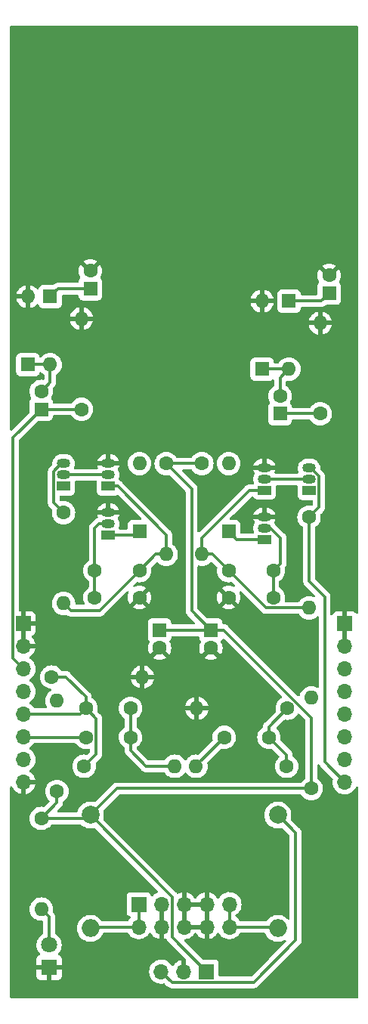
<source format=gtl>
G04 #@! TF.GenerationSoftware,KiCad,Pcbnew,(6.0.0)*
G04 #@! TF.CreationDate,2022-01-31T09:13:51+01:00*
G04 #@! TF.ProjectId,Snare+Hihat,536e6172-652b-4486-9968-61742e6b6963,rev?*
G04 #@! TF.SameCoordinates,Original*
G04 #@! TF.FileFunction,Copper,L1,Top*
G04 #@! TF.FilePolarity,Positive*
%FSLAX46Y46*%
G04 Gerber Fmt 4.6, Leading zero omitted, Abs format (unit mm)*
G04 Created by KiCad (PCBNEW (6.0.0)) date 2022-01-31 09:13:51*
%MOMM*%
%LPD*%
G01*
G04 APERTURE LIST*
G04 #@! TA.AperFunction,ComponentPad*
%ADD10R,1.600000X1.600000*%
G04 #@! TD*
G04 #@! TA.AperFunction,ComponentPad*
%ADD11C,1.600000*%
G04 #@! TD*
G04 #@! TA.AperFunction,ComponentPad*
%ADD12O,1.600000X1.600000*%
G04 #@! TD*
G04 #@! TA.AperFunction,ComponentPad*
%ADD13C,2.000000*%
G04 #@! TD*
G04 #@! TA.AperFunction,ComponentPad*
%ADD14O,2.000000X2.000000*%
G04 #@! TD*
G04 #@! TA.AperFunction,ComponentPad*
%ADD15R,1.700000X1.700000*%
G04 #@! TD*
G04 #@! TA.AperFunction,ComponentPad*
%ADD16O,1.700000X1.700000*%
G04 #@! TD*
G04 #@! TA.AperFunction,ComponentPad*
%ADD17R,1.500000X1.050000*%
G04 #@! TD*
G04 #@! TA.AperFunction,ComponentPad*
%ADD18O,1.500000X1.050000*%
G04 #@! TD*
G04 #@! TA.AperFunction,ComponentPad*
%ADD19R,1.800000X1.800000*%
G04 #@! TD*
G04 #@! TA.AperFunction,ComponentPad*
%ADD20C,1.800000*%
G04 #@! TD*
G04 #@! TA.AperFunction,ViaPad*
%ADD21C,3.600000*%
G04 #@! TD*
G04 #@! TA.AperFunction,Conductor*
%ADD22C,0.300000*%
G04 #@! TD*
G04 APERTURE END LIST*
D10*
X60750000Y-75000000D03*
D11*
X60750000Y-73000000D03*
D10*
X66250000Y-61500000D03*
D11*
X66250000Y-59500000D03*
X55000000Y-92590000D03*
X60000000Y-92590000D03*
X55000000Y-95590000D03*
X60000000Y-95590000D03*
X54500000Y-111250000D03*
X59500000Y-111250000D03*
D10*
X39500000Y-61000000D03*
D11*
X39500000Y-59000000D03*
X45000000Y-92590000D03*
X40000000Y-92590000D03*
X45000000Y-95590000D03*
X40000000Y-95590000D03*
X39000000Y-111250000D03*
X44000000Y-111250000D03*
X44000000Y-108000000D03*
X39000000Y-108000000D03*
D10*
X58750000Y-70000000D03*
D12*
X58750000Y-62380000D03*
D10*
X61750000Y-62380000D03*
D12*
X61750000Y-70000000D03*
D10*
X55000000Y-88210000D03*
D12*
X55000000Y-80590000D03*
D10*
X32500000Y-69500000D03*
D12*
X32500000Y-61880000D03*
D10*
X35000000Y-61880000D03*
D12*
X35000000Y-69500000D03*
D13*
X39500000Y-119960000D03*
D14*
X39500000Y-132660000D03*
D13*
X60500000Y-119960000D03*
D14*
X60500000Y-132660000D03*
D15*
X68000000Y-98500000D03*
D16*
X68000000Y-101040000D03*
X68000000Y-103580000D03*
X68000000Y-106120000D03*
X68000000Y-108660000D03*
X68000000Y-111200000D03*
X68000000Y-113740000D03*
X68000000Y-116280000D03*
D15*
X32000000Y-98500000D03*
D16*
X32000000Y-101040000D03*
X32000000Y-103580000D03*
X32000000Y-106120000D03*
X32000000Y-108660000D03*
X32000000Y-111200000D03*
X32000000Y-113740000D03*
X32000000Y-116280000D03*
D17*
X64000000Y-83630000D03*
D18*
X64000000Y-82360000D03*
X64000000Y-81090000D03*
D17*
X59000000Y-83590000D03*
D18*
X59000000Y-82320000D03*
X59000000Y-81050000D03*
D17*
X59000000Y-89090000D03*
D18*
X59000000Y-87820000D03*
X59000000Y-86550000D03*
D17*
X36500000Y-83130000D03*
D18*
X36500000Y-81860000D03*
X36500000Y-80590000D03*
D17*
X41500000Y-83130000D03*
D18*
X41500000Y-81860000D03*
X41500000Y-80590000D03*
D17*
X41500000Y-88630000D03*
D18*
X41500000Y-87360000D03*
X41500000Y-86090000D03*
D11*
X65250000Y-75000000D03*
D12*
X65250000Y-64840000D03*
D11*
X64000000Y-86590000D03*
D12*
X64000000Y-96750000D03*
D11*
X52000000Y-80590000D03*
D12*
X52000000Y-90750000D03*
D11*
X64250000Y-117000000D03*
D12*
X64250000Y-106840000D03*
D11*
X34000000Y-120340000D03*
D12*
X34000000Y-130500000D03*
D11*
X61580000Y-108000000D03*
D12*
X51420000Y-108000000D03*
D11*
X38500000Y-74500000D03*
D12*
X38500000Y-64340000D03*
D11*
X36500000Y-86090000D03*
D12*
X36500000Y-96250000D03*
D11*
X48000000Y-80590000D03*
D12*
X48000000Y-90750000D03*
D11*
X35750000Y-117330000D03*
D12*
X35750000Y-107170000D03*
D11*
X35170000Y-104500000D03*
D12*
X45330000Y-104500000D03*
D10*
X34000000Y-74500000D03*
D11*
X34000000Y-72500000D03*
D10*
X47250000Y-99250000D03*
D11*
X47250000Y-101250000D03*
D10*
X45000000Y-88210000D03*
D12*
X45000000Y-80590000D03*
D10*
X53000000Y-99250000D03*
D11*
X53000000Y-101250000D03*
X38800000Y-114500000D03*
D12*
X48960000Y-114500000D03*
D11*
X61500000Y-114500000D03*
D12*
X51340000Y-114500000D03*
D15*
X52525000Y-137500000D03*
D16*
X49985000Y-137500000D03*
X47445000Y-137500000D03*
D19*
X34880000Y-137040000D03*
D20*
X34880000Y-134500000D03*
D15*
X44920000Y-129960000D03*
D16*
X44920000Y-132500000D03*
X47460000Y-129960000D03*
X47460000Y-132500000D03*
X50000000Y-129960000D03*
X50000000Y-132500000D03*
X52540000Y-129960000D03*
X52540000Y-132500000D03*
X55080000Y-129960000D03*
X55080000Y-132500000D03*
D21*
X50000000Y-47000000D03*
D22*
X64250000Y-117000000D02*
X42460000Y-117000000D01*
X64250000Y-109044345D02*
X64250000Y-117000000D01*
X48659511Y-133634511D02*
X48659511Y-129119511D01*
X52000000Y-80590000D02*
X48000000Y-80590000D01*
X35750000Y-118590000D02*
X34000000Y-120340000D01*
X53000000Y-99250000D02*
X54455655Y-99250000D01*
X52525000Y-137500000D02*
X48659511Y-133634511D01*
X53000000Y-99250000D02*
X47250000Y-99250000D01*
X42460000Y-117000000D02*
X39500000Y-119960000D01*
X39120000Y-120340000D02*
X39500000Y-119960000D01*
X54455655Y-99250000D02*
X64250000Y-109044345D01*
X48659511Y-129119511D02*
X39500000Y-119960000D01*
X50850489Y-97100489D02*
X50850489Y-83440489D01*
X34000000Y-120340000D02*
X39120000Y-120340000D01*
X50850489Y-97100489D02*
X53000000Y-99250000D01*
X35750000Y-117330000D02*
X35750000Y-118590000D01*
X50850489Y-83440489D02*
X48000000Y-80590000D01*
X62500000Y-134000000D02*
X62500000Y-121960000D01*
X47445000Y-137500000D02*
X48644511Y-138699511D01*
X48644511Y-138699511D02*
X57800489Y-138699511D01*
X62500000Y-121960000D02*
X60500000Y-119960000D01*
X57800489Y-138699511D02*
X62500000Y-134000000D01*
X60750000Y-73000000D02*
X60750000Y-71000000D01*
X60750000Y-71000000D02*
X61750000Y-70000000D01*
X61750000Y-70000000D02*
X58750000Y-70000000D01*
X52000000Y-88910978D02*
X57320978Y-83590000D01*
X53160000Y-90750000D02*
X55000000Y-92590000D01*
X57320978Y-83590000D02*
X59000000Y-83590000D01*
X55000000Y-92590000D02*
X59160000Y-96750000D01*
X52000000Y-90750000D02*
X52000000Y-88910978D01*
X52000000Y-90750000D02*
X53160000Y-90750000D01*
X59160000Y-96750000D02*
X64000000Y-96750000D01*
X44920000Y-129960000D02*
X44920000Y-132500000D01*
X39660000Y-132500000D02*
X39500000Y-132660000D01*
X44920000Y-132500000D02*
X39660000Y-132500000D01*
X55080000Y-132500000D02*
X60340000Y-132500000D01*
X55080000Y-132500000D02*
X55080000Y-129960000D01*
X60340000Y-132500000D02*
X60500000Y-132660000D01*
X65099520Y-85490480D02*
X64000000Y-86590000D01*
X64191758Y-81090000D02*
X65099520Y-81997762D01*
X65750000Y-114030000D02*
X68000000Y-116280000D01*
X64000000Y-81090000D02*
X64191758Y-81090000D01*
X64000000Y-93750000D02*
X65750000Y-95500000D01*
X65099520Y-81997762D02*
X65099520Y-85490480D01*
X65750000Y-95500000D02*
X65750000Y-114030000D01*
X64000000Y-86590000D02*
X64000000Y-93750000D01*
X60750000Y-75000000D02*
X65250000Y-75000000D01*
X65370000Y-62380000D02*
X66250000Y-61500000D01*
X61750000Y-62380000D02*
X65370000Y-62380000D01*
X60000000Y-92590000D02*
X60000000Y-95590000D01*
X59704022Y-87820000D02*
X60799999Y-88915977D01*
X60799999Y-91790001D02*
X60000000Y-92590000D01*
X59000000Y-87820000D02*
X59704022Y-87820000D01*
X60799999Y-88915977D02*
X60799999Y-91790001D01*
X54500000Y-111250000D02*
X51340000Y-114410000D01*
X51340000Y-114410000D02*
X51340000Y-114500000D01*
X36500000Y-80590000D02*
X36275000Y-80590000D01*
X36275000Y-80590000D02*
X35400489Y-81464511D01*
X35400489Y-84990489D02*
X36500000Y-86090000D01*
X35400489Y-81464511D02*
X35400489Y-84990489D01*
X35000000Y-71500000D02*
X34000000Y-72500000D01*
X35000000Y-69500000D02*
X35000000Y-71500000D01*
X35000000Y-69500000D02*
X32500000Y-69500000D01*
X30800489Y-102380489D02*
X32000000Y-103580000D01*
X34000000Y-74500000D02*
X30800489Y-77699511D01*
X38500000Y-74500000D02*
X34000000Y-74500000D01*
X30800489Y-77699511D02*
X30800489Y-102380489D01*
X39500000Y-61000000D02*
X35880000Y-61000000D01*
X35880000Y-61000000D02*
X35000000Y-61880000D01*
X40450000Y-87360000D02*
X40000000Y-87810000D01*
X41500000Y-87360000D02*
X40450000Y-87360000D01*
X40000000Y-87810000D02*
X40000000Y-92590000D01*
X40000000Y-92590000D02*
X40000000Y-95590000D01*
X46840000Y-90750000D02*
X45000000Y-92590000D01*
X45000000Y-92590000D02*
X40540001Y-97049999D01*
X42550000Y-83130000D02*
X48000000Y-88580000D01*
X41500000Y-83130000D02*
X42550000Y-83130000D01*
X40540001Y-97049999D02*
X37299999Y-97049999D01*
X48000000Y-88580000D02*
X48000000Y-90750000D01*
X48000000Y-90750000D02*
X46840000Y-90750000D01*
X37299999Y-97049999D02*
X36500000Y-96250000D01*
X44000000Y-111250000D02*
X44000000Y-112750000D01*
X44000000Y-112750000D02*
X45750000Y-114500000D01*
X44000000Y-108000000D02*
X44000000Y-111250000D01*
X45750000Y-114500000D02*
X48960000Y-114500000D01*
X39000000Y-111250000D02*
X32050000Y-111250000D01*
X32050000Y-111250000D02*
X32000000Y-111200000D01*
X55880000Y-89090000D02*
X55000000Y-88210000D01*
X59000000Y-89090000D02*
X55880000Y-89090000D01*
X34880000Y-134500000D02*
X34880000Y-131380000D01*
X34880000Y-131380000D02*
X34000000Y-130500000D01*
X41500000Y-88630000D02*
X44580000Y-88630000D01*
X44580000Y-88630000D02*
X45000000Y-88210000D01*
X61500000Y-114500000D02*
X61500000Y-113250000D01*
X59500000Y-110080000D02*
X61580000Y-108000000D01*
X61500000Y-113250000D02*
X59500000Y-111250000D01*
X59500000Y-111250000D02*
X59500000Y-110080000D01*
X35170000Y-104500000D02*
X36750000Y-104500000D01*
X38340000Y-108660000D02*
X32000000Y-108660000D01*
X39000000Y-108000000D02*
X40149511Y-109149511D01*
X39000000Y-108000000D02*
X38340000Y-108660000D01*
X40149511Y-113150489D02*
X38800000Y-114500000D01*
X40149511Y-109149511D02*
X40149511Y-113150489D01*
X39000000Y-106750000D02*
X39000000Y-108000000D01*
X36750000Y-104500000D02*
X39000000Y-106750000D01*
X59040000Y-82360000D02*
X59000000Y-82320000D01*
X64000000Y-82360000D02*
X59040000Y-82360000D01*
X41500000Y-81860000D02*
X36500000Y-81860000D01*
G04 #@! TA.AperFunction,Conductor*
G36*
X69434120Y-31528002D02*
G01*
X69480613Y-31581658D01*
X69491999Y-31634000D01*
X69492000Y-85996117D01*
X69492000Y-97281275D01*
X69471998Y-97349396D01*
X69418342Y-97395889D01*
X69348068Y-97405993D01*
X69283488Y-97376499D01*
X69265174Y-97356840D01*
X69218285Y-97294276D01*
X69205724Y-97281715D01*
X69103649Y-97205214D01*
X69088054Y-97196676D01*
X68967606Y-97151522D01*
X68952351Y-97147895D01*
X68901486Y-97142369D01*
X68894672Y-97142000D01*
X68272115Y-97142000D01*
X68256876Y-97146475D01*
X68255671Y-97147865D01*
X68254000Y-97155548D01*
X68254000Y-101168000D01*
X68233998Y-101236121D01*
X68180342Y-101282614D01*
X68128000Y-101294000D01*
X67872000Y-101294000D01*
X67803879Y-101273998D01*
X67757386Y-101220342D01*
X67746000Y-101168000D01*
X67746000Y-97160116D01*
X67741525Y-97144877D01*
X67740135Y-97143672D01*
X67732452Y-97142001D01*
X67105331Y-97142001D01*
X67098510Y-97142371D01*
X67047648Y-97147895D01*
X67032396Y-97151521D01*
X66911946Y-97196676D01*
X66896351Y-97205214D01*
X66794276Y-97281715D01*
X66781715Y-97294276D01*
X66705214Y-97396351D01*
X66696676Y-97411946D01*
X66652482Y-97529833D01*
X66609840Y-97586597D01*
X66543279Y-97611297D01*
X66473930Y-97596090D01*
X66423812Y-97545804D01*
X66408500Y-97485603D01*
X66408500Y-95582059D01*
X66409059Y-95570203D01*
X66410789Y-95562463D01*
X66408562Y-95491611D01*
X66408500Y-95487653D01*
X66408500Y-95458568D01*
X66407946Y-95454179D01*
X66407013Y-95442337D01*
X66405862Y-95405700D01*
X66405562Y-95396169D01*
X66399580Y-95375579D01*
X66395570Y-95356216D01*
X66393875Y-95342796D01*
X66393875Y-95342795D01*
X66392882Y-95334936D01*
X66389966Y-95327571D01*
X66389965Y-95327567D01*
X66375874Y-95291979D01*
X66372035Y-95280769D01*
X66359145Y-95236400D01*
X66348225Y-95217935D01*
X66339534Y-95200195D01*
X66331635Y-95180244D01*
X66304482Y-95142871D01*
X66297967Y-95132952D01*
X66278493Y-95100023D01*
X66278490Y-95100019D01*
X66274453Y-95093193D01*
X66259289Y-95078029D01*
X66246448Y-95062995D01*
X66238501Y-95052057D01*
X66233841Y-95045643D01*
X66198247Y-95016197D01*
X66189468Y-95008208D01*
X64695405Y-93514145D01*
X64661379Y-93451833D01*
X64658500Y-93425050D01*
X64658500Y-87791888D01*
X64678502Y-87723767D01*
X64712228Y-87688676D01*
X64831531Y-87605139D01*
X64839789Y-87599357D01*
X64839792Y-87599355D01*
X64844300Y-87596198D01*
X65006198Y-87434300D01*
X65011437Y-87426819D01*
X65087133Y-87318713D01*
X65137523Y-87246749D01*
X65139846Y-87241767D01*
X65139849Y-87241762D01*
X65231961Y-87044225D01*
X65231961Y-87044224D01*
X65234284Y-87039243D01*
X65261360Y-86938197D01*
X65292119Y-86823402D01*
X65292119Y-86823400D01*
X65293543Y-86818087D01*
X65313498Y-86590000D01*
X65293543Y-86361913D01*
X65287853Y-86340676D01*
X65284012Y-86326341D01*
X65285702Y-86255365D01*
X65316624Y-86204636D01*
X65507125Y-86014135D01*
X65515905Y-86006145D01*
X65515907Y-86006143D01*
X65522600Y-86001896D01*
X65571125Y-85950222D01*
X65573879Y-85947381D01*
X65594447Y-85926813D01*
X65597167Y-85923306D01*
X65604873Y-85914284D01*
X65631064Y-85886393D01*
X65636492Y-85880613D01*
X65643760Y-85867393D01*
X65646823Y-85861822D01*
X65657677Y-85845298D01*
X65665965Y-85834612D01*
X65670824Y-85828348D01*
X65674529Y-85819787D01*
X65689174Y-85785945D01*
X65694396Y-85775285D01*
X65712825Y-85741764D01*
X65712826Y-85741762D01*
X65716644Y-85734817D01*
X65721979Y-85714039D01*
X65728378Y-85695349D01*
X65736900Y-85675656D01*
X65744126Y-85630032D01*
X65746533Y-85618409D01*
X65756048Y-85581348D01*
X65758020Y-85573668D01*
X65758020Y-85552221D01*
X65759571Y-85532511D01*
X65761686Y-85519157D01*
X65762926Y-85511328D01*
X65758579Y-85465339D01*
X65758020Y-85453484D01*
X65758020Y-82079818D01*
X65758579Y-82067962D01*
X65758579Y-82067959D01*
X65760308Y-82060225D01*
X65758082Y-81989393D01*
X65758020Y-81985435D01*
X65758020Y-81956330D01*
X65757464Y-81951930D01*
X65756532Y-81940092D01*
X65755825Y-81917565D01*
X65755082Y-81893931D01*
X65749100Y-81873341D01*
X65745090Y-81853978D01*
X65743395Y-81840558D01*
X65743395Y-81840557D01*
X65742402Y-81832698D01*
X65739486Y-81825333D01*
X65739485Y-81825329D01*
X65725394Y-81789741D01*
X65721555Y-81778531D01*
X65708665Y-81734162D01*
X65697749Y-81715705D01*
X65689054Y-81697955D01*
X65681155Y-81678006D01*
X65676496Y-81671593D01*
X65653997Y-81640626D01*
X65647480Y-81630705D01*
X65639861Y-81617822D01*
X65623972Y-81590955D01*
X65608811Y-81575794D01*
X65595969Y-81560759D01*
X65593651Y-81557568D01*
X65583361Y-81543405D01*
X65547768Y-81513960D01*
X65538987Y-81505970D01*
X65293303Y-81260285D01*
X65259278Y-81197973D01*
X65257089Y-81158020D01*
X65262832Y-81103379D01*
X65262832Y-81103377D01*
X65263476Y-81097250D01*
X65250882Y-80958872D01*
X65245665Y-80901543D01*
X65245664Y-80901540D01*
X65245106Y-80895404D01*
X65233441Y-80855768D01*
X65189620Y-80706880D01*
X65187881Y-80700971D01*
X65183951Y-80693452D01*
X65136861Y-80603378D01*
X65093981Y-80521355D01*
X65088630Y-80514699D01*
X65048517Y-80464809D01*
X64966981Y-80363399D01*
X64811719Y-80233119D01*
X64806327Y-80230155D01*
X64806323Y-80230152D01*
X64639506Y-80138444D01*
X64634109Y-80135477D01*
X64440916Y-80074193D01*
X64434799Y-80073507D01*
X64434795Y-80073506D01*
X64360652Y-80065190D01*
X64283183Y-80056500D01*
X63723996Y-80056500D01*
X63573287Y-80071277D01*
X63379258Y-80129858D01*
X63200302Y-80225010D01*
X63043237Y-80353110D01*
X63039310Y-80357857D01*
X63039308Y-80357859D01*
X62917973Y-80504528D01*
X62917971Y-80504531D01*
X62914044Y-80509278D01*
X62817644Y-80687565D01*
X62787720Y-80784232D01*
X62777241Y-80818087D01*
X62757710Y-80881180D01*
X62757066Y-80887305D01*
X62757066Y-80887306D01*
X62745447Y-80997856D01*
X62736524Y-81082750D01*
X62738976Y-81109693D01*
X62752624Y-81259650D01*
X62754894Y-81284596D01*
X62756632Y-81290502D01*
X62756633Y-81290506D01*
X62781102Y-81373643D01*
X62812119Y-81479029D01*
X62832035Y-81517125D01*
X62845869Y-81586761D01*
X62819859Y-81652821D01*
X62762263Y-81694333D01*
X62720373Y-81701500D01*
X60258485Y-81701500D01*
X60190364Y-81681498D01*
X60143871Y-81627842D01*
X60133767Y-81557568D01*
X60147649Y-81515571D01*
X60178962Y-81457658D01*
X60183714Y-81446353D01*
X60222422Y-81321308D01*
X60222628Y-81307205D01*
X60215873Y-81304000D01*
X59446242Y-81304000D01*
X59432197Y-81303215D01*
X59417799Y-81301600D01*
X59283183Y-81286500D01*
X58723996Y-81286500D01*
X58573287Y-81301277D01*
X58570998Y-81301968D01*
X58550276Y-81304000D01*
X57791014Y-81304000D01*
X57777483Y-81307973D01*
X57776363Y-81315768D01*
X57810846Y-81432932D01*
X57815439Y-81444300D01*
X57903584Y-81612907D01*
X57905597Y-81615983D01*
X57906154Y-81617822D01*
X57906440Y-81618370D01*
X57906336Y-81618424D01*
X57926161Y-81683936D01*
X57911001Y-81744906D01*
X57817644Y-81917565D01*
X57787677Y-82014373D01*
X57769001Y-82074706D01*
X57757710Y-82111180D01*
X57736524Y-82312750D01*
X57737083Y-82318890D01*
X57754028Y-82505077D01*
X57754894Y-82514596D01*
X57756632Y-82520502D01*
X57756633Y-82520506D01*
X57790352Y-82635073D01*
X57810788Y-82704507D01*
X57812119Y-82709029D01*
X57811260Y-82709282D01*
X57817714Y-82774662D01*
X57804548Y-82811406D01*
X57799385Y-82818295D01*
X57796234Y-82826701D01*
X57796232Y-82826704D01*
X57787599Y-82849731D01*
X57744957Y-82906495D01*
X57678395Y-82931194D01*
X57669618Y-82931500D01*
X57403034Y-82931500D01*
X57391178Y-82930941D01*
X57391175Y-82930941D01*
X57383441Y-82929212D01*
X57328424Y-82930941D01*
X57312609Y-82931438D01*
X57308651Y-82931500D01*
X57279546Y-82931500D01*
X57275146Y-82932056D01*
X57263314Y-82932988D01*
X57217147Y-82934438D01*
X57196557Y-82940420D01*
X57177196Y-82944430D01*
X57170208Y-82945312D01*
X57163774Y-82946125D01*
X57163773Y-82946125D01*
X57155914Y-82947118D01*
X57148549Y-82950034D01*
X57148545Y-82950035D01*
X57112957Y-82964126D01*
X57101747Y-82967965D01*
X57057378Y-82980855D01*
X57038921Y-82991771D01*
X57021171Y-83000466D01*
X57001222Y-83008365D01*
X56994811Y-83013023D01*
X56994809Y-83013024D01*
X56963842Y-83035523D01*
X56953924Y-83042038D01*
X56914171Y-83065548D01*
X56899010Y-83080709D01*
X56883978Y-83093548D01*
X56866621Y-83106159D01*
X56848471Y-83128099D01*
X56837171Y-83141758D01*
X56829181Y-83150538D01*
X51724084Y-88255634D01*
X51661772Y-88289660D01*
X51590957Y-88284595D01*
X51534121Y-88242048D01*
X51509310Y-88175528D01*
X51508989Y-88166539D01*
X51508989Y-83522545D01*
X51509548Y-83510689D01*
X51509548Y-83510686D01*
X51511277Y-83502952D01*
X51509051Y-83432120D01*
X51508989Y-83428162D01*
X51508989Y-83399057D01*
X51508433Y-83394657D01*
X51507501Y-83382819D01*
X51506300Y-83344583D01*
X51506051Y-83336658D01*
X51500069Y-83316068D01*
X51496059Y-83296705D01*
X51494364Y-83283285D01*
X51494364Y-83283284D01*
X51493371Y-83275425D01*
X51490455Y-83268060D01*
X51490454Y-83268056D01*
X51476363Y-83232468D01*
X51472524Y-83221258D01*
X51459634Y-83176889D01*
X51448718Y-83158432D01*
X51440023Y-83140682D01*
X51432124Y-83120733D01*
X51425974Y-83112268D01*
X51404966Y-83083353D01*
X51398449Y-83073432D01*
X51397104Y-83071157D01*
X51374941Y-83033682D01*
X51359780Y-83018521D01*
X51346938Y-83003486D01*
X51344747Y-83000470D01*
X51334330Y-82986132D01*
X51298730Y-82956681D01*
X51289951Y-82948692D01*
X49804855Y-81463595D01*
X49770829Y-81401283D01*
X49775894Y-81330467D01*
X49818441Y-81273632D01*
X49884961Y-81248821D01*
X49893950Y-81248500D01*
X50798112Y-81248500D01*
X50866233Y-81268502D01*
X50901324Y-81302228D01*
X50921097Y-81330467D01*
X50985526Y-81422480D01*
X50993802Y-81434300D01*
X51155700Y-81596198D01*
X51160208Y-81599355D01*
X51160211Y-81599357D01*
X51236566Y-81652821D01*
X51343251Y-81727523D01*
X51348233Y-81729846D01*
X51348238Y-81729849D01*
X51545775Y-81821961D01*
X51550757Y-81824284D01*
X51556065Y-81825706D01*
X51556067Y-81825707D01*
X51766598Y-81882119D01*
X51766600Y-81882119D01*
X51771913Y-81883543D01*
X52000000Y-81903498D01*
X52228087Y-81883543D01*
X52233400Y-81882119D01*
X52233402Y-81882119D01*
X52443933Y-81825707D01*
X52443935Y-81825706D01*
X52449243Y-81824284D01*
X52454225Y-81821961D01*
X52651762Y-81729849D01*
X52651767Y-81729846D01*
X52656749Y-81727523D01*
X52763434Y-81652821D01*
X52839789Y-81599357D01*
X52839792Y-81599355D01*
X52844300Y-81596198D01*
X53006198Y-81434300D01*
X53014475Y-81422480D01*
X53078903Y-81330467D01*
X53137523Y-81246749D01*
X53139846Y-81241767D01*
X53139849Y-81241762D01*
X53231961Y-81044225D01*
X53231961Y-81044224D01*
X53234284Y-81039243D01*
X53243522Y-81004769D01*
X53292119Y-80823402D01*
X53292119Y-80823400D01*
X53293543Y-80818087D01*
X53313498Y-80590000D01*
X53686502Y-80590000D01*
X53706457Y-80818087D01*
X53707881Y-80823400D01*
X53707881Y-80823402D01*
X53756479Y-81004769D01*
X53765716Y-81039243D01*
X53768039Y-81044224D01*
X53768039Y-81044225D01*
X53860151Y-81241762D01*
X53860154Y-81241767D01*
X53862477Y-81246749D01*
X53921097Y-81330467D01*
X53985526Y-81422480D01*
X53993802Y-81434300D01*
X54155700Y-81596198D01*
X54160208Y-81599355D01*
X54160211Y-81599357D01*
X54236566Y-81652821D01*
X54343251Y-81727523D01*
X54348233Y-81729846D01*
X54348238Y-81729849D01*
X54545775Y-81821961D01*
X54550757Y-81824284D01*
X54556065Y-81825706D01*
X54556067Y-81825707D01*
X54766598Y-81882119D01*
X54766600Y-81882119D01*
X54771913Y-81883543D01*
X55000000Y-81903498D01*
X55228087Y-81883543D01*
X55233400Y-81882119D01*
X55233402Y-81882119D01*
X55443933Y-81825707D01*
X55443935Y-81825706D01*
X55449243Y-81824284D01*
X55454225Y-81821961D01*
X55651762Y-81729849D01*
X55651767Y-81729846D01*
X55656749Y-81727523D01*
X55763434Y-81652821D01*
X55839789Y-81599357D01*
X55839792Y-81599355D01*
X55844300Y-81596198D01*
X56006198Y-81434300D01*
X56014475Y-81422480D01*
X56078903Y-81330467D01*
X56137523Y-81246749D01*
X56139846Y-81241767D01*
X56139849Y-81241762D01*
X56231961Y-81044225D01*
X56231961Y-81044224D01*
X56234284Y-81039243D01*
X56243522Y-81004769D01*
X56292119Y-80823402D01*
X56292119Y-80823400D01*
X56293543Y-80818087D01*
X56295756Y-80792795D01*
X57777372Y-80792795D01*
X57784127Y-80796000D01*
X58727885Y-80796000D01*
X58743124Y-80791525D01*
X58744329Y-80790135D01*
X58746000Y-80782452D01*
X58746000Y-80777885D01*
X59254000Y-80777885D01*
X59258475Y-80793124D01*
X59259865Y-80794329D01*
X59267548Y-80796000D01*
X60208986Y-80796000D01*
X60222517Y-80792027D01*
X60223637Y-80784232D01*
X60189154Y-80667068D01*
X60184561Y-80655700D01*
X60096414Y-80487089D01*
X60089698Y-80476827D01*
X59970485Y-80328557D01*
X59961897Y-80319787D01*
X59816162Y-80197501D01*
X59806031Y-80190563D01*
X59639308Y-80098906D01*
X59628038Y-80094076D01*
X59446685Y-80036548D01*
X59434691Y-80033998D01*
X59286650Y-80017393D01*
X59279626Y-80017000D01*
X59272115Y-80017000D01*
X59256876Y-80021475D01*
X59255671Y-80022865D01*
X59254000Y-80030548D01*
X59254000Y-80777885D01*
X58746000Y-80777885D01*
X58746000Y-80035115D01*
X58741525Y-80019876D01*
X58740135Y-80018671D01*
X58732452Y-80017000D01*
X58727110Y-80017000D01*
X58720965Y-80017300D01*
X58579519Y-80031170D01*
X58567481Y-80033553D01*
X58385349Y-80088542D01*
X58374007Y-80093217D01*
X58206023Y-80182535D01*
X58195807Y-80189322D01*
X58048366Y-80309572D01*
X58039662Y-80318216D01*
X57918390Y-80464809D01*
X57911530Y-80474980D01*
X57821038Y-80642342D01*
X57816286Y-80653647D01*
X57777578Y-80778692D01*
X57777372Y-80792795D01*
X56295756Y-80792795D01*
X56313498Y-80590000D01*
X56293543Y-80361913D01*
X56283446Y-80324232D01*
X56235707Y-80146067D01*
X56235706Y-80146065D01*
X56234284Y-80140757D01*
X56214769Y-80098906D01*
X56139849Y-79938238D01*
X56139846Y-79938233D01*
X56137523Y-79933251D01*
X56006198Y-79745700D01*
X55844300Y-79583802D01*
X55839792Y-79580645D01*
X55839789Y-79580643D01*
X55761611Y-79525902D01*
X55656749Y-79452477D01*
X55651767Y-79450154D01*
X55651762Y-79450151D01*
X55454225Y-79358039D01*
X55454224Y-79358039D01*
X55449243Y-79355716D01*
X55443935Y-79354294D01*
X55443933Y-79354293D01*
X55233402Y-79297881D01*
X55233400Y-79297881D01*
X55228087Y-79296457D01*
X55000000Y-79276502D01*
X54771913Y-79296457D01*
X54766600Y-79297881D01*
X54766598Y-79297881D01*
X54556067Y-79354293D01*
X54556065Y-79354294D01*
X54550757Y-79355716D01*
X54545776Y-79358039D01*
X54545775Y-79358039D01*
X54348238Y-79450151D01*
X54348233Y-79450154D01*
X54343251Y-79452477D01*
X54238389Y-79525902D01*
X54160211Y-79580643D01*
X54160208Y-79580645D01*
X54155700Y-79583802D01*
X53993802Y-79745700D01*
X53862477Y-79933251D01*
X53860154Y-79938233D01*
X53860151Y-79938238D01*
X53785231Y-80098906D01*
X53765716Y-80140757D01*
X53764294Y-80146065D01*
X53764293Y-80146067D01*
X53716554Y-80324232D01*
X53706457Y-80361913D01*
X53686502Y-80590000D01*
X53313498Y-80590000D01*
X53293543Y-80361913D01*
X53283446Y-80324232D01*
X53235707Y-80146067D01*
X53235706Y-80146065D01*
X53234284Y-80140757D01*
X53214769Y-80098906D01*
X53139849Y-79938238D01*
X53139846Y-79938233D01*
X53137523Y-79933251D01*
X53006198Y-79745700D01*
X52844300Y-79583802D01*
X52839792Y-79580645D01*
X52839789Y-79580643D01*
X52761611Y-79525902D01*
X52656749Y-79452477D01*
X52651767Y-79450154D01*
X52651762Y-79450151D01*
X52454225Y-79358039D01*
X52454224Y-79358039D01*
X52449243Y-79355716D01*
X52443935Y-79354294D01*
X52443933Y-79354293D01*
X52233402Y-79297881D01*
X52233400Y-79297881D01*
X52228087Y-79296457D01*
X52000000Y-79276502D01*
X51771913Y-79296457D01*
X51766600Y-79297881D01*
X51766598Y-79297881D01*
X51556067Y-79354293D01*
X51556065Y-79354294D01*
X51550757Y-79355716D01*
X51545776Y-79358039D01*
X51545775Y-79358039D01*
X51348238Y-79450151D01*
X51348233Y-79450154D01*
X51343251Y-79452477D01*
X51238389Y-79525902D01*
X51160211Y-79580643D01*
X51160208Y-79580645D01*
X51155700Y-79583802D01*
X50993802Y-79745700D01*
X50907777Y-79868557D01*
X50901325Y-79877771D01*
X50845868Y-79922099D01*
X50798112Y-79931500D01*
X49201888Y-79931500D01*
X49133767Y-79911498D01*
X49098675Y-79877771D01*
X49092224Y-79868557D01*
X49006198Y-79745700D01*
X48844300Y-79583802D01*
X48839792Y-79580645D01*
X48839789Y-79580643D01*
X48761611Y-79525902D01*
X48656749Y-79452477D01*
X48651767Y-79450154D01*
X48651762Y-79450151D01*
X48454225Y-79358039D01*
X48454224Y-79358039D01*
X48449243Y-79355716D01*
X48443935Y-79354294D01*
X48443933Y-79354293D01*
X48233402Y-79297881D01*
X48233400Y-79297881D01*
X48228087Y-79296457D01*
X48000000Y-79276502D01*
X47771913Y-79296457D01*
X47766600Y-79297881D01*
X47766598Y-79297881D01*
X47556067Y-79354293D01*
X47556065Y-79354294D01*
X47550757Y-79355716D01*
X47545776Y-79358039D01*
X47545775Y-79358039D01*
X47348238Y-79450151D01*
X47348233Y-79450154D01*
X47343251Y-79452477D01*
X47238389Y-79525902D01*
X47160211Y-79580643D01*
X47160208Y-79580645D01*
X47155700Y-79583802D01*
X46993802Y-79745700D01*
X46862477Y-79933251D01*
X46860154Y-79938233D01*
X46860151Y-79938238D01*
X46785231Y-80098906D01*
X46765716Y-80140757D01*
X46764294Y-80146065D01*
X46764293Y-80146067D01*
X46716554Y-80324232D01*
X46706457Y-80361913D01*
X46686502Y-80590000D01*
X46706457Y-80818087D01*
X46707881Y-80823400D01*
X46707881Y-80823402D01*
X46756479Y-81004769D01*
X46765716Y-81039243D01*
X46768039Y-81044224D01*
X46768039Y-81044225D01*
X46860151Y-81241762D01*
X46860154Y-81241767D01*
X46862477Y-81246749D01*
X46921097Y-81330467D01*
X46985526Y-81422480D01*
X46993802Y-81434300D01*
X47155700Y-81596198D01*
X47160208Y-81599355D01*
X47160211Y-81599357D01*
X47236566Y-81652821D01*
X47343251Y-81727523D01*
X47348233Y-81729846D01*
X47348238Y-81729849D01*
X47545775Y-81821961D01*
X47550757Y-81824284D01*
X47556065Y-81825706D01*
X47556067Y-81825707D01*
X47766598Y-81882119D01*
X47766600Y-81882119D01*
X47771913Y-81883543D01*
X48000000Y-81903498D01*
X48228087Y-81883543D01*
X48235766Y-81881485D01*
X48263659Y-81874012D01*
X48334635Y-81875702D01*
X48385364Y-81906624D01*
X50155084Y-83676344D01*
X50189110Y-83738656D01*
X50191989Y-83765439D01*
X50191989Y-97018433D01*
X50191430Y-97030289D01*
X50189701Y-97038026D01*
X50191592Y-97098197D01*
X50191927Y-97108858D01*
X50191989Y-97112816D01*
X50191989Y-97141921D01*
X50192545Y-97146321D01*
X50193477Y-97158153D01*
X50194927Y-97204320D01*
X50197139Y-97211933D01*
X50197139Y-97211934D01*
X50200908Y-97224905D01*
X50204919Y-97244271D01*
X50207607Y-97265553D01*
X50210523Y-97272918D01*
X50210524Y-97272922D01*
X50224615Y-97308510D01*
X50228454Y-97319720D01*
X50241344Y-97364089D01*
X50252264Y-97382554D01*
X50260955Y-97400294D01*
X50268854Y-97420245D01*
X50296005Y-97457615D01*
X50302522Y-97467537D01*
X50321996Y-97500466D01*
X50321999Y-97500470D01*
X50326036Y-97507296D01*
X50341200Y-97522460D01*
X50354040Y-97537493D01*
X50366648Y-97554846D01*
X50390348Y-97574452D01*
X50402241Y-97584291D01*
X50411021Y-97592281D01*
X51195145Y-98376405D01*
X51229171Y-98438717D01*
X51224106Y-98509532D01*
X51181559Y-98566368D01*
X51115039Y-98591179D01*
X51106050Y-98591500D01*
X48684500Y-98591500D01*
X48616379Y-98571498D01*
X48569886Y-98517842D01*
X48558500Y-98465500D01*
X48558500Y-98401866D01*
X48551745Y-98339684D01*
X48500615Y-98203295D01*
X48413261Y-98086739D01*
X48296705Y-97999385D01*
X48160316Y-97948255D01*
X48098134Y-97941500D01*
X46401866Y-97941500D01*
X46339684Y-97948255D01*
X46203295Y-97999385D01*
X46086739Y-98086739D01*
X45999385Y-98203295D01*
X45948255Y-98339684D01*
X45941500Y-98401866D01*
X45941500Y-100098134D01*
X45948255Y-100160316D01*
X45999385Y-100296705D01*
X46004771Y-100303891D01*
X46081355Y-100406078D01*
X46081358Y-100406081D01*
X46086739Y-100413261D01*
X46093919Y-100418642D01*
X46100270Y-100424993D01*
X46098128Y-100427135D01*
X46131564Y-100471846D01*
X46136594Y-100542664D01*
X46118477Y-100584035D01*
X46118818Y-100584232D01*
X46117048Y-100587298D01*
X46116701Y-100588090D01*
X46116071Y-100588989D01*
X46110586Y-100598489D01*
X46018510Y-100795947D01*
X46014764Y-100806239D01*
X45958375Y-101016688D01*
X45956472Y-101027481D01*
X45937483Y-101244525D01*
X45937483Y-101255475D01*
X45956472Y-101472519D01*
X45958375Y-101483312D01*
X46014764Y-101693761D01*
X46018510Y-101704053D01*
X46110586Y-101901511D01*
X46116069Y-101911006D01*
X46152509Y-101963048D01*
X46162988Y-101971424D01*
X46176434Y-101964356D01*
X47160905Y-100979885D01*
X47223217Y-100945859D01*
X47294032Y-100950924D01*
X47339095Y-100979885D01*
X48324287Y-101965077D01*
X48336062Y-101971507D01*
X48348077Y-101962211D01*
X48383931Y-101911006D01*
X48389414Y-101901511D01*
X48481490Y-101704053D01*
X48485236Y-101693761D01*
X48541625Y-101483312D01*
X48543528Y-101472519D01*
X48562517Y-101255475D01*
X48562517Y-101244525D01*
X48543528Y-101027481D01*
X48541625Y-101016688D01*
X48485236Y-100806239D01*
X48481490Y-100795947D01*
X48389414Y-100598489D01*
X48383929Y-100588989D01*
X48383299Y-100588090D01*
X48383144Y-100587630D01*
X48381182Y-100584232D01*
X48381865Y-100583838D01*
X48360612Y-100520816D01*
X48377898Y-100451956D01*
X48400934Y-100426197D01*
X48399730Y-100424993D01*
X48406081Y-100418642D01*
X48413261Y-100413261D01*
X48418642Y-100406081D01*
X48418645Y-100406078D01*
X48495229Y-100303891D01*
X48500615Y-100296705D01*
X48551745Y-100160316D01*
X48558500Y-100098134D01*
X48558500Y-100034500D01*
X48578502Y-99966379D01*
X48632158Y-99919886D01*
X48684500Y-99908500D01*
X51565500Y-99908500D01*
X51633621Y-99928502D01*
X51680114Y-99982158D01*
X51691500Y-100034500D01*
X51691500Y-100098134D01*
X51698255Y-100160316D01*
X51749385Y-100296705D01*
X51754771Y-100303891D01*
X51831355Y-100406078D01*
X51831358Y-100406081D01*
X51836739Y-100413261D01*
X51843919Y-100418642D01*
X51850270Y-100424993D01*
X51848128Y-100427135D01*
X51881564Y-100471846D01*
X51886594Y-100542664D01*
X51868477Y-100584035D01*
X51868818Y-100584232D01*
X51867048Y-100587298D01*
X51866701Y-100588090D01*
X51866071Y-100588989D01*
X51860586Y-100598489D01*
X51768510Y-100795947D01*
X51764764Y-100806239D01*
X51708375Y-101016688D01*
X51706472Y-101027481D01*
X51687483Y-101244525D01*
X51687483Y-101255475D01*
X51706472Y-101472519D01*
X51708375Y-101483312D01*
X51764764Y-101693761D01*
X51768510Y-101704053D01*
X51860586Y-101901511D01*
X51866069Y-101911006D01*
X51902509Y-101963048D01*
X51912988Y-101971424D01*
X51926434Y-101964356D01*
X52910905Y-100979885D01*
X52973217Y-100945859D01*
X53044032Y-100950924D01*
X53089095Y-100979885D01*
X54074287Y-101965077D01*
X54086062Y-101971507D01*
X54098077Y-101962211D01*
X54133931Y-101911006D01*
X54139414Y-101901511D01*
X54231490Y-101704053D01*
X54235236Y-101693761D01*
X54291625Y-101483312D01*
X54293528Y-101472519D01*
X54312517Y-101255475D01*
X54312517Y-101244525D01*
X54293528Y-101027481D01*
X54291625Y-101016688D01*
X54235236Y-100806239D01*
X54231490Y-100795947D01*
X54139414Y-100598489D01*
X54133929Y-100588989D01*
X54133299Y-100588090D01*
X54133144Y-100587630D01*
X54131182Y-100584232D01*
X54131865Y-100583838D01*
X54110612Y-100520816D01*
X54127898Y-100451956D01*
X54150934Y-100426197D01*
X54149730Y-100424993D01*
X54156081Y-100418642D01*
X54163261Y-100413261D01*
X54168642Y-100406081D01*
X54168645Y-100406078D01*
X54245229Y-100303891D01*
X54250615Y-100296705D01*
X54269304Y-100246852D01*
X54311945Y-100190087D01*
X54378506Y-100165387D01*
X54447855Y-100180594D01*
X54476381Y-100201986D01*
X60942921Y-106668526D01*
X60976947Y-106730838D01*
X60971882Y-106801653D01*
X60929335Y-106858489D01*
X60923382Y-106862416D01*
X60923251Y-106862477D01*
X60865828Y-106902685D01*
X60740211Y-106990643D01*
X60740208Y-106990645D01*
X60735700Y-106993802D01*
X60573802Y-107155700D01*
X60570645Y-107160208D01*
X60570643Y-107160211D01*
X60563789Y-107170000D01*
X60442477Y-107343251D01*
X60440154Y-107348233D01*
X60440151Y-107348238D01*
X60368546Y-107501797D01*
X60345716Y-107550757D01*
X60344294Y-107556065D01*
X60344293Y-107556067D01*
X60296756Y-107733478D01*
X60286457Y-107771913D01*
X60266502Y-108000000D01*
X60286457Y-108228087D01*
X60287881Y-108233402D01*
X60287882Y-108233405D01*
X60295988Y-108263659D01*
X60294298Y-108334635D01*
X60263376Y-108385364D01*
X59092395Y-109556345D01*
X59083615Y-109564335D01*
X59083613Y-109564337D01*
X59076920Y-109568584D01*
X59071494Y-109574362D01*
X59071493Y-109574363D01*
X59028396Y-109620257D01*
X59025641Y-109623099D01*
X59005073Y-109643667D01*
X59002356Y-109647170D01*
X58994648Y-109656195D01*
X58963028Y-109689867D01*
X58959207Y-109696818D01*
X58959206Y-109696819D01*
X58952697Y-109708658D01*
X58941843Y-109725182D01*
X58934018Y-109735271D01*
X58928696Y-109742132D01*
X58925549Y-109749404D01*
X58925548Y-109749406D01*
X58910346Y-109784535D01*
X58905124Y-109795195D01*
X58882876Y-109835663D01*
X58877541Y-109856441D01*
X58871142Y-109875131D01*
X58862620Y-109894824D01*
X58861380Y-109902655D01*
X58855394Y-109940448D01*
X58852987Y-109952071D01*
X58846506Y-109977315D01*
X58841500Y-109996812D01*
X58841500Y-110018259D01*
X58839949Y-110037969D01*
X58838343Y-110048112D01*
X58836594Y-110059152D01*
X58836274Y-110059101D01*
X58815597Y-110122125D01*
X58784062Y-110153922D01*
X58660211Y-110240643D01*
X58660208Y-110240645D01*
X58655700Y-110243802D01*
X58493802Y-110405700D01*
X58362477Y-110593251D01*
X58360154Y-110598233D01*
X58360151Y-110598238D01*
X58284394Y-110760702D01*
X58265716Y-110800757D01*
X58206457Y-111021913D01*
X58186502Y-111250000D01*
X58206457Y-111478087D01*
X58207881Y-111483400D01*
X58207881Y-111483402D01*
X58248600Y-111635364D01*
X58265716Y-111699243D01*
X58268039Y-111704224D01*
X58268039Y-111704225D01*
X58360151Y-111901762D01*
X58360154Y-111901767D01*
X58362477Y-111906749D01*
X58493802Y-112094300D01*
X58655700Y-112256198D01*
X58660208Y-112259355D01*
X58660217Y-112259361D01*
X58843251Y-112387523D01*
X58848233Y-112389846D01*
X58848238Y-112389849D01*
X59045775Y-112481961D01*
X59050757Y-112484284D01*
X59056065Y-112485706D01*
X59056067Y-112485707D01*
X59266598Y-112542119D01*
X59266600Y-112542119D01*
X59271913Y-112543543D01*
X59500000Y-112563498D01*
X59728087Y-112543543D01*
X59735766Y-112541485D01*
X59763659Y-112534012D01*
X59834635Y-112535702D01*
X59885364Y-112566624D01*
X60645026Y-113326286D01*
X60679052Y-113388598D01*
X60673987Y-113459413D01*
X60645026Y-113504476D01*
X60493802Y-113655700D01*
X60362477Y-113843251D01*
X60360154Y-113848233D01*
X60360151Y-113848238D01*
X60269028Y-114043655D01*
X60265716Y-114050757D01*
X60264294Y-114056065D01*
X60264293Y-114056067D01*
X60207882Y-114266595D01*
X60206457Y-114271913D01*
X60186502Y-114500000D01*
X60206457Y-114728087D01*
X60207881Y-114733400D01*
X60207881Y-114733402D01*
X60258706Y-114923080D01*
X60265716Y-114949243D01*
X60268039Y-114954224D01*
X60268039Y-114954225D01*
X60360151Y-115151762D01*
X60360154Y-115151767D01*
X60362477Y-115156749D01*
X60493802Y-115344300D01*
X60655700Y-115506198D01*
X60660208Y-115509355D01*
X60660211Y-115509357D01*
X60738389Y-115564098D01*
X60843251Y-115637523D01*
X60848233Y-115639846D01*
X60848238Y-115639849D01*
X61045775Y-115731961D01*
X61050757Y-115734284D01*
X61056065Y-115735706D01*
X61056067Y-115735707D01*
X61266598Y-115792119D01*
X61266600Y-115792119D01*
X61271913Y-115793543D01*
X61500000Y-115813498D01*
X61728087Y-115793543D01*
X61733400Y-115792119D01*
X61733402Y-115792119D01*
X61943933Y-115735707D01*
X61943935Y-115735706D01*
X61949243Y-115734284D01*
X61954225Y-115731961D01*
X62151762Y-115639849D01*
X62151767Y-115639846D01*
X62156749Y-115637523D01*
X62261611Y-115564098D01*
X62339789Y-115509357D01*
X62339792Y-115509355D01*
X62344300Y-115506198D01*
X62506198Y-115344300D01*
X62637523Y-115156749D01*
X62639846Y-115151767D01*
X62639849Y-115151762D01*
X62731961Y-114954225D01*
X62731961Y-114954224D01*
X62734284Y-114949243D01*
X62741295Y-114923080D01*
X62792119Y-114733402D01*
X62792119Y-114733400D01*
X62793543Y-114728087D01*
X62813498Y-114500000D01*
X62793543Y-114271913D01*
X62792118Y-114266595D01*
X62735707Y-114056067D01*
X62735706Y-114056065D01*
X62734284Y-114050757D01*
X62730972Y-114043655D01*
X62639849Y-113848238D01*
X62639846Y-113848233D01*
X62637523Y-113843251D01*
X62506198Y-113655700D01*
X62344300Y-113493802D01*
X62339792Y-113490645D01*
X62339789Y-113490643D01*
X62214171Y-113402684D01*
X62169843Y-113347227D01*
X62160504Y-113303429D01*
X62158562Y-113241631D01*
X62158500Y-113237673D01*
X62158500Y-113208568D01*
X62157944Y-113204168D01*
X62157012Y-113192330D01*
X62156263Y-113168466D01*
X62155562Y-113146169D01*
X62149580Y-113125579D01*
X62145570Y-113106216D01*
X62143875Y-113092796D01*
X62143875Y-113092795D01*
X62142882Y-113084936D01*
X62139966Y-113077571D01*
X62139965Y-113077567D01*
X62125874Y-113041979D01*
X62122035Y-113030769D01*
X62109145Y-112986400D01*
X62098225Y-112967935D01*
X62089534Y-112950195D01*
X62081635Y-112930244D01*
X62054482Y-112892871D01*
X62047967Y-112882952D01*
X62028493Y-112850023D01*
X62028490Y-112850019D01*
X62024453Y-112843193D01*
X62009289Y-112828029D01*
X61996448Y-112812995D01*
X61988501Y-112802057D01*
X61983841Y-112795643D01*
X61948247Y-112766197D01*
X61939468Y-112758208D01*
X60816624Y-111635364D01*
X60782598Y-111573052D01*
X60784012Y-111513659D01*
X60792118Y-111483405D01*
X60792119Y-111483402D01*
X60793543Y-111478087D01*
X60813498Y-111250000D01*
X60793543Y-111021913D01*
X60734284Y-110800757D01*
X60715606Y-110760702D01*
X60639849Y-110598238D01*
X60639846Y-110598233D01*
X60637523Y-110593251D01*
X60506198Y-110405700D01*
X60394974Y-110294476D01*
X60360948Y-110232164D01*
X60366013Y-110161349D01*
X60394974Y-110116286D01*
X61194636Y-109316624D01*
X61256948Y-109282598D01*
X61316341Y-109284012D01*
X61344234Y-109291485D01*
X61351913Y-109293543D01*
X61580000Y-109313498D01*
X61808087Y-109293543D01*
X61813400Y-109292119D01*
X61813402Y-109292119D01*
X62023933Y-109235707D01*
X62023935Y-109235706D01*
X62029243Y-109234284D01*
X62060495Y-109219711D01*
X62231762Y-109139849D01*
X62231767Y-109139846D01*
X62236749Y-109137523D01*
X62384636Y-109033971D01*
X62419789Y-109009357D01*
X62419792Y-109009355D01*
X62424300Y-109006198D01*
X62586198Y-108844300D01*
X62590767Y-108837776D01*
X62717523Y-108656749D01*
X62718951Y-108657749D01*
X62764638Y-108614183D01*
X62834351Y-108600744D01*
X62900263Y-108627128D01*
X62911474Y-108637079D01*
X63554595Y-109280200D01*
X63588621Y-109342512D01*
X63591500Y-109369295D01*
X63591500Y-115798112D01*
X63571498Y-115866233D01*
X63537772Y-115901324D01*
X63468315Y-115949958D01*
X63410211Y-115990643D01*
X63410208Y-115990645D01*
X63405700Y-115993802D01*
X63243802Y-116155700D01*
X63180087Y-116246695D01*
X63151325Y-116287771D01*
X63095868Y-116332099D01*
X63048112Y-116341500D01*
X42542056Y-116341500D01*
X42530200Y-116340941D01*
X42530197Y-116340941D01*
X42522463Y-116339212D01*
X42467446Y-116340941D01*
X42451631Y-116341438D01*
X42447673Y-116341500D01*
X42418568Y-116341500D01*
X42414168Y-116342056D01*
X42402336Y-116342988D01*
X42356169Y-116344438D01*
X42335579Y-116350420D01*
X42316218Y-116354430D01*
X42309230Y-116355312D01*
X42302796Y-116356125D01*
X42302795Y-116356125D01*
X42294936Y-116357118D01*
X42287571Y-116360034D01*
X42287567Y-116360035D01*
X42251979Y-116374126D01*
X42240769Y-116377965D01*
X42196400Y-116390855D01*
X42177935Y-116401775D01*
X42160195Y-116410466D01*
X42140244Y-116418365D01*
X42102874Y-116445516D01*
X42092952Y-116452033D01*
X42060023Y-116471507D01*
X42060019Y-116471510D01*
X42053193Y-116475547D01*
X42038029Y-116490711D01*
X42022996Y-116503551D01*
X42005643Y-116516159D01*
X41987182Y-116538475D01*
X41976198Y-116551752D01*
X41968208Y-116560532D01*
X40049949Y-118478791D01*
X39987637Y-118512817D01*
X39931440Y-118512215D01*
X39741524Y-118466620D01*
X39741518Y-118466619D01*
X39736711Y-118465465D01*
X39500000Y-118446835D01*
X39263289Y-118465465D01*
X39258482Y-118466619D01*
X39258476Y-118466620D01*
X39112609Y-118501640D01*
X39032406Y-118520895D01*
X39027835Y-118522788D01*
X39027833Y-118522789D01*
X38817611Y-118609865D01*
X38817607Y-118609867D01*
X38813037Y-118611760D01*
X38808817Y-118614346D01*
X38614798Y-118733241D01*
X38614792Y-118733245D01*
X38610584Y-118735824D01*
X38430031Y-118890031D01*
X38275824Y-119070584D01*
X38273245Y-119074792D01*
X38273241Y-119074798D01*
X38196425Y-119200151D01*
X38151760Y-119273037D01*
X38060895Y-119492406D01*
X38059740Y-119497218D01*
X38038686Y-119584914D01*
X38003334Y-119646483D01*
X37940307Y-119679166D01*
X37916167Y-119681500D01*
X35893950Y-119681500D01*
X35825829Y-119661498D01*
X35779336Y-119607842D01*
X35769232Y-119537568D01*
X35798726Y-119472988D01*
X35804855Y-119466405D01*
X36157605Y-119113655D01*
X36166385Y-119105665D01*
X36166387Y-119105663D01*
X36173080Y-119101416D01*
X36221605Y-119049742D01*
X36224359Y-119046901D01*
X36244927Y-119026333D01*
X36247647Y-119022826D01*
X36255353Y-119013804D01*
X36281544Y-118985913D01*
X36286972Y-118980133D01*
X36290794Y-118973181D01*
X36297303Y-118961342D01*
X36308157Y-118944818D01*
X36316445Y-118934132D01*
X36321304Y-118927868D01*
X36324452Y-118920594D01*
X36339654Y-118885465D01*
X36344876Y-118874805D01*
X36363305Y-118841284D01*
X36363306Y-118841282D01*
X36367124Y-118834337D01*
X36372459Y-118813559D01*
X36378858Y-118794869D01*
X36387380Y-118775176D01*
X36394606Y-118729552D01*
X36397013Y-118717929D01*
X36406528Y-118680868D01*
X36408500Y-118673188D01*
X36408500Y-118651741D01*
X36410051Y-118632031D01*
X36412166Y-118618677D01*
X36413406Y-118610848D01*
X36409059Y-118564859D01*
X36408500Y-118553004D01*
X36408500Y-118531888D01*
X36428502Y-118463767D01*
X36462228Y-118428676D01*
X36531685Y-118380042D01*
X36589789Y-118339357D01*
X36589792Y-118339355D01*
X36594300Y-118336198D01*
X36756198Y-118174300D01*
X36887523Y-117986749D01*
X36889846Y-117981767D01*
X36889849Y-117981762D01*
X36981961Y-117784225D01*
X36981961Y-117784224D01*
X36984284Y-117779243D01*
X37002241Y-117712229D01*
X37042119Y-117563402D01*
X37042119Y-117563400D01*
X37043543Y-117558087D01*
X37063498Y-117330000D01*
X37043543Y-117101913D01*
X37037856Y-117080689D01*
X36985707Y-116886067D01*
X36985706Y-116886065D01*
X36984284Y-116880757D01*
X36977752Y-116866749D01*
X36889849Y-116678238D01*
X36889846Y-116678233D01*
X36887523Y-116673251D01*
X36756198Y-116485700D01*
X36594300Y-116323802D01*
X36589792Y-116320645D01*
X36589789Y-116320643D01*
X36511611Y-116265902D01*
X36406749Y-116192477D01*
X36401767Y-116190154D01*
X36401762Y-116190151D01*
X36204225Y-116098039D01*
X36204224Y-116098039D01*
X36199243Y-116095716D01*
X36193935Y-116094294D01*
X36193933Y-116094293D01*
X35983402Y-116037881D01*
X35983400Y-116037881D01*
X35978087Y-116036457D01*
X35750000Y-116016502D01*
X35521913Y-116036457D01*
X35516600Y-116037881D01*
X35516598Y-116037881D01*
X35306067Y-116094293D01*
X35306065Y-116094294D01*
X35300757Y-116095716D01*
X35295776Y-116098039D01*
X35295775Y-116098039D01*
X35098238Y-116190151D01*
X35098233Y-116190154D01*
X35093251Y-116192477D01*
X34988389Y-116265902D01*
X34910211Y-116320643D01*
X34910208Y-116320645D01*
X34905700Y-116323802D01*
X34743802Y-116485700D01*
X34612477Y-116673251D01*
X34610154Y-116678233D01*
X34610151Y-116678238D01*
X34522248Y-116866749D01*
X34515716Y-116880757D01*
X34514294Y-116886065D01*
X34514293Y-116886067D01*
X34462144Y-117080689D01*
X34456457Y-117101913D01*
X34436502Y-117330000D01*
X34456457Y-117558087D01*
X34457881Y-117563400D01*
X34457881Y-117563402D01*
X34497760Y-117712229D01*
X34515716Y-117779243D01*
X34518039Y-117784224D01*
X34518039Y-117784225D01*
X34610151Y-117981762D01*
X34610154Y-117981767D01*
X34612477Y-117986749D01*
X34743802Y-118174300D01*
X34900026Y-118330524D01*
X34934052Y-118392836D01*
X34928987Y-118463651D01*
X34900026Y-118508714D01*
X34385364Y-119023376D01*
X34323052Y-119057402D01*
X34263659Y-119055988D01*
X34233405Y-119047882D01*
X34228087Y-119046457D01*
X34000000Y-119026502D01*
X33771913Y-119046457D01*
X33766600Y-119047881D01*
X33766598Y-119047881D01*
X33556067Y-119104293D01*
X33556065Y-119104294D01*
X33550757Y-119105716D01*
X33545776Y-119108039D01*
X33545775Y-119108039D01*
X33348238Y-119200151D01*
X33348233Y-119200154D01*
X33343251Y-119202477D01*
X33248508Y-119268817D01*
X33160211Y-119330643D01*
X33160208Y-119330645D01*
X33155700Y-119333802D01*
X32993802Y-119495700D01*
X32990645Y-119500208D01*
X32990643Y-119500211D01*
X32935902Y-119578389D01*
X32862477Y-119683251D01*
X32860154Y-119688233D01*
X32860151Y-119688238D01*
X32846051Y-119718476D01*
X32765716Y-119890757D01*
X32706457Y-120111913D01*
X32686502Y-120340000D01*
X32706457Y-120568087D01*
X32707881Y-120573400D01*
X32707881Y-120573402D01*
X32728723Y-120651183D01*
X32765716Y-120789243D01*
X32768039Y-120794224D01*
X32768039Y-120794225D01*
X32860151Y-120991762D01*
X32860154Y-120991767D01*
X32862477Y-120996749D01*
X32993802Y-121184300D01*
X33155700Y-121346198D01*
X33160208Y-121349355D01*
X33160211Y-121349357D01*
X33214422Y-121387316D01*
X33343251Y-121477523D01*
X33348233Y-121479846D01*
X33348238Y-121479849D01*
X33520174Y-121560023D01*
X33550757Y-121574284D01*
X33556065Y-121575706D01*
X33556067Y-121575707D01*
X33766598Y-121632119D01*
X33766600Y-121632119D01*
X33771913Y-121633543D01*
X34000000Y-121653498D01*
X34228087Y-121633543D01*
X34233400Y-121632119D01*
X34233402Y-121632119D01*
X34443933Y-121575707D01*
X34443935Y-121575706D01*
X34449243Y-121574284D01*
X34479826Y-121560023D01*
X34651762Y-121479849D01*
X34651767Y-121479846D01*
X34656749Y-121477523D01*
X34785578Y-121387316D01*
X34839789Y-121349357D01*
X34839792Y-121349355D01*
X34844300Y-121346198D01*
X35006198Y-121184300D01*
X35098676Y-121052228D01*
X35154132Y-121007901D01*
X35201888Y-120998500D01*
X38346920Y-120998500D01*
X38415041Y-121018502D01*
X38429721Y-121030332D01*
X38430031Y-121029969D01*
X38610584Y-121184176D01*
X38614792Y-121186755D01*
X38614798Y-121186759D01*
X38808817Y-121305654D01*
X38813037Y-121308240D01*
X38817607Y-121310133D01*
X38817611Y-121310135D01*
X39027833Y-121397211D01*
X39032406Y-121399105D01*
X39112609Y-121418360D01*
X39258476Y-121453380D01*
X39258482Y-121453381D01*
X39263289Y-121454535D01*
X39500000Y-121473165D01*
X39736711Y-121454535D01*
X39741518Y-121453381D01*
X39741524Y-121453380D01*
X39931440Y-121407785D01*
X40002348Y-121411332D01*
X40049949Y-121441209D01*
X47073696Y-128464956D01*
X47107722Y-128527268D01*
X47102657Y-128598083D01*
X47060110Y-128654919D01*
X47023746Y-128673816D01*
X46936868Y-128702212D01*
X46927359Y-128706209D01*
X46738463Y-128804542D01*
X46729738Y-128810036D01*
X46559433Y-128937905D01*
X46551726Y-128944748D01*
X46474478Y-129025584D01*
X46412954Y-129061014D01*
X46342042Y-129057557D01*
X46284255Y-129016311D01*
X46265402Y-128982763D01*
X46223767Y-128871703D01*
X46220615Y-128863295D01*
X46133261Y-128746739D01*
X46016705Y-128659385D01*
X45880316Y-128608255D01*
X45818134Y-128601500D01*
X44021866Y-128601500D01*
X43959684Y-128608255D01*
X43823295Y-128659385D01*
X43706739Y-128746739D01*
X43619385Y-128863295D01*
X43568255Y-128999684D01*
X43561500Y-129061866D01*
X43561500Y-130858134D01*
X43568255Y-130920316D01*
X43619385Y-131056705D01*
X43706739Y-131173261D01*
X43823295Y-131260615D01*
X43831704Y-131263767D01*
X43831705Y-131263768D01*
X43940451Y-131304535D01*
X43997216Y-131347176D01*
X44021916Y-131413738D01*
X44006709Y-131483087D01*
X43987316Y-131509568D01*
X43867894Y-131634536D01*
X43860629Y-131642138D01*
X43857715Y-131646410D01*
X43857714Y-131646411D01*
X43762149Y-131786504D01*
X43707238Y-131831507D01*
X43658061Y-131841500D01*
X40838197Y-131841500D01*
X40770076Y-131821498D01*
X40730765Y-131781336D01*
X40726761Y-131774803D01*
X40724176Y-131770584D01*
X40640504Y-131672617D01*
X40573177Y-131593787D01*
X40569969Y-131590031D01*
X40389416Y-131435824D01*
X40385208Y-131433245D01*
X40385202Y-131433241D01*
X40191183Y-131314346D01*
X40186963Y-131311760D01*
X40182393Y-131309867D01*
X40182389Y-131309865D01*
X39972167Y-131222789D01*
X39972165Y-131222788D01*
X39967594Y-131220895D01*
X39887391Y-131201640D01*
X39741524Y-131166620D01*
X39741518Y-131166619D01*
X39736711Y-131165465D01*
X39500000Y-131146835D01*
X39263289Y-131165465D01*
X39258482Y-131166619D01*
X39258476Y-131166620D01*
X39112609Y-131201640D01*
X39032406Y-131220895D01*
X39027835Y-131222788D01*
X39027833Y-131222789D01*
X38817611Y-131309865D01*
X38817607Y-131309867D01*
X38813037Y-131311760D01*
X38808817Y-131314346D01*
X38614798Y-131433241D01*
X38614792Y-131433245D01*
X38610584Y-131435824D01*
X38430031Y-131590031D01*
X38275824Y-131770584D01*
X38273245Y-131774792D01*
X38273241Y-131774798D01*
X38215212Y-131869493D01*
X38151760Y-131973037D01*
X38060895Y-132192406D01*
X38048372Y-132244570D01*
X38030345Y-132319658D01*
X38005465Y-132423289D01*
X37986835Y-132660000D01*
X38005465Y-132896711D01*
X38006619Y-132901518D01*
X38006620Y-132901524D01*
X38030697Y-133001811D01*
X38060895Y-133127594D01*
X38062788Y-133132165D01*
X38062789Y-133132167D01*
X38141756Y-133322810D01*
X38151760Y-133346963D01*
X38154346Y-133351183D01*
X38273241Y-133545202D01*
X38273245Y-133545208D01*
X38275824Y-133549416D01*
X38430031Y-133729969D01*
X38433787Y-133733177D01*
X38454618Y-133750968D01*
X38610584Y-133884176D01*
X38614792Y-133886755D01*
X38614798Y-133886759D01*
X38793789Y-133996445D01*
X38813037Y-134008240D01*
X38817607Y-134010133D01*
X38817611Y-134010135D01*
X39027833Y-134097211D01*
X39032406Y-134099105D01*
X39112413Y-134118313D01*
X39258476Y-134153380D01*
X39258482Y-134153381D01*
X39263289Y-134154535D01*
X39500000Y-134173165D01*
X39736711Y-134154535D01*
X39741518Y-134153381D01*
X39741524Y-134153380D01*
X39887587Y-134118313D01*
X39967594Y-134099105D01*
X39972167Y-134097211D01*
X40182389Y-134010135D01*
X40182393Y-134010133D01*
X40186963Y-134008240D01*
X40206211Y-133996445D01*
X40385202Y-133886759D01*
X40385208Y-133886755D01*
X40389416Y-133884176D01*
X40545382Y-133750968D01*
X40566213Y-133733177D01*
X40569969Y-133729969D01*
X40724176Y-133549416D01*
X40726755Y-133545208D01*
X40726759Y-133545202D01*
X40845654Y-133351183D01*
X40848240Y-133346963D01*
X40858245Y-133322810D01*
X40894085Y-133236282D01*
X40938633Y-133181001D01*
X41010494Y-133158500D01*
X43659594Y-133158500D01*
X43727715Y-133178502D01*
X43767027Y-133218665D01*
X43819987Y-133305088D01*
X43966250Y-133473938D01*
X44138126Y-133616632D01*
X44331000Y-133729338D01*
X44539692Y-133809030D01*
X44544760Y-133810061D01*
X44544763Y-133810062D01*
X44639862Y-133829410D01*
X44758597Y-133853567D01*
X44763772Y-133853757D01*
X44763774Y-133853757D01*
X44976673Y-133861564D01*
X44976677Y-133861564D01*
X44981837Y-133861753D01*
X44986957Y-133861097D01*
X44986959Y-133861097D01*
X45198288Y-133834025D01*
X45198289Y-133834025D01*
X45203416Y-133833368D01*
X45208366Y-133831883D01*
X45412429Y-133770661D01*
X45412434Y-133770659D01*
X45417384Y-133769174D01*
X45617994Y-133670896D01*
X45799860Y-133541173D01*
X45958096Y-133383489D01*
X45984343Y-133346963D01*
X46088453Y-133202077D01*
X46089640Y-133202930D01*
X46136960Y-133159362D01*
X46206897Y-133147145D01*
X46272338Y-133174678D01*
X46300166Y-133206511D01*
X46357694Y-133300388D01*
X46363777Y-133308699D01*
X46503213Y-133469667D01*
X46510580Y-133476883D01*
X46674434Y-133612916D01*
X46682881Y-133618831D01*
X46866756Y-133726279D01*
X46876042Y-133730729D01*
X47075001Y-133806703D01*
X47084899Y-133809579D01*
X47188250Y-133830606D01*
X47202299Y-133829410D01*
X47206000Y-133819065D01*
X47206000Y-129832000D01*
X47226002Y-129763879D01*
X47279658Y-129717386D01*
X47332000Y-129706000D01*
X47875011Y-129706000D01*
X47943132Y-129726002D01*
X47989625Y-129779658D01*
X48001011Y-129832000D01*
X48001011Y-130088000D01*
X47981009Y-130156121D01*
X47927353Y-130202614D01*
X47875011Y-130214000D01*
X47732115Y-130214000D01*
X47716876Y-130218475D01*
X47715671Y-130219865D01*
X47714000Y-130227548D01*
X47714000Y-132227885D01*
X47718475Y-132243124D01*
X47719865Y-132244329D01*
X47727548Y-132246000D01*
X47875011Y-132246000D01*
X47943132Y-132266002D01*
X47989625Y-132319658D01*
X48001011Y-132372000D01*
X48001011Y-132628000D01*
X47981009Y-132696121D01*
X47927353Y-132742614D01*
X47875011Y-132754000D01*
X47732115Y-132754000D01*
X47716876Y-132758475D01*
X47715671Y-132759865D01*
X47714000Y-132767548D01*
X47714000Y-133818517D01*
X47718064Y-133832359D01*
X47731478Y-133834393D01*
X47738184Y-133833534D01*
X47748266Y-133831391D01*
X47886573Y-133789897D01*
X47957568Y-133789481D01*
X48017518Y-133827513D01*
X48043777Y-133875431D01*
X48050366Y-133898111D01*
X48061286Y-133916576D01*
X48069977Y-133934316D01*
X48077876Y-133954267D01*
X48084224Y-133963004D01*
X48105027Y-133991637D01*
X48111544Y-134001559D01*
X48131018Y-134034488D01*
X48131021Y-134034492D01*
X48135058Y-134041318D01*
X48150222Y-134056482D01*
X48163062Y-134071515D01*
X48175670Y-134088868D01*
X48211263Y-134118313D01*
X48220043Y-134126303D01*
X50202095Y-136108355D01*
X50236121Y-136170667D01*
X50239000Y-136197450D01*
X50239000Y-137628000D01*
X50218998Y-137696121D01*
X50165342Y-137742614D01*
X50113000Y-137754000D01*
X49857000Y-137754000D01*
X49788879Y-137733998D01*
X49742386Y-137680342D01*
X49731000Y-137628000D01*
X49731000Y-136183102D01*
X49727082Y-136169758D01*
X49712806Y-136167771D01*
X49674324Y-136173660D01*
X49664288Y-136176051D01*
X49461868Y-136242212D01*
X49452359Y-136246209D01*
X49263463Y-136344542D01*
X49254738Y-136350036D01*
X49084433Y-136477905D01*
X49076726Y-136484748D01*
X48929590Y-136638717D01*
X48923109Y-136646722D01*
X48818498Y-136800074D01*
X48763587Y-136845076D01*
X48693062Y-136853247D01*
X48629315Y-136821993D01*
X48608618Y-136797509D01*
X48527822Y-136672617D01*
X48527820Y-136672614D01*
X48525014Y-136668277D01*
X48374670Y-136503051D01*
X48370619Y-136499852D01*
X48370615Y-136499848D01*
X48203414Y-136367800D01*
X48203410Y-136367798D01*
X48199359Y-136364598D01*
X48163028Y-136344542D01*
X48147136Y-136335769D01*
X48003789Y-136256638D01*
X47998920Y-136254914D01*
X47998916Y-136254912D01*
X47798087Y-136183795D01*
X47798083Y-136183794D01*
X47793212Y-136182069D01*
X47788119Y-136181162D01*
X47788116Y-136181161D01*
X47578373Y-136143800D01*
X47578367Y-136143799D01*
X47573284Y-136142894D01*
X47499452Y-136141992D01*
X47355081Y-136140228D01*
X47355079Y-136140228D01*
X47349911Y-136140165D01*
X47129091Y-136173955D01*
X46916756Y-136243357D01*
X46718607Y-136346507D01*
X46714474Y-136349610D01*
X46714471Y-136349612D01*
X46544100Y-136477530D01*
X46539965Y-136480635D01*
X46385629Y-136642138D01*
X46259743Y-136826680D01*
X46165688Y-137029305D01*
X46105989Y-137244570D01*
X46082251Y-137466695D01*
X46095110Y-137689715D01*
X46096247Y-137694761D01*
X46096248Y-137694767D01*
X46107031Y-137742614D01*
X46144222Y-137907639D01*
X46228266Y-138114616D01*
X46230965Y-138119020D01*
X46339249Y-138295724D01*
X46344987Y-138305088D01*
X46491250Y-138473938D01*
X46663126Y-138616632D01*
X46856000Y-138729338D01*
X47064692Y-138809030D01*
X47069760Y-138810061D01*
X47069763Y-138810062D01*
X47177012Y-138831882D01*
X47283597Y-138853567D01*
X47288772Y-138853757D01*
X47288774Y-138853757D01*
X47501673Y-138861564D01*
X47501677Y-138861564D01*
X47506837Y-138861753D01*
X47511957Y-138861097D01*
X47511959Y-138861097D01*
X47581153Y-138852233D01*
X47728416Y-138833368D01*
X47747631Y-138827603D01*
X47818623Y-138827185D01*
X47872933Y-138859193D01*
X48120856Y-139107116D01*
X48128846Y-139115896D01*
X48133095Y-139122591D01*
X48138873Y-139128017D01*
X48138874Y-139128018D01*
X48184768Y-139171115D01*
X48187610Y-139173870D01*
X48208178Y-139194438D01*
X48211681Y-139197155D01*
X48220706Y-139204863D01*
X48254378Y-139236483D01*
X48261329Y-139240304D01*
X48261330Y-139240305D01*
X48273169Y-139246814D01*
X48289693Y-139257668D01*
X48299782Y-139265493D01*
X48306643Y-139270815D01*
X48313915Y-139273962D01*
X48313917Y-139273963D01*
X48349046Y-139289165D01*
X48359706Y-139294387D01*
X48389679Y-139310865D01*
X48400174Y-139316635D01*
X48420952Y-139321970D01*
X48439642Y-139328369D01*
X48459335Y-139336891D01*
X48494074Y-139342393D01*
X48504959Y-139344117D01*
X48516582Y-139346524D01*
X48541265Y-139352861D01*
X48561323Y-139358011D01*
X48582770Y-139358011D01*
X48602480Y-139359562D01*
X48623663Y-139362917D01*
X48669652Y-139358570D01*
X48681507Y-139358011D01*
X57718433Y-139358011D01*
X57730289Y-139358570D01*
X57730292Y-139358570D01*
X57738026Y-139360299D01*
X57808858Y-139358073D01*
X57812816Y-139358011D01*
X57841921Y-139358011D01*
X57846321Y-139357455D01*
X57858153Y-139356523D01*
X57904320Y-139355073D01*
X57924910Y-139349091D01*
X57944271Y-139345081D01*
X57951905Y-139344117D01*
X57957693Y-139343386D01*
X57957694Y-139343386D01*
X57965553Y-139342393D01*
X57972918Y-139339477D01*
X57972922Y-139339476D01*
X58008510Y-139325385D01*
X58019720Y-139321546D01*
X58064089Y-139308656D01*
X58082554Y-139297736D01*
X58100294Y-139289045D01*
X58120245Y-139281146D01*
X58157618Y-139253993D01*
X58167537Y-139247478D01*
X58200466Y-139228004D01*
X58200470Y-139228001D01*
X58207296Y-139223964D01*
X58222460Y-139208800D01*
X58237494Y-139195959D01*
X58254846Y-139183352D01*
X58284292Y-139147758D01*
X58292281Y-139138979D01*
X62907605Y-134523655D01*
X62916385Y-134515665D01*
X62916387Y-134515663D01*
X62923080Y-134511416D01*
X62930641Y-134503365D01*
X62971604Y-134459743D01*
X62974359Y-134456901D01*
X62994927Y-134436333D01*
X62997647Y-134432826D01*
X63005353Y-134423804D01*
X63031544Y-134395913D01*
X63036972Y-134390133D01*
X63040794Y-134383181D01*
X63047303Y-134371342D01*
X63058157Y-134354818D01*
X63066443Y-134344135D01*
X63066444Y-134344134D01*
X63071304Y-134337868D01*
X63089654Y-134295464D01*
X63094869Y-134284819D01*
X63117124Y-134244337D01*
X63119094Y-134236663D01*
X63119097Y-134236656D01*
X63122455Y-134223574D01*
X63128861Y-134204862D01*
X63134233Y-134192448D01*
X63137380Y-134185177D01*
X63139283Y-134173165D01*
X63144607Y-134139544D01*
X63147012Y-134127930D01*
X63158500Y-134083188D01*
X63158500Y-134061742D01*
X63160051Y-134042032D01*
X63162166Y-134028678D01*
X63162166Y-134028677D01*
X63163406Y-134020848D01*
X63159059Y-133974859D01*
X63158500Y-133963004D01*
X63158500Y-122042056D01*
X63159059Y-122030200D01*
X63159059Y-122030197D01*
X63160788Y-122022463D01*
X63158562Y-121951631D01*
X63158500Y-121947673D01*
X63158500Y-121918568D01*
X63157944Y-121914168D01*
X63157012Y-121902330D01*
X63155811Y-121864094D01*
X63155562Y-121856169D01*
X63149580Y-121835579D01*
X63145570Y-121816216D01*
X63143875Y-121802796D01*
X63143875Y-121802795D01*
X63142882Y-121794936D01*
X63139966Y-121787571D01*
X63139965Y-121787567D01*
X63125874Y-121751979D01*
X63122035Y-121740769D01*
X63109145Y-121696400D01*
X63098225Y-121677935D01*
X63089534Y-121660195D01*
X63081635Y-121640244D01*
X63054482Y-121602871D01*
X63047967Y-121592952D01*
X63028493Y-121560023D01*
X63028490Y-121560019D01*
X63024453Y-121553193D01*
X63009289Y-121538029D01*
X62996448Y-121522995D01*
X62988501Y-121512057D01*
X62983841Y-121505643D01*
X62948247Y-121476197D01*
X62939468Y-121468208D01*
X61981209Y-120509949D01*
X61947183Y-120447637D01*
X61947785Y-120391440D01*
X61993380Y-120201524D01*
X61993381Y-120201518D01*
X61994535Y-120196711D01*
X62013165Y-119960000D01*
X61994535Y-119723289D01*
X61984503Y-119681500D01*
X61940260Y-119497218D01*
X61939105Y-119492406D01*
X61848240Y-119273037D01*
X61803575Y-119200151D01*
X61726759Y-119074798D01*
X61726755Y-119074792D01*
X61724176Y-119070584D01*
X61569969Y-118890031D01*
X61389416Y-118735824D01*
X61385208Y-118733245D01*
X61385202Y-118733241D01*
X61191183Y-118614346D01*
X61186963Y-118611760D01*
X61182393Y-118609867D01*
X61182389Y-118609865D01*
X60972167Y-118522789D01*
X60972165Y-118522788D01*
X60967594Y-118520895D01*
X60887391Y-118501640D01*
X60741524Y-118466620D01*
X60741518Y-118466619D01*
X60736711Y-118465465D01*
X60500000Y-118446835D01*
X60263289Y-118465465D01*
X60258482Y-118466619D01*
X60258476Y-118466620D01*
X60112609Y-118501640D01*
X60032406Y-118520895D01*
X60027835Y-118522788D01*
X60027833Y-118522789D01*
X59817611Y-118609865D01*
X59817607Y-118609867D01*
X59813037Y-118611760D01*
X59808817Y-118614346D01*
X59614798Y-118733241D01*
X59614792Y-118733245D01*
X59610584Y-118735824D01*
X59430031Y-118890031D01*
X59275824Y-119070584D01*
X59273245Y-119074792D01*
X59273241Y-119074798D01*
X59196425Y-119200151D01*
X59151760Y-119273037D01*
X59060895Y-119492406D01*
X59059740Y-119497218D01*
X59015498Y-119681500D01*
X59005465Y-119723289D01*
X58986835Y-119960000D01*
X59005465Y-120196711D01*
X59060895Y-120427594D01*
X59062788Y-120432165D01*
X59062789Y-120432167D01*
X59119089Y-120568087D01*
X59151760Y-120646963D01*
X59154346Y-120651183D01*
X59273241Y-120845202D01*
X59273245Y-120845208D01*
X59275824Y-120849416D01*
X59430031Y-121029969D01*
X59610584Y-121184176D01*
X59614792Y-121186755D01*
X59614798Y-121186759D01*
X59808817Y-121305654D01*
X59813037Y-121308240D01*
X59817607Y-121310133D01*
X59817611Y-121310135D01*
X60027833Y-121397211D01*
X60032406Y-121399105D01*
X60112609Y-121418360D01*
X60258476Y-121453380D01*
X60258482Y-121453381D01*
X60263289Y-121454535D01*
X60500000Y-121473165D01*
X60736711Y-121454535D01*
X60741518Y-121453381D01*
X60741524Y-121453380D01*
X60931440Y-121407785D01*
X61002348Y-121411332D01*
X61049949Y-121441209D01*
X61804595Y-122195855D01*
X61838621Y-122258167D01*
X61841500Y-122284950D01*
X61841500Y-131566415D01*
X61821498Y-131634536D01*
X61767842Y-131681029D01*
X61697568Y-131691133D01*
X61632988Y-131661639D01*
X61619689Y-131648245D01*
X61573182Y-131593792D01*
X61573177Y-131593787D01*
X61569969Y-131590031D01*
X61389416Y-131435824D01*
X61385208Y-131433245D01*
X61385202Y-131433241D01*
X61191183Y-131314346D01*
X61186963Y-131311760D01*
X61182393Y-131309867D01*
X61182389Y-131309865D01*
X60972167Y-131222789D01*
X60972165Y-131222788D01*
X60967594Y-131220895D01*
X60887391Y-131201640D01*
X60741524Y-131166620D01*
X60741518Y-131166619D01*
X60736711Y-131165465D01*
X60500000Y-131146835D01*
X60263289Y-131165465D01*
X60258482Y-131166619D01*
X60258476Y-131166620D01*
X60112609Y-131201640D01*
X60032406Y-131220895D01*
X60027835Y-131222788D01*
X60027833Y-131222789D01*
X59817611Y-131309865D01*
X59817607Y-131309867D01*
X59813037Y-131311760D01*
X59808817Y-131314346D01*
X59614798Y-131433241D01*
X59614792Y-131433245D01*
X59610584Y-131435824D01*
X59430031Y-131590031D01*
X59426823Y-131593787D01*
X59359496Y-131672617D01*
X59275824Y-131770584D01*
X59273239Y-131774803D01*
X59269235Y-131781336D01*
X59216587Y-131828967D01*
X59161803Y-131841500D01*
X56340632Y-131841500D01*
X56272511Y-131821498D01*
X56234840Y-131783940D01*
X56162822Y-131672617D01*
X56162820Y-131672614D01*
X56160014Y-131668277D01*
X56009670Y-131503051D01*
X56005619Y-131499852D01*
X56005615Y-131499848D01*
X55868293Y-131391398D01*
X55834359Y-131364598D01*
X55829841Y-131362104D01*
X55829835Y-131362100D01*
X55803605Y-131347620D01*
X55753635Y-131297187D01*
X55738500Y-131237312D01*
X55738500Y-131223961D01*
X55758502Y-131155840D01*
X55791332Y-131121382D01*
X55824194Y-131097942D01*
X55959860Y-131001173D01*
X56118096Y-130843489D01*
X56132782Y-130823052D01*
X56245435Y-130666277D01*
X56248453Y-130662077D01*
X56261995Y-130634678D01*
X56345136Y-130466453D01*
X56345137Y-130466451D01*
X56347430Y-130461811D01*
X56405126Y-130271913D01*
X56410865Y-130253023D01*
X56410865Y-130253021D01*
X56412370Y-130248069D01*
X56441529Y-130026590D01*
X56443156Y-129960000D01*
X56424852Y-129737361D01*
X56370431Y-129520702D01*
X56281354Y-129315840D01*
X56201377Y-129192214D01*
X56162822Y-129132617D01*
X56162820Y-129132614D01*
X56160014Y-129128277D01*
X56009670Y-128963051D01*
X56005619Y-128959852D01*
X56005615Y-128959848D01*
X55838414Y-128827800D01*
X55838410Y-128827798D01*
X55834359Y-128824598D01*
X55798028Y-128804542D01*
X55712950Y-128757577D01*
X55638789Y-128716638D01*
X55633920Y-128714914D01*
X55633916Y-128714912D01*
X55433087Y-128643795D01*
X55433083Y-128643794D01*
X55428212Y-128642069D01*
X55423119Y-128641162D01*
X55423116Y-128641161D01*
X55213373Y-128603800D01*
X55213367Y-128603799D01*
X55208284Y-128602894D01*
X55134452Y-128601992D01*
X54990081Y-128600228D01*
X54990079Y-128600228D01*
X54984911Y-128600165D01*
X54764091Y-128633955D01*
X54551756Y-128703357D01*
X54509673Y-128725264D01*
X54432529Y-128765423D01*
X54353607Y-128806507D01*
X54349474Y-128809610D01*
X54349471Y-128809612D01*
X54179100Y-128937530D01*
X54174965Y-128940635D01*
X54020629Y-129102138D01*
X54017715Y-129106410D01*
X54017714Y-129106411D01*
X54015845Y-129109151D01*
X53914337Y-129257957D01*
X53912898Y-129260066D01*
X53857987Y-129305069D01*
X53787462Y-129313240D01*
X53723715Y-129281986D01*
X53703018Y-129257502D01*
X53622426Y-129132926D01*
X53616136Y-129124757D01*
X53472806Y-128967240D01*
X53465273Y-128960215D01*
X53298139Y-128828222D01*
X53289552Y-128822517D01*
X53103117Y-128719599D01*
X53093705Y-128715369D01*
X52892959Y-128644280D01*
X52882988Y-128641646D01*
X52811837Y-128628972D01*
X52798540Y-128630432D01*
X52794000Y-128644989D01*
X52794000Y-133818517D01*
X52798064Y-133832359D01*
X52811478Y-133834393D01*
X52818184Y-133833534D01*
X52828262Y-133831392D01*
X53032255Y-133770191D01*
X53041842Y-133766433D01*
X53233095Y-133672739D01*
X53241945Y-133667464D01*
X53415328Y-133543792D01*
X53423200Y-133537139D01*
X53574052Y-133386812D01*
X53580730Y-133378965D01*
X53708022Y-133201819D01*
X53709279Y-133202722D01*
X53756373Y-133159362D01*
X53826311Y-133147145D01*
X53891751Y-133174678D01*
X53919579Y-133206511D01*
X53979987Y-133305088D01*
X54126250Y-133473938D01*
X54298126Y-133616632D01*
X54491000Y-133729338D01*
X54699692Y-133809030D01*
X54704760Y-133810061D01*
X54704763Y-133810062D01*
X54799862Y-133829410D01*
X54918597Y-133853567D01*
X54923772Y-133853757D01*
X54923774Y-133853757D01*
X55136673Y-133861564D01*
X55136677Y-133861564D01*
X55141837Y-133861753D01*
X55146957Y-133861097D01*
X55146959Y-133861097D01*
X55358288Y-133834025D01*
X55358289Y-133834025D01*
X55363416Y-133833368D01*
X55368366Y-133831883D01*
X55572429Y-133770661D01*
X55572434Y-133770659D01*
X55577384Y-133769174D01*
X55777994Y-133670896D01*
X55959860Y-133541173D01*
X56118096Y-133383489D01*
X56144343Y-133346963D01*
X56242060Y-133210974D01*
X56298055Y-133167326D01*
X56344383Y-133158500D01*
X58989506Y-133158500D01*
X59057627Y-133178502D01*
X59105915Y-133236282D01*
X59141756Y-133322810D01*
X59151760Y-133346963D01*
X59154346Y-133351183D01*
X59273241Y-133545202D01*
X59273245Y-133545208D01*
X59275824Y-133549416D01*
X59430031Y-133729969D01*
X59433787Y-133733177D01*
X59454618Y-133750968D01*
X59610584Y-133884176D01*
X59614792Y-133886755D01*
X59614798Y-133886759D01*
X59793789Y-133996445D01*
X59813037Y-134008240D01*
X59817607Y-134010133D01*
X59817611Y-134010135D01*
X60027833Y-134097211D01*
X60032406Y-134099105D01*
X60112413Y-134118313D01*
X60258476Y-134153380D01*
X60258482Y-134153381D01*
X60263289Y-134154535D01*
X60500000Y-134173165D01*
X60736711Y-134154535D01*
X60741518Y-134153381D01*
X60741524Y-134153380D01*
X60887587Y-134118313D01*
X60967594Y-134099105D01*
X60972167Y-134097211D01*
X61182389Y-134010135D01*
X61182393Y-134010133D01*
X61186963Y-134008240D01*
X61206211Y-133996445D01*
X61243988Y-133973295D01*
X61312522Y-133954757D01*
X61380198Y-133976213D01*
X61425531Y-134030852D01*
X61434128Y-134101327D01*
X61398918Y-134169823D01*
X59480230Y-136088510D01*
X57564634Y-138004106D01*
X57502322Y-138038132D01*
X57475539Y-138041011D01*
X54009500Y-138041011D01*
X53941379Y-138021009D01*
X53894886Y-137967353D01*
X53883500Y-137915011D01*
X53883500Y-136601866D01*
X53876745Y-136539684D01*
X53825615Y-136403295D01*
X53738261Y-136286739D01*
X53621705Y-136199385D01*
X53485316Y-136148255D01*
X53423134Y-136141500D01*
X52149950Y-136141500D01*
X52081829Y-136121498D01*
X52060855Y-136104595D01*
X50026719Y-134070459D01*
X49992693Y-134008147D01*
X49997758Y-133937332D01*
X50040305Y-133880496D01*
X50099804Y-133856385D01*
X50278184Y-133833534D01*
X50288262Y-133831392D01*
X50492255Y-133770191D01*
X50501842Y-133766433D01*
X50693095Y-133672739D01*
X50701945Y-133667464D01*
X50875328Y-133543792D01*
X50883200Y-133537139D01*
X51034052Y-133386812D01*
X51040730Y-133378965D01*
X51168022Y-133201819D01*
X51169147Y-133202627D01*
X51216669Y-133158876D01*
X51286607Y-133146661D01*
X51352046Y-133174197D01*
X51379870Y-133206028D01*
X51437690Y-133300383D01*
X51443777Y-133308699D01*
X51583213Y-133469667D01*
X51590580Y-133476883D01*
X51754434Y-133612916D01*
X51762881Y-133618831D01*
X51946756Y-133726279D01*
X51956042Y-133730729D01*
X52155001Y-133806703D01*
X52164899Y-133809579D01*
X52268250Y-133830606D01*
X52282299Y-133829410D01*
X52286000Y-133819065D01*
X52286000Y-132772115D01*
X52281525Y-132756876D01*
X52280135Y-132755671D01*
X52272452Y-132754000D01*
X49444011Y-132754000D01*
X49375890Y-132733998D01*
X49329397Y-132680342D01*
X49318011Y-132628000D01*
X49318011Y-132372000D01*
X49338013Y-132303879D01*
X49391669Y-132257386D01*
X49444011Y-132246000D01*
X49727885Y-132246000D01*
X49743124Y-132241525D01*
X49744329Y-132240135D01*
X49746000Y-132232452D01*
X49746000Y-132227885D01*
X50254000Y-132227885D01*
X50258475Y-132243124D01*
X50259865Y-132244329D01*
X50267548Y-132246000D01*
X52267885Y-132246000D01*
X52283124Y-132241525D01*
X52284329Y-132240135D01*
X52286000Y-132232452D01*
X52286000Y-130232115D01*
X52281525Y-130216876D01*
X52280135Y-130215671D01*
X52272452Y-130214000D01*
X50272115Y-130214000D01*
X50256876Y-130218475D01*
X50255671Y-130219865D01*
X50254000Y-130227548D01*
X50254000Y-132227885D01*
X49746000Y-132227885D01*
X49746000Y-130232115D01*
X49741525Y-130216876D01*
X49740135Y-130215671D01*
X49732452Y-130214000D01*
X49444011Y-130214000D01*
X49375890Y-130193998D01*
X49329397Y-130140342D01*
X49318011Y-130088000D01*
X49318011Y-129832000D01*
X49338013Y-129763879D01*
X49391669Y-129717386D01*
X49444011Y-129706000D01*
X49727885Y-129706000D01*
X49743124Y-129701525D01*
X49744329Y-129700135D01*
X49746000Y-129692452D01*
X49746000Y-129687885D01*
X50254000Y-129687885D01*
X50258475Y-129703124D01*
X50259865Y-129704329D01*
X50267548Y-129706000D01*
X52267885Y-129706000D01*
X52283124Y-129701525D01*
X52284329Y-129700135D01*
X52286000Y-129692452D01*
X52286000Y-128643102D01*
X52282082Y-128629758D01*
X52267806Y-128627771D01*
X52229324Y-128633660D01*
X52219288Y-128636051D01*
X52016868Y-128702212D01*
X52007359Y-128706209D01*
X51818463Y-128804542D01*
X51809738Y-128810036D01*
X51639433Y-128937905D01*
X51631726Y-128944748D01*
X51484590Y-129098717D01*
X51478104Y-129106727D01*
X51373193Y-129260521D01*
X51318282Y-129305524D01*
X51247757Y-129313695D01*
X51184010Y-129282441D01*
X51163313Y-129257957D01*
X51082427Y-129132926D01*
X51076136Y-129124757D01*
X50932806Y-128967240D01*
X50925273Y-128960215D01*
X50758139Y-128828222D01*
X50749552Y-128822517D01*
X50563117Y-128719599D01*
X50553705Y-128715369D01*
X50352959Y-128644280D01*
X50342988Y-128641646D01*
X50271837Y-128628972D01*
X50258540Y-128630432D01*
X50254000Y-128644989D01*
X50254000Y-129687885D01*
X49746000Y-129687885D01*
X49746000Y-128643102D01*
X49742082Y-128629758D01*
X49727806Y-128627771D01*
X49689324Y-128633660D01*
X49679288Y-128636051D01*
X49476868Y-128702212D01*
X49467364Y-128706207D01*
X49353612Y-128765423D01*
X49283952Y-128779136D01*
X49217937Y-128753011D01*
X49193540Y-128725264D01*
X49192859Y-128725793D01*
X49188002Y-128719531D01*
X49183964Y-128712704D01*
X49168800Y-128697540D01*
X49155959Y-128682506D01*
X49148012Y-128671568D01*
X49143352Y-128665154D01*
X49107758Y-128635708D01*
X49098979Y-128627719D01*
X40981209Y-120509949D01*
X40947183Y-120447637D01*
X40947785Y-120391440D01*
X40993380Y-120201524D01*
X40993381Y-120201518D01*
X40994535Y-120196711D01*
X41013165Y-119960000D01*
X40994535Y-119723289D01*
X40984503Y-119681500D01*
X40947785Y-119528560D01*
X40951332Y-119457652D01*
X40981209Y-119410051D01*
X42695855Y-117695405D01*
X42758167Y-117661379D01*
X42784950Y-117658500D01*
X63048112Y-117658500D01*
X63116233Y-117678502D01*
X63151324Y-117712228D01*
X63243802Y-117844300D01*
X63405700Y-118006198D01*
X63410208Y-118009355D01*
X63410211Y-118009357D01*
X63488389Y-118064098D01*
X63593251Y-118137523D01*
X63598233Y-118139846D01*
X63598238Y-118139849D01*
X63795775Y-118231961D01*
X63800757Y-118234284D01*
X63806065Y-118235706D01*
X63806067Y-118235707D01*
X64016598Y-118292119D01*
X64016600Y-118292119D01*
X64021913Y-118293543D01*
X64250000Y-118313498D01*
X64478087Y-118293543D01*
X64483400Y-118292119D01*
X64483402Y-118292119D01*
X64693933Y-118235707D01*
X64693935Y-118235706D01*
X64699243Y-118234284D01*
X64704225Y-118231961D01*
X64901762Y-118139849D01*
X64901767Y-118139846D01*
X64906749Y-118137523D01*
X65011611Y-118064098D01*
X65089789Y-118009357D01*
X65089792Y-118009355D01*
X65094300Y-118006198D01*
X65256198Y-117844300D01*
X65387523Y-117656749D01*
X65389846Y-117651767D01*
X65389849Y-117651762D01*
X65481961Y-117454225D01*
X65481961Y-117454224D01*
X65484284Y-117449243D01*
X65519682Y-117317139D01*
X65542119Y-117233402D01*
X65542119Y-117233400D01*
X65543543Y-117228087D01*
X65563498Y-117000000D01*
X65543543Y-116771913D01*
X65540007Y-116758715D01*
X65485707Y-116556067D01*
X65485706Y-116556065D01*
X65484284Y-116550757D01*
X65476470Y-116534000D01*
X65389849Y-116348238D01*
X65389846Y-116348233D01*
X65387523Y-116343251D01*
X65256198Y-116155700D01*
X65094300Y-115993802D01*
X65089792Y-115990645D01*
X65089789Y-115990643D01*
X65031685Y-115949958D01*
X64962228Y-115901324D01*
X64917901Y-115845868D01*
X64908500Y-115798112D01*
X64908500Y-114361287D01*
X64928502Y-114293166D01*
X64982158Y-114246673D01*
X65052432Y-114236569D01*
X65117012Y-114266063D01*
X65142953Y-114297147D01*
X65151772Y-114312059D01*
X65160466Y-114329805D01*
X65168365Y-114349756D01*
X65175096Y-114359020D01*
X65195516Y-114387126D01*
X65202033Y-114397048D01*
X65221507Y-114429977D01*
X65221510Y-114429981D01*
X65225547Y-114436807D01*
X65240711Y-114451971D01*
X65253551Y-114467004D01*
X65266159Y-114484357D01*
X65301752Y-114513802D01*
X65310532Y-114521792D01*
X66642101Y-115853361D01*
X66676127Y-115915673D01*
X66674424Y-115976125D01*
X66660989Y-116024570D01*
X66637251Y-116246695D01*
X66637548Y-116251848D01*
X66637548Y-116251851D01*
X66646694Y-116410472D01*
X66650110Y-116469715D01*
X66651247Y-116474761D01*
X66651248Y-116474767D01*
X66669629Y-116556326D01*
X66699222Y-116687639D01*
X66741791Y-116792474D01*
X66779795Y-116886067D01*
X66783266Y-116894616D01*
X66899987Y-117085088D01*
X67046250Y-117253938D01*
X67218126Y-117396632D01*
X67411000Y-117509338D01*
X67619692Y-117589030D01*
X67624760Y-117590061D01*
X67624763Y-117590062D01*
X67719862Y-117609410D01*
X67838597Y-117633567D01*
X67843772Y-117633757D01*
X67843774Y-117633757D01*
X68056673Y-117641564D01*
X68056677Y-117641564D01*
X68061837Y-117641753D01*
X68066957Y-117641097D01*
X68066959Y-117641097D01*
X68278288Y-117614025D01*
X68278289Y-117614025D01*
X68283416Y-117613368D01*
X68288366Y-117611883D01*
X68492429Y-117550661D01*
X68492434Y-117550659D01*
X68497384Y-117549174D01*
X68697994Y-117450896D01*
X68879860Y-117321173D01*
X69038096Y-117163489D01*
X69097594Y-117080689D01*
X69165435Y-116986277D01*
X69168453Y-116982077D01*
X69214045Y-116889829D01*
X69253043Y-116810922D01*
X69301157Y-116758715D01*
X69369858Y-116740808D01*
X69437334Y-116762886D01*
X69482162Y-116817940D01*
X69492000Y-116866749D01*
X69492000Y-140366000D01*
X69471998Y-140434121D01*
X69418342Y-140480614D01*
X69366000Y-140492000D01*
X30634000Y-140492000D01*
X30565879Y-140471998D01*
X30519386Y-140418342D01*
X30508000Y-140366000D01*
X30508000Y-137984669D01*
X33472001Y-137984669D01*
X33472371Y-137991490D01*
X33477895Y-138042352D01*
X33481521Y-138057604D01*
X33526676Y-138178054D01*
X33535214Y-138193649D01*
X33611715Y-138295724D01*
X33624276Y-138308285D01*
X33726351Y-138384786D01*
X33741946Y-138393324D01*
X33862394Y-138438478D01*
X33877649Y-138442105D01*
X33928514Y-138447631D01*
X33935328Y-138448000D01*
X34607885Y-138448000D01*
X34623124Y-138443525D01*
X34624329Y-138442135D01*
X34626000Y-138434452D01*
X34626000Y-138429884D01*
X35134000Y-138429884D01*
X35138475Y-138445123D01*
X35139865Y-138446328D01*
X35147548Y-138447999D01*
X35824669Y-138447999D01*
X35831490Y-138447629D01*
X35882352Y-138442105D01*
X35897604Y-138438479D01*
X36018054Y-138393324D01*
X36033649Y-138384786D01*
X36135724Y-138308285D01*
X36148285Y-138295724D01*
X36224786Y-138193649D01*
X36233324Y-138178054D01*
X36278478Y-138057606D01*
X36282105Y-138042351D01*
X36287631Y-137991486D01*
X36288000Y-137984672D01*
X36288000Y-137312115D01*
X36283525Y-137296876D01*
X36282135Y-137295671D01*
X36274452Y-137294000D01*
X35152115Y-137294000D01*
X35136876Y-137298475D01*
X35135671Y-137299865D01*
X35134000Y-137307548D01*
X35134000Y-138429884D01*
X34626000Y-138429884D01*
X34626000Y-137312115D01*
X34621525Y-137296876D01*
X34620135Y-137295671D01*
X34612452Y-137294000D01*
X33490116Y-137294000D01*
X33474877Y-137298475D01*
X33473672Y-137299865D01*
X33472001Y-137307548D01*
X33472001Y-137984669D01*
X30508000Y-137984669D01*
X30508000Y-130500000D01*
X32686502Y-130500000D01*
X32706457Y-130728087D01*
X32707881Y-130733400D01*
X32707881Y-130733402D01*
X32762931Y-130938848D01*
X32765716Y-130949243D01*
X32768039Y-130954224D01*
X32768039Y-130954225D01*
X32860151Y-131151762D01*
X32860154Y-131151767D01*
X32862477Y-131156749D01*
X32925010Y-131246055D01*
X32975737Y-131318500D01*
X32993802Y-131344300D01*
X33155700Y-131506198D01*
X33160208Y-131509355D01*
X33160211Y-131509357D01*
X33238389Y-131564098D01*
X33343251Y-131637523D01*
X33348233Y-131639846D01*
X33348238Y-131639849D01*
X33545775Y-131731961D01*
X33550757Y-131734284D01*
X33556065Y-131735706D01*
X33556067Y-131735707D01*
X33766598Y-131792119D01*
X33766600Y-131792119D01*
X33771913Y-131793543D01*
X34000000Y-131813498D01*
X34005475Y-131813019D01*
X34005476Y-131813019D01*
X34084519Y-131806104D01*
X34154124Y-131820094D01*
X34205116Y-131869493D01*
X34221500Y-131931625D01*
X34221500Y-133178334D01*
X34201498Y-133246455D01*
X34153681Y-133290096D01*
X34126872Y-133304052D01*
X34122739Y-133307155D01*
X34122736Y-133307157D01*
X34016646Y-133386812D01*
X33941655Y-133443117D01*
X33909046Y-133477240D01*
X33851806Y-133537139D01*
X33781639Y-133610564D01*
X33778725Y-133614836D01*
X33778724Y-133614837D01*
X33742824Y-133667464D01*
X33651119Y-133801899D01*
X33553602Y-134011981D01*
X33491707Y-134235169D01*
X33467095Y-134465469D01*
X33467392Y-134470622D01*
X33467392Y-134470625D01*
X33473067Y-134569041D01*
X33480427Y-134696697D01*
X33481564Y-134701743D01*
X33481565Y-134701749D01*
X33513741Y-134844523D01*
X33531346Y-134922642D01*
X33533288Y-134927424D01*
X33533289Y-134927428D01*
X33616540Y-135132450D01*
X33618484Y-135137237D01*
X33739501Y-135334719D01*
X33742882Y-135338622D01*
X33851653Y-135464191D01*
X33881135Y-135528776D01*
X33871020Y-135599049D01*
X33824519Y-135652697D01*
X33800646Y-135664670D01*
X33741944Y-135686677D01*
X33726351Y-135695214D01*
X33624276Y-135771715D01*
X33611715Y-135784276D01*
X33535214Y-135886351D01*
X33526676Y-135901946D01*
X33481522Y-136022394D01*
X33477895Y-136037649D01*
X33472369Y-136088514D01*
X33472000Y-136095328D01*
X33472000Y-136767885D01*
X33476475Y-136783124D01*
X33477865Y-136784329D01*
X33485548Y-136786000D01*
X36269884Y-136786000D01*
X36285123Y-136781525D01*
X36286328Y-136780135D01*
X36287999Y-136772452D01*
X36287999Y-136095331D01*
X36287629Y-136088510D01*
X36282105Y-136037648D01*
X36278479Y-136022396D01*
X36233324Y-135901946D01*
X36224786Y-135886351D01*
X36148285Y-135784276D01*
X36135724Y-135771715D01*
X36033649Y-135695214D01*
X36018052Y-135686675D01*
X35959415Y-135664693D01*
X35902650Y-135622052D01*
X35877950Y-135555490D01*
X35893157Y-135486141D01*
X35914703Y-135457461D01*
X35952641Y-135419654D01*
X35956303Y-135416005D01*
X36091458Y-135227917D01*
X36138641Y-135132450D01*
X36191784Y-135024922D01*
X36191785Y-135024920D01*
X36194078Y-135020280D01*
X36261408Y-134798671D01*
X36291640Y-134569041D01*
X36293327Y-134500000D01*
X36287032Y-134423434D01*
X36274773Y-134274318D01*
X36274772Y-134274312D01*
X36274349Y-134269167D01*
X36231923Y-134100260D01*
X36219184Y-134049544D01*
X36219183Y-134049540D01*
X36217925Y-134044533D01*
X36215866Y-134039797D01*
X36127630Y-133836868D01*
X36127628Y-133836865D01*
X36125570Y-133832131D01*
X35999764Y-133637665D01*
X35983001Y-133619242D01*
X35908647Y-133537529D01*
X35843887Y-133466358D01*
X35839836Y-133463159D01*
X35839832Y-133463155D01*
X35666181Y-133326015D01*
X35662123Y-133322810D01*
X35603605Y-133290506D01*
X35553636Y-133240075D01*
X35538500Y-133180199D01*
X35538500Y-131462059D01*
X35539059Y-131450203D01*
X35540789Y-131442463D01*
X35538562Y-131371611D01*
X35538500Y-131367653D01*
X35538500Y-131338568D01*
X35537946Y-131334179D01*
X35537013Y-131322337D01*
X35536893Y-131318500D01*
X35535562Y-131276169D01*
X35529580Y-131255579D01*
X35525570Y-131236216D01*
X35523875Y-131222796D01*
X35523875Y-131222795D01*
X35522882Y-131214936D01*
X35519966Y-131207571D01*
X35519965Y-131207567D01*
X35505874Y-131171979D01*
X35502035Y-131160769D01*
X35489145Y-131116400D01*
X35478225Y-131097935D01*
X35469534Y-131080195D01*
X35461635Y-131060244D01*
X35434482Y-131022871D01*
X35427967Y-131012952D01*
X35408493Y-130980023D01*
X35408490Y-130980019D01*
X35404453Y-130973193D01*
X35389289Y-130958029D01*
X35376448Y-130942995D01*
X35368501Y-130932057D01*
X35363841Y-130925643D01*
X35328247Y-130896197D01*
X35319468Y-130888208D01*
X35316624Y-130885364D01*
X35282598Y-130823052D01*
X35284012Y-130763659D01*
X35292118Y-130733405D01*
X35292119Y-130733402D01*
X35293543Y-130728087D01*
X35313498Y-130500000D01*
X35293543Y-130271913D01*
X35292119Y-130266598D01*
X35235707Y-130056067D01*
X35235706Y-130056065D01*
X35234284Y-130050757D01*
X35190400Y-129956646D01*
X35139849Y-129848238D01*
X35139846Y-129848233D01*
X35137523Y-129843251D01*
X35040417Y-129704570D01*
X35009357Y-129660211D01*
X35009355Y-129660208D01*
X35006198Y-129655700D01*
X34844300Y-129493802D01*
X34839792Y-129490645D01*
X34839789Y-129490643D01*
X34699299Y-129392271D01*
X34656749Y-129362477D01*
X34651767Y-129360154D01*
X34651762Y-129360151D01*
X34454225Y-129268039D01*
X34454224Y-129268039D01*
X34449243Y-129265716D01*
X34443935Y-129264294D01*
X34443933Y-129264293D01*
X34233402Y-129207881D01*
X34233400Y-129207881D01*
X34228087Y-129206457D01*
X34000000Y-129186502D01*
X33771913Y-129206457D01*
X33766600Y-129207881D01*
X33766598Y-129207881D01*
X33556067Y-129264293D01*
X33556065Y-129264294D01*
X33550757Y-129265716D01*
X33545776Y-129268039D01*
X33545775Y-129268039D01*
X33348238Y-129360151D01*
X33348233Y-129360154D01*
X33343251Y-129362477D01*
X33300701Y-129392271D01*
X33160211Y-129490643D01*
X33160208Y-129490645D01*
X33155700Y-129493802D01*
X32993802Y-129655700D01*
X32990645Y-129660208D01*
X32990643Y-129660211D01*
X32959583Y-129704570D01*
X32862477Y-129843251D01*
X32860154Y-129848233D01*
X32860151Y-129848238D01*
X32809600Y-129956646D01*
X32765716Y-130050757D01*
X32764294Y-130056065D01*
X32764293Y-130056067D01*
X32707881Y-130266598D01*
X32706457Y-130271913D01*
X32686502Y-130500000D01*
X30508000Y-130500000D01*
X30508000Y-116860595D01*
X30528002Y-116792474D01*
X30581658Y-116745981D01*
X30651932Y-116735877D01*
X30716512Y-116765371D01*
X30750743Y-116813191D01*
X30781770Y-116889603D01*
X30786413Y-116898794D01*
X30897694Y-117080388D01*
X30903777Y-117088699D01*
X31043213Y-117249667D01*
X31050580Y-117256883D01*
X31214434Y-117392916D01*
X31222881Y-117398831D01*
X31406756Y-117506279D01*
X31416042Y-117510729D01*
X31615001Y-117586703D01*
X31624899Y-117589579D01*
X31728250Y-117610606D01*
X31742299Y-117609410D01*
X31746000Y-117599065D01*
X31746000Y-117598517D01*
X32254000Y-117598517D01*
X32258064Y-117612359D01*
X32271478Y-117614393D01*
X32278184Y-117613534D01*
X32288262Y-117611392D01*
X32492255Y-117550191D01*
X32501842Y-117546433D01*
X32693095Y-117452739D01*
X32701945Y-117447464D01*
X32875328Y-117323792D01*
X32883200Y-117317139D01*
X33034052Y-117166812D01*
X33040730Y-117158965D01*
X33165003Y-116986020D01*
X33170313Y-116977183D01*
X33264670Y-116786267D01*
X33268469Y-116776672D01*
X33330377Y-116572910D01*
X33332555Y-116562837D01*
X33333986Y-116551962D01*
X33331775Y-116537778D01*
X33318617Y-116534000D01*
X32272115Y-116534000D01*
X32256876Y-116538475D01*
X32255671Y-116539865D01*
X32254000Y-116547548D01*
X32254000Y-117598517D01*
X31746000Y-117598517D01*
X31746000Y-116152000D01*
X31766002Y-116083879D01*
X31819658Y-116037386D01*
X31872000Y-116026000D01*
X33318344Y-116026000D01*
X33331875Y-116022027D01*
X33333180Y-116012947D01*
X33291212Y-115845868D01*
X33287894Y-115836124D01*
X33202972Y-115640814D01*
X33198105Y-115631739D01*
X33082426Y-115452926D01*
X33076136Y-115444757D01*
X32932806Y-115287240D01*
X32925273Y-115280215D01*
X32758139Y-115148222D01*
X32749556Y-115142520D01*
X32712602Y-115122120D01*
X32662631Y-115071687D01*
X32647859Y-115002245D01*
X32672975Y-114935839D01*
X32700327Y-114909232D01*
X32723797Y-114892491D01*
X32879860Y-114781173D01*
X33038096Y-114623489D01*
X33097594Y-114540689D01*
X33165435Y-114446277D01*
X33168453Y-114442077D01*
X33195612Y-114387126D01*
X33265136Y-114246453D01*
X33265137Y-114246451D01*
X33267430Y-114241811D01*
X33325477Y-114050757D01*
X33330865Y-114033023D01*
X33330865Y-114033021D01*
X33332370Y-114028069D01*
X33361529Y-113806590D01*
X33363156Y-113740000D01*
X33344852Y-113517361D01*
X33290431Y-113300702D01*
X33201354Y-113095840D01*
X33126143Y-112979582D01*
X33082822Y-112912617D01*
X33082820Y-112912614D01*
X33080014Y-112908277D01*
X32929670Y-112743051D01*
X32925619Y-112739852D01*
X32925615Y-112739848D01*
X32758414Y-112607800D01*
X32758410Y-112607798D01*
X32754359Y-112604598D01*
X32713053Y-112581796D01*
X32663084Y-112531364D01*
X32648312Y-112461921D01*
X32673428Y-112395516D01*
X32700780Y-112368909D01*
X32744643Y-112337622D01*
X32879860Y-112241173D01*
X33038096Y-112083489D01*
X33126132Y-111960974D01*
X33182127Y-111917326D01*
X33228455Y-111908500D01*
X37798112Y-111908500D01*
X37866233Y-111928502D01*
X37901324Y-111962228D01*
X37993802Y-112094300D01*
X38155700Y-112256198D01*
X38160208Y-112259355D01*
X38160217Y-112259361D01*
X38343251Y-112387523D01*
X38348233Y-112389846D01*
X38348238Y-112389849D01*
X38545775Y-112481961D01*
X38550757Y-112484284D01*
X38556065Y-112485706D01*
X38556067Y-112485707D01*
X38766598Y-112542119D01*
X38766600Y-112542119D01*
X38771913Y-112543543D01*
X39000000Y-112563498D01*
X39228087Y-112543543D01*
X39332401Y-112515592D01*
X39403376Y-112517282D01*
X39462172Y-112557076D01*
X39490120Y-112622340D01*
X39491011Y-112637299D01*
X39491011Y-112825539D01*
X39471009Y-112893660D01*
X39454106Y-112914634D01*
X39185364Y-113183376D01*
X39123052Y-113217402D01*
X39063659Y-113215988D01*
X39033405Y-113207882D01*
X39028087Y-113206457D01*
X38800000Y-113186502D01*
X38571913Y-113206457D01*
X38566600Y-113207881D01*
X38566598Y-113207881D01*
X38356067Y-113264293D01*
X38356065Y-113264294D01*
X38350757Y-113265716D01*
X38345776Y-113268039D01*
X38345775Y-113268039D01*
X38148238Y-113360151D01*
X38148233Y-113360154D01*
X38143251Y-113362477D01*
X38097052Y-113394826D01*
X37960211Y-113490643D01*
X37960208Y-113490645D01*
X37955700Y-113493802D01*
X37793802Y-113655700D01*
X37662477Y-113843251D01*
X37660154Y-113848233D01*
X37660151Y-113848238D01*
X37569028Y-114043655D01*
X37565716Y-114050757D01*
X37564294Y-114056065D01*
X37564293Y-114056067D01*
X37507882Y-114266595D01*
X37506457Y-114271913D01*
X37486502Y-114500000D01*
X37506457Y-114728087D01*
X37507881Y-114733400D01*
X37507881Y-114733402D01*
X37558706Y-114923080D01*
X37565716Y-114949243D01*
X37568039Y-114954224D01*
X37568039Y-114954225D01*
X37660151Y-115151762D01*
X37660154Y-115151767D01*
X37662477Y-115156749D01*
X37793802Y-115344300D01*
X37955700Y-115506198D01*
X37960208Y-115509355D01*
X37960211Y-115509357D01*
X38038389Y-115564098D01*
X38143251Y-115637523D01*
X38148233Y-115639846D01*
X38148238Y-115639849D01*
X38345775Y-115731961D01*
X38350757Y-115734284D01*
X38356065Y-115735706D01*
X38356067Y-115735707D01*
X38566598Y-115792119D01*
X38566600Y-115792119D01*
X38571913Y-115793543D01*
X38800000Y-115813498D01*
X39028087Y-115793543D01*
X39033400Y-115792119D01*
X39033402Y-115792119D01*
X39243933Y-115735707D01*
X39243935Y-115735706D01*
X39249243Y-115734284D01*
X39254225Y-115731961D01*
X39451762Y-115639849D01*
X39451767Y-115639846D01*
X39456749Y-115637523D01*
X39561611Y-115564098D01*
X39639789Y-115509357D01*
X39639792Y-115509355D01*
X39644300Y-115506198D01*
X39806198Y-115344300D01*
X39937523Y-115156749D01*
X39939846Y-115151767D01*
X39939849Y-115151762D01*
X40031961Y-114954225D01*
X40031961Y-114954224D01*
X40034284Y-114949243D01*
X40041295Y-114923080D01*
X40092119Y-114733402D01*
X40092119Y-114733400D01*
X40093543Y-114728087D01*
X40113498Y-114500000D01*
X40093543Y-114271913D01*
X40085941Y-114243542D01*
X40084012Y-114236341D01*
X40085702Y-114165365D01*
X40116624Y-114114636D01*
X40557116Y-113674144D01*
X40565896Y-113666154D01*
X40565898Y-113666152D01*
X40572591Y-113661905D01*
X40582078Y-113651803D01*
X40621115Y-113610232D01*
X40623870Y-113607390D01*
X40644438Y-113586822D01*
X40647158Y-113583315D01*
X40654864Y-113574293D01*
X40686483Y-113540622D01*
X40690305Y-113533670D01*
X40696814Y-113521831D01*
X40707668Y-113505307D01*
X40715956Y-113494621D01*
X40720815Y-113488357D01*
X40723963Y-113481083D01*
X40739165Y-113445954D01*
X40744387Y-113435294D01*
X40762816Y-113401773D01*
X40762817Y-113401771D01*
X40766635Y-113394826D01*
X40771970Y-113374048D01*
X40778369Y-113355358D01*
X40786891Y-113335665D01*
X40794117Y-113290041D01*
X40796524Y-113278418D01*
X40806039Y-113241357D01*
X40808011Y-113233677D01*
X40808011Y-113212230D01*
X40809562Y-113192520D01*
X40811677Y-113179166D01*
X40812917Y-113171337D01*
X40808570Y-113125348D01*
X40808011Y-113113493D01*
X40808011Y-111250000D01*
X42686502Y-111250000D01*
X42706457Y-111478087D01*
X42707881Y-111483400D01*
X42707881Y-111483402D01*
X42748600Y-111635364D01*
X42765716Y-111699243D01*
X42768039Y-111704224D01*
X42768039Y-111704225D01*
X42860151Y-111901762D01*
X42860154Y-111901767D01*
X42862477Y-111906749D01*
X42993802Y-112094300D01*
X43155700Y-112256198D01*
X43160208Y-112259355D01*
X43160217Y-112259361D01*
X43287772Y-112348676D01*
X43332099Y-112404132D01*
X43341500Y-112451888D01*
X43341500Y-112667944D01*
X43340941Y-112679800D01*
X43339212Y-112687537D01*
X43339461Y-112695459D01*
X43341438Y-112758369D01*
X43341500Y-112762327D01*
X43341500Y-112791432D01*
X43342056Y-112795832D01*
X43342988Y-112807664D01*
X43344438Y-112853831D01*
X43346650Y-112861444D01*
X43346650Y-112861445D01*
X43350419Y-112874416D01*
X43354430Y-112893782D01*
X43357118Y-112915064D01*
X43360034Y-112922429D01*
X43360035Y-112922433D01*
X43374126Y-112958021D01*
X43377965Y-112969231D01*
X43390855Y-113013600D01*
X43401775Y-113032065D01*
X43410466Y-113049805D01*
X43418365Y-113069756D01*
X43437316Y-113095840D01*
X43445516Y-113107126D01*
X43452033Y-113117048D01*
X43471507Y-113149977D01*
X43471510Y-113149981D01*
X43475547Y-113156807D01*
X43490711Y-113171971D01*
X43503551Y-113187004D01*
X43516159Y-113204357D01*
X43544601Y-113227886D01*
X43551752Y-113233802D01*
X43560532Y-113241792D01*
X45226345Y-114907605D01*
X45234335Y-114916385D01*
X45238584Y-114923080D01*
X45244362Y-114928506D01*
X45244363Y-114928507D01*
X45290257Y-114971604D01*
X45293099Y-114974359D01*
X45313667Y-114994927D01*
X45317170Y-114997644D01*
X45326195Y-115005352D01*
X45359867Y-115036972D01*
X45366818Y-115040793D01*
X45366819Y-115040794D01*
X45378658Y-115047303D01*
X45395182Y-115058157D01*
X45405271Y-115065982D01*
X45412132Y-115071304D01*
X45419404Y-115074451D01*
X45419406Y-115074452D01*
X45454535Y-115089654D01*
X45465196Y-115094876D01*
X45505663Y-115117124D01*
X45526441Y-115122459D01*
X45545131Y-115128858D01*
X45564824Y-115137380D01*
X45608596Y-115144313D01*
X45610448Y-115144606D01*
X45622071Y-115147013D01*
X45650072Y-115154202D01*
X45666812Y-115158500D01*
X45688259Y-115158500D01*
X45707969Y-115160051D01*
X45729152Y-115163406D01*
X45775141Y-115159059D01*
X45786996Y-115158500D01*
X47758112Y-115158500D01*
X47826233Y-115178502D01*
X47861324Y-115212228D01*
X47953802Y-115344300D01*
X48115700Y-115506198D01*
X48120208Y-115509355D01*
X48120211Y-115509357D01*
X48198389Y-115564098D01*
X48303251Y-115637523D01*
X48308233Y-115639846D01*
X48308238Y-115639849D01*
X48505775Y-115731961D01*
X48510757Y-115734284D01*
X48516065Y-115735706D01*
X48516067Y-115735707D01*
X48726598Y-115792119D01*
X48726600Y-115792119D01*
X48731913Y-115793543D01*
X48960000Y-115813498D01*
X49188087Y-115793543D01*
X49193400Y-115792119D01*
X49193402Y-115792119D01*
X49403933Y-115735707D01*
X49403935Y-115735706D01*
X49409243Y-115734284D01*
X49414225Y-115731961D01*
X49611762Y-115639849D01*
X49611767Y-115639846D01*
X49616749Y-115637523D01*
X49721611Y-115564098D01*
X49799789Y-115509357D01*
X49799792Y-115509355D01*
X49804300Y-115506198D01*
X49966198Y-115344300D01*
X50046787Y-115229207D01*
X50102244Y-115184879D01*
X50172863Y-115177570D01*
X50236224Y-115209601D01*
X50253212Y-115229206D01*
X50333802Y-115344300D01*
X50495700Y-115506198D01*
X50500208Y-115509355D01*
X50500211Y-115509357D01*
X50578389Y-115564098D01*
X50683251Y-115637523D01*
X50688233Y-115639846D01*
X50688238Y-115639849D01*
X50885775Y-115731961D01*
X50890757Y-115734284D01*
X50896065Y-115735706D01*
X50896067Y-115735707D01*
X51106598Y-115792119D01*
X51106600Y-115792119D01*
X51111913Y-115793543D01*
X51340000Y-115813498D01*
X51568087Y-115793543D01*
X51573400Y-115792119D01*
X51573402Y-115792119D01*
X51783933Y-115735707D01*
X51783935Y-115735706D01*
X51789243Y-115734284D01*
X51794225Y-115731961D01*
X51991762Y-115639849D01*
X51991767Y-115639846D01*
X51996749Y-115637523D01*
X52101611Y-115564098D01*
X52179789Y-115509357D01*
X52179792Y-115509355D01*
X52184300Y-115506198D01*
X52346198Y-115344300D01*
X52477523Y-115156749D01*
X52479846Y-115151767D01*
X52479849Y-115151762D01*
X52571961Y-114954225D01*
X52571961Y-114954224D01*
X52574284Y-114949243D01*
X52581295Y-114923080D01*
X52632119Y-114733402D01*
X52632119Y-114733400D01*
X52633543Y-114728087D01*
X52653498Y-114500000D01*
X52633543Y-114271913D01*
X52613526Y-114197207D01*
X52604993Y-114165361D01*
X52606683Y-114094384D01*
X52637605Y-114043655D01*
X54114636Y-112566624D01*
X54176948Y-112532598D01*
X54236341Y-112534012D01*
X54264234Y-112541485D01*
X54271913Y-112543543D01*
X54500000Y-112563498D01*
X54728087Y-112543543D01*
X54733400Y-112542119D01*
X54733402Y-112542119D01*
X54943933Y-112485707D01*
X54943935Y-112485706D01*
X54949243Y-112484284D01*
X54954225Y-112481961D01*
X55151762Y-112389849D01*
X55151767Y-112389846D01*
X55156749Y-112387523D01*
X55339783Y-112259361D01*
X55339792Y-112259355D01*
X55344300Y-112256198D01*
X55506198Y-112094300D01*
X55637523Y-111906749D01*
X55639846Y-111901767D01*
X55639849Y-111901762D01*
X55731961Y-111704225D01*
X55731961Y-111704224D01*
X55734284Y-111699243D01*
X55751401Y-111635364D01*
X55792119Y-111483402D01*
X55792119Y-111483400D01*
X55793543Y-111478087D01*
X55813498Y-111250000D01*
X55793543Y-111021913D01*
X55734284Y-110800757D01*
X55715606Y-110760702D01*
X55639849Y-110598238D01*
X55639846Y-110598233D01*
X55637523Y-110593251D01*
X55506198Y-110405700D01*
X55344300Y-110243802D01*
X55339792Y-110240645D01*
X55339789Y-110240643D01*
X55215938Y-110153922D01*
X55156749Y-110112477D01*
X55151767Y-110110154D01*
X55151762Y-110110151D01*
X54954225Y-110018039D01*
X54954224Y-110018039D01*
X54949243Y-110015716D01*
X54943935Y-110014294D01*
X54943933Y-110014293D01*
X54733402Y-109957881D01*
X54733400Y-109957881D01*
X54728087Y-109956457D01*
X54500000Y-109936502D01*
X54271913Y-109956457D01*
X54266600Y-109957881D01*
X54266598Y-109957881D01*
X54056067Y-110014293D01*
X54056065Y-110014294D01*
X54050757Y-110015716D01*
X54045776Y-110018039D01*
X54045775Y-110018039D01*
X53848238Y-110110151D01*
X53848233Y-110110154D01*
X53843251Y-110112477D01*
X53784062Y-110153922D01*
X53660211Y-110240643D01*
X53660208Y-110240645D01*
X53655700Y-110243802D01*
X53493802Y-110405700D01*
X53362477Y-110593251D01*
X53360154Y-110598233D01*
X53360151Y-110598238D01*
X53284394Y-110760702D01*
X53265716Y-110800757D01*
X53206457Y-111021913D01*
X53186502Y-111250000D01*
X53206457Y-111478087D01*
X53207881Y-111483402D01*
X53207882Y-111483405D01*
X53215988Y-111513659D01*
X53214298Y-111584635D01*
X53183376Y-111635364D01*
X51650274Y-113168466D01*
X51587962Y-113202492D01*
X51550198Y-113204892D01*
X51340000Y-113186502D01*
X51111913Y-113206457D01*
X51106600Y-113207881D01*
X51106598Y-113207881D01*
X50896067Y-113264293D01*
X50896065Y-113264294D01*
X50890757Y-113265716D01*
X50885776Y-113268039D01*
X50885775Y-113268039D01*
X50688238Y-113360151D01*
X50688233Y-113360154D01*
X50683251Y-113362477D01*
X50637052Y-113394826D01*
X50500211Y-113490643D01*
X50500208Y-113490645D01*
X50495700Y-113493802D01*
X50333802Y-113655700D01*
X50330645Y-113660208D01*
X50330643Y-113660211D01*
X50253213Y-113770793D01*
X50197756Y-113815121D01*
X50127137Y-113822430D01*
X50063776Y-113790399D01*
X50046787Y-113770793D01*
X49969357Y-113660211D01*
X49969355Y-113660208D01*
X49966198Y-113655700D01*
X49804300Y-113493802D01*
X49799792Y-113490645D01*
X49799789Y-113490643D01*
X49662948Y-113394826D01*
X49616749Y-113362477D01*
X49611767Y-113360154D01*
X49611762Y-113360151D01*
X49414225Y-113268039D01*
X49414224Y-113268039D01*
X49409243Y-113265716D01*
X49403935Y-113264294D01*
X49403933Y-113264293D01*
X49193402Y-113207881D01*
X49193400Y-113207881D01*
X49188087Y-113206457D01*
X48960000Y-113186502D01*
X48731913Y-113206457D01*
X48726600Y-113207881D01*
X48726598Y-113207881D01*
X48516067Y-113264293D01*
X48516065Y-113264294D01*
X48510757Y-113265716D01*
X48505776Y-113268039D01*
X48505775Y-113268039D01*
X48308238Y-113360151D01*
X48308233Y-113360154D01*
X48303251Y-113362477D01*
X48257052Y-113394826D01*
X48120211Y-113490643D01*
X48120208Y-113490645D01*
X48115700Y-113493802D01*
X47953802Y-113655700D01*
X47950645Y-113660208D01*
X47950643Y-113660211D01*
X47861325Y-113787771D01*
X47805868Y-113832099D01*
X47758112Y-113841500D01*
X46074950Y-113841500D01*
X46006829Y-113821498D01*
X45985855Y-113804595D01*
X44711190Y-112529930D01*
X44677164Y-112467618D01*
X44682229Y-112396803D01*
X44728015Y-112337622D01*
X44839784Y-112259361D01*
X44839790Y-112259356D01*
X44844300Y-112256198D01*
X45006198Y-112094300D01*
X45137523Y-111906749D01*
X45139846Y-111901767D01*
X45139849Y-111901762D01*
X45231961Y-111704225D01*
X45231961Y-111704224D01*
X45234284Y-111699243D01*
X45251401Y-111635364D01*
X45292119Y-111483402D01*
X45292119Y-111483400D01*
X45293543Y-111478087D01*
X45313498Y-111250000D01*
X45293543Y-111021913D01*
X45234284Y-110800757D01*
X45215606Y-110760702D01*
X45139849Y-110598238D01*
X45139846Y-110598233D01*
X45137523Y-110593251D01*
X45006198Y-110405700D01*
X44844300Y-110243802D01*
X44839792Y-110240645D01*
X44839789Y-110240643D01*
X44715938Y-110153922D01*
X44712228Y-110151324D01*
X44667901Y-110095868D01*
X44658500Y-110048112D01*
X44658500Y-109201888D01*
X44678502Y-109133767D01*
X44712228Y-109098676D01*
X44804636Y-109033971D01*
X44839789Y-109009357D01*
X44839792Y-109009355D01*
X44844300Y-109006198D01*
X45006198Y-108844300D01*
X45010767Y-108837776D01*
X45110631Y-108695154D01*
X45137523Y-108656749D01*
X45139846Y-108651767D01*
X45139849Y-108651762D01*
X45231961Y-108454225D01*
X45231961Y-108454224D01*
X45234284Y-108449243D01*
X45251401Y-108385364D01*
X45283245Y-108266522D01*
X50137273Y-108266522D01*
X50184764Y-108443761D01*
X50188510Y-108454053D01*
X50280586Y-108651511D01*
X50286069Y-108661007D01*
X50411028Y-108839467D01*
X50418084Y-108847875D01*
X50572125Y-109001916D01*
X50580533Y-109008972D01*
X50758993Y-109133931D01*
X50768489Y-109139414D01*
X50965947Y-109231490D01*
X50976239Y-109235236D01*
X51148503Y-109281394D01*
X51162599Y-109281058D01*
X51166000Y-109273116D01*
X51166000Y-109267967D01*
X51674000Y-109267967D01*
X51677973Y-109281498D01*
X51686522Y-109282727D01*
X51863761Y-109235236D01*
X51874053Y-109231490D01*
X52071511Y-109139414D01*
X52081007Y-109133931D01*
X52259467Y-109008972D01*
X52267875Y-109001916D01*
X52421916Y-108847875D01*
X52428972Y-108839467D01*
X52553931Y-108661007D01*
X52559414Y-108651511D01*
X52651490Y-108454053D01*
X52655236Y-108443761D01*
X52701394Y-108271497D01*
X52701058Y-108257401D01*
X52693116Y-108254000D01*
X51692115Y-108254000D01*
X51676876Y-108258475D01*
X51675671Y-108259865D01*
X51674000Y-108267548D01*
X51674000Y-109267967D01*
X51166000Y-109267967D01*
X51166000Y-108272115D01*
X51161525Y-108256876D01*
X51160135Y-108255671D01*
X51152452Y-108254000D01*
X50152033Y-108254000D01*
X50138502Y-108257973D01*
X50137273Y-108266522D01*
X45283245Y-108266522D01*
X45292119Y-108233402D01*
X45292119Y-108233400D01*
X45293543Y-108228087D01*
X45313498Y-108000000D01*
X45293543Y-107771913D01*
X45283244Y-107733478D01*
X45281911Y-107728503D01*
X50138606Y-107728503D01*
X50138942Y-107742599D01*
X50146884Y-107746000D01*
X51147885Y-107746000D01*
X51163124Y-107741525D01*
X51164329Y-107740135D01*
X51166000Y-107732452D01*
X51166000Y-107727885D01*
X51674000Y-107727885D01*
X51678475Y-107743124D01*
X51679865Y-107744329D01*
X51687548Y-107746000D01*
X52687967Y-107746000D01*
X52701498Y-107742027D01*
X52702727Y-107733478D01*
X52655236Y-107556239D01*
X52651490Y-107545947D01*
X52559414Y-107348489D01*
X52553931Y-107338993D01*
X52428972Y-107160533D01*
X52421916Y-107152125D01*
X52267875Y-106998084D01*
X52259467Y-106991028D01*
X52081007Y-106866069D01*
X52071511Y-106860586D01*
X51874053Y-106768510D01*
X51863761Y-106764764D01*
X51691497Y-106718606D01*
X51677401Y-106718942D01*
X51674000Y-106726884D01*
X51674000Y-107727885D01*
X51166000Y-107727885D01*
X51166000Y-106732033D01*
X51162027Y-106718502D01*
X51153478Y-106717273D01*
X50976239Y-106764764D01*
X50965947Y-106768510D01*
X50768489Y-106860586D01*
X50758993Y-106866069D01*
X50580533Y-106991028D01*
X50572125Y-106998084D01*
X50418084Y-107152125D01*
X50411028Y-107160533D01*
X50286069Y-107338993D01*
X50280586Y-107348489D01*
X50188510Y-107545947D01*
X50184764Y-107556239D01*
X50138606Y-107728503D01*
X45281911Y-107728503D01*
X45235707Y-107556067D01*
X45235706Y-107556065D01*
X45234284Y-107550757D01*
X45211454Y-107501797D01*
X45139849Y-107348238D01*
X45139846Y-107348233D01*
X45137523Y-107343251D01*
X45016211Y-107170000D01*
X45009357Y-107160211D01*
X45009355Y-107160208D01*
X45006198Y-107155700D01*
X44844300Y-106993802D01*
X44839792Y-106990645D01*
X44839789Y-106990643D01*
X44751739Y-106928990D01*
X44656749Y-106862477D01*
X44651767Y-106860154D01*
X44651762Y-106860151D01*
X44454225Y-106768039D01*
X44454224Y-106768039D01*
X44449243Y-106765716D01*
X44443935Y-106764294D01*
X44443933Y-106764293D01*
X44233402Y-106707881D01*
X44233400Y-106707881D01*
X44228087Y-106706457D01*
X44000000Y-106686502D01*
X43771913Y-106706457D01*
X43766600Y-106707881D01*
X43766598Y-106707881D01*
X43556067Y-106764293D01*
X43556065Y-106764294D01*
X43550757Y-106765716D01*
X43545776Y-106768039D01*
X43545775Y-106768039D01*
X43348238Y-106860151D01*
X43348233Y-106860154D01*
X43343251Y-106862477D01*
X43248261Y-106928990D01*
X43160211Y-106990643D01*
X43160208Y-106990645D01*
X43155700Y-106993802D01*
X42993802Y-107155700D01*
X42990645Y-107160208D01*
X42990643Y-107160211D01*
X42983789Y-107170000D01*
X42862477Y-107343251D01*
X42860154Y-107348233D01*
X42860151Y-107348238D01*
X42788546Y-107501797D01*
X42765716Y-107550757D01*
X42764294Y-107556065D01*
X42764293Y-107556067D01*
X42716756Y-107733478D01*
X42706457Y-107771913D01*
X42686502Y-108000000D01*
X42706457Y-108228087D01*
X42707881Y-108233400D01*
X42707881Y-108233402D01*
X42748600Y-108385364D01*
X42765716Y-108449243D01*
X42768039Y-108454224D01*
X42768039Y-108454225D01*
X42860151Y-108651762D01*
X42860154Y-108651767D01*
X42862477Y-108656749D01*
X42889369Y-108695154D01*
X42989234Y-108837776D01*
X42993802Y-108844300D01*
X43155700Y-109006198D01*
X43160208Y-109009355D01*
X43160211Y-109009357D01*
X43195364Y-109033971D01*
X43287772Y-109098676D01*
X43332099Y-109154132D01*
X43341500Y-109201888D01*
X43341500Y-110048112D01*
X43321498Y-110116233D01*
X43287772Y-110151324D01*
X43284062Y-110153922D01*
X43160211Y-110240643D01*
X43160208Y-110240645D01*
X43155700Y-110243802D01*
X42993802Y-110405700D01*
X42862477Y-110593251D01*
X42860154Y-110598233D01*
X42860151Y-110598238D01*
X42784394Y-110760702D01*
X42765716Y-110800757D01*
X42706457Y-111021913D01*
X42686502Y-111250000D01*
X40808011Y-111250000D01*
X40808011Y-109231567D01*
X40808570Y-109219711D01*
X40808570Y-109219708D01*
X40810299Y-109211974D01*
X40808073Y-109141142D01*
X40808011Y-109137184D01*
X40808011Y-109108079D01*
X40807455Y-109103679D01*
X40806523Y-109091841D01*
X40805322Y-109053605D01*
X40805073Y-109045680D01*
X40799091Y-109025090D01*
X40795081Y-109005727D01*
X40793386Y-108992307D01*
X40793386Y-108992306D01*
X40792393Y-108984447D01*
X40789477Y-108977082D01*
X40789476Y-108977078D01*
X40775385Y-108941490D01*
X40771546Y-108930280D01*
X40758656Y-108885911D01*
X40747736Y-108867446D01*
X40739045Y-108849706D01*
X40731146Y-108829755D01*
X40703993Y-108792382D01*
X40697478Y-108782463D01*
X40678004Y-108749534D01*
X40678001Y-108749530D01*
X40673964Y-108742704D01*
X40658800Y-108727540D01*
X40645959Y-108712506D01*
X40638012Y-108701568D01*
X40633352Y-108695154D01*
X40597758Y-108665708D01*
X40588979Y-108657719D01*
X40316624Y-108385364D01*
X40282598Y-108323052D01*
X40284012Y-108263659D01*
X40292118Y-108233405D01*
X40292119Y-108233402D01*
X40293543Y-108228087D01*
X40313498Y-108000000D01*
X40293543Y-107771913D01*
X40283244Y-107733478D01*
X40235707Y-107556067D01*
X40235706Y-107556065D01*
X40234284Y-107550757D01*
X40211454Y-107501797D01*
X40139849Y-107348238D01*
X40139846Y-107348233D01*
X40137523Y-107343251D01*
X40016211Y-107170000D01*
X40009357Y-107160211D01*
X40009355Y-107160208D01*
X40006198Y-107155700D01*
X39844300Y-106993802D01*
X39839792Y-106990645D01*
X39839789Y-106990643D01*
X39714172Y-106902685D01*
X39669844Y-106847228D01*
X39660505Y-106803430D01*
X39660487Y-106802838D01*
X39658562Y-106741599D01*
X39658500Y-106737641D01*
X39658500Y-106708568D01*
X39657947Y-106704189D01*
X39657014Y-106692346D01*
X39656846Y-106686981D01*
X39655563Y-106646169D01*
X39649579Y-106625571D01*
X39645571Y-106606218D01*
X39644623Y-106598715D01*
X39642882Y-106584936D01*
X39634935Y-106564863D01*
X39625875Y-106541982D01*
X39622029Y-106530747D01*
X39611358Y-106494016D01*
X39611357Y-106494013D01*
X39609145Y-106486400D01*
X39598225Y-106467935D01*
X39589534Y-106450195D01*
X39581635Y-106430244D01*
X39554482Y-106392871D01*
X39547967Y-106382952D01*
X39528493Y-106350023D01*
X39528490Y-106350019D01*
X39524453Y-106343193D01*
X39509289Y-106328029D01*
X39496448Y-106312995D01*
X39488501Y-106302057D01*
X39483841Y-106295643D01*
X39448247Y-106266197D01*
X39439468Y-106258208D01*
X37947782Y-104766522D01*
X44047273Y-104766522D01*
X44094764Y-104943761D01*
X44098510Y-104954053D01*
X44190586Y-105151511D01*
X44196069Y-105161007D01*
X44321028Y-105339467D01*
X44328084Y-105347875D01*
X44482125Y-105501916D01*
X44490533Y-105508972D01*
X44668993Y-105633931D01*
X44678489Y-105639414D01*
X44875947Y-105731490D01*
X44886239Y-105735236D01*
X45058503Y-105781394D01*
X45072599Y-105781058D01*
X45076000Y-105773116D01*
X45076000Y-105767967D01*
X45584000Y-105767967D01*
X45587973Y-105781498D01*
X45596522Y-105782727D01*
X45773761Y-105735236D01*
X45784053Y-105731490D01*
X45981511Y-105639414D01*
X45991007Y-105633931D01*
X46169467Y-105508972D01*
X46177875Y-105501916D01*
X46331916Y-105347875D01*
X46338972Y-105339467D01*
X46463931Y-105161007D01*
X46469414Y-105151511D01*
X46561490Y-104954053D01*
X46565236Y-104943761D01*
X46611394Y-104771497D01*
X46611058Y-104757401D01*
X46603116Y-104754000D01*
X45602115Y-104754000D01*
X45586876Y-104758475D01*
X45585671Y-104759865D01*
X45584000Y-104767548D01*
X45584000Y-105767967D01*
X45076000Y-105767967D01*
X45076000Y-104772115D01*
X45071525Y-104756876D01*
X45070135Y-104755671D01*
X45062452Y-104754000D01*
X44062033Y-104754000D01*
X44048502Y-104757973D01*
X44047273Y-104766522D01*
X37947782Y-104766522D01*
X37409763Y-104228503D01*
X44048606Y-104228503D01*
X44048942Y-104242599D01*
X44056884Y-104246000D01*
X45057885Y-104246000D01*
X45073124Y-104241525D01*
X45074329Y-104240135D01*
X45076000Y-104232452D01*
X45076000Y-104227885D01*
X45584000Y-104227885D01*
X45588475Y-104243124D01*
X45589865Y-104244329D01*
X45597548Y-104246000D01*
X46597967Y-104246000D01*
X46611498Y-104242027D01*
X46612727Y-104233478D01*
X46565236Y-104056239D01*
X46561490Y-104045947D01*
X46469414Y-103848489D01*
X46463931Y-103838993D01*
X46338972Y-103660533D01*
X46331916Y-103652125D01*
X46177875Y-103498084D01*
X46169467Y-103491028D01*
X45991007Y-103366069D01*
X45981511Y-103360586D01*
X45784053Y-103268510D01*
X45773761Y-103264764D01*
X45601497Y-103218606D01*
X45587401Y-103218942D01*
X45584000Y-103226884D01*
X45584000Y-104227885D01*
X45076000Y-104227885D01*
X45076000Y-103232033D01*
X45072027Y-103218502D01*
X45063478Y-103217273D01*
X44886239Y-103264764D01*
X44875947Y-103268510D01*
X44678489Y-103360586D01*
X44668993Y-103366069D01*
X44490533Y-103491028D01*
X44482125Y-103498084D01*
X44328084Y-103652125D01*
X44321028Y-103660533D01*
X44196069Y-103838993D01*
X44190586Y-103848489D01*
X44098510Y-104045947D01*
X44094764Y-104056239D01*
X44048606Y-104228503D01*
X37409763Y-104228503D01*
X37273655Y-104092395D01*
X37265665Y-104083615D01*
X37265663Y-104083613D01*
X37261416Y-104076920D01*
X37209742Y-104028395D01*
X37206901Y-104025641D01*
X37186333Y-104005073D01*
X37182826Y-104002353D01*
X37173804Y-103994647D01*
X37145913Y-103968456D01*
X37140133Y-103963028D01*
X37133181Y-103959206D01*
X37121342Y-103952697D01*
X37104818Y-103941843D01*
X37094132Y-103933555D01*
X37087868Y-103928696D01*
X37080596Y-103925549D01*
X37080594Y-103925548D01*
X37045465Y-103910346D01*
X37034805Y-103905124D01*
X37001284Y-103886695D01*
X37001282Y-103886694D01*
X36994337Y-103882876D01*
X36973559Y-103877541D01*
X36954869Y-103871142D01*
X36935176Y-103862620D01*
X36889552Y-103855394D01*
X36877929Y-103852987D01*
X36849928Y-103845798D01*
X36833188Y-103841500D01*
X36811741Y-103841500D01*
X36792031Y-103839949D01*
X36785995Y-103838993D01*
X36770848Y-103836594D01*
X36724859Y-103840941D01*
X36713004Y-103841500D01*
X36371888Y-103841500D01*
X36303767Y-103821498D01*
X36268675Y-103787771D01*
X36179357Y-103660211D01*
X36179355Y-103660208D01*
X36176198Y-103655700D01*
X36014300Y-103493802D01*
X36009792Y-103490645D01*
X36009789Y-103490643D01*
X35882375Y-103401427D01*
X35826749Y-103362477D01*
X35821767Y-103360154D01*
X35821762Y-103360151D01*
X35624225Y-103268039D01*
X35624224Y-103268039D01*
X35619243Y-103265716D01*
X35613935Y-103264294D01*
X35613933Y-103264293D01*
X35403402Y-103207881D01*
X35403400Y-103207881D01*
X35398087Y-103206457D01*
X35170000Y-103186502D01*
X34941913Y-103206457D01*
X34936600Y-103207881D01*
X34936598Y-103207881D01*
X34726067Y-103264293D01*
X34726065Y-103264294D01*
X34720757Y-103265716D01*
X34715776Y-103268039D01*
X34715775Y-103268039D01*
X34518238Y-103360151D01*
X34518233Y-103360154D01*
X34513251Y-103362477D01*
X34457625Y-103401427D01*
X34330211Y-103490643D01*
X34330208Y-103490645D01*
X34325700Y-103493802D01*
X34163802Y-103655700D01*
X34032477Y-103843251D01*
X34030154Y-103848233D01*
X34030151Y-103848238D01*
X33955709Y-104007881D01*
X33935716Y-104050757D01*
X33934294Y-104056065D01*
X33934293Y-104056067D01*
X33886756Y-104233478D01*
X33876457Y-104271913D01*
X33856502Y-104500000D01*
X33876457Y-104728087D01*
X33877881Y-104733400D01*
X33877881Y-104733402D01*
X33912044Y-104860897D01*
X33935716Y-104949243D01*
X33938039Y-104954224D01*
X33938039Y-104954225D01*
X34030151Y-105151762D01*
X34030154Y-105151767D01*
X34032477Y-105156749D01*
X34163802Y-105344300D01*
X34325700Y-105506198D01*
X34330208Y-105509355D01*
X34330211Y-105509357D01*
X34385229Y-105547881D01*
X34513251Y-105637523D01*
X34518233Y-105639846D01*
X34518238Y-105639849D01*
X34677296Y-105714018D01*
X34720757Y-105734284D01*
X34726065Y-105735706D01*
X34726067Y-105735707D01*
X34936598Y-105792119D01*
X34936600Y-105792119D01*
X34941913Y-105793543D01*
X35004762Y-105799042D01*
X35035454Y-105801727D01*
X35101572Y-105827591D01*
X35143212Y-105885094D01*
X35147152Y-105955982D01*
X35112142Y-106017746D01*
X35093035Y-106032168D01*
X35093251Y-106032477D01*
X34910211Y-106160643D01*
X34910208Y-106160645D01*
X34905700Y-106163802D01*
X34743802Y-106325700D01*
X34740645Y-106330208D01*
X34740643Y-106330211D01*
X34686126Y-106408069D01*
X34612477Y-106513251D01*
X34610154Y-106518233D01*
X34610151Y-106518238D01*
X34522384Y-106706457D01*
X34515716Y-106720757D01*
X34514294Y-106726065D01*
X34514293Y-106726067D01*
X34477742Y-106862477D01*
X34456457Y-106941913D01*
X34436502Y-107170000D01*
X34456457Y-107398087D01*
X34457881Y-107403400D01*
X34457881Y-107403402D01*
X34474834Y-107466669D01*
X34515716Y-107619243D01*
X34518039Y-107624224D01*
X34518039Y-107624225D01*
X34610379Y-107822250D01*
X34621040Y-107892442D01*
X34592060Y-107957255D01*
X34532640Y-107996111D01*
X34496184Y-108001500D01*
X33260632Y-108001500D01*
X33192511Y-107981498D01*
X33154840Y-107943940D01*
X33082822Y-107832617D01*
X33082820Y-107832614D01*
X33080014Y-107828277D01*
X32929670Y-107663051D01*
X32925619Y-107659852D01*
X32925615Y-107659848D01*
X32758414Y-107527800D01*
X32758410Y-107527798D01*
X32754359Y-107524598D01*
X32713053Y-107501796D01*
X32663084Y-107451364D01*
X32648312Y-107381921D01*
X32673428Y-107315516D01*
X32700780Y-107288909D01*
X32744603Y-107257650D01*
X32879860Y-107161173D01*
X33038096Y-107003489D01*
X33097594Y-106920689D01*
X33165435Y-106826277D01*
X33168453Y-106822077D01*
X33177962Y-106802838D01*
X33265136Y-106626453D01*
X33265137Y-106626451D01*
X33267430Y-106621811D01*
X33332370Y-106408069D01*
X33361529Y-106186590D01*
X33363156Y-106120000D01*
X33344852Y-105897361D01*
X33290431Y-105680702D01*
X33201354Y-105475840D01*
X33113339Y-105339789D01*
X33082822Y-105292617D01*
X33082820Y-105292614D01*
X33080014Y-105288277D01*
X32929670Y-105123051D01*
X32925619Y-105119852D01*
X32925615Y-105119848D01*
X32758414Y-104987800D01*
X32758410Y-104987798D01*
X32754359Y-104984598D01*
X32713053Y-104961796D01*
X32663084Y-104911364D01*
X32648312Y-104841921D01*
X32673428Y-104775516D01*
X32700780Y-104748909D01*
X32744603Y-104717650D01*
X32879860Y-104621173D01*
X33038096Y-104463489D01*
X33097594Y-104380689D01*
X33165435Y-104286277D01*
X33168453Y-104282077D01*
X33173477Y-104271913D01*
X33265136Y-104086453D01*
X33265137Y-104086451D01*
X33267430Y-104081811D01*
X33313950Y-103928696D01*
X33330865Y-103873023D01*
X33330865Y-103873021D01*
X33332370Y-103868069D01*
X33361529Y-103646590D01*
X33363156Y-103580000D01*
X33344852Y-103357361D01*
X33290431Y-103140702D01*
X33201354Y-102935840D01*
X33080014Y-102748277D01*
X32929670Y-102583051D01*
X32925619Y-102579852D01*
X32925615Y-102579848D01*
X32758414Y-102447800D01*
X32758410Y-102447798D01*
X32754359Y-102444598D01*
X32712569Y-102421529D01*
X32662598Y-102371097D01*
X32655145Y-102336062D01*
X46528493Y-102336062D01*
X46537789Y-102348077D01*
X46588994Y-102383931D01*
X46598489Y-102389414D01*
X46795947Y-102481490D01*
X46806239Y-102485236D01*
X47016688Y-102541625D01*
X47027481Y-102543528D01*
X47244525Y-102562517D01*
X47255475Y-102562517D01*
X47472519Y-102543528D01*
X47483312Y-102541625D01*
X47693761Y-102485236D01*
X47704053Y-102481490D01*
X47901511Y-102389414D01*
X47911006Y-102383931D01*
X47963048Y-102347491D01*
X47971424Y-102337012D01*
X47970925Y-102336062D01*
X52278493Y-102336062D01*
X52287789Y-102348077D01*
X52338994Y-102383931D01*
X52348489Y-102389414D01*
X52545947Y-102481490D01*
X52556239Y-102485236D01*
X52766688Y-102541625D01*
X52777481Y-102543528D01*
X52994525Y-102562517D01*
X53005475Y-102562517D01*
X53222519Y-102543528D01*
X53233312Y-102541625D01*
X53443761Y-102485236D01*
X53454053Y-102481490D01*
X53651511Y-102389414D01*
X53661006Y-102383931D01*
X53713048Y-102347491D01*
X53721424Y-102337012D01*
X53714356Y-102323566D01*
X53012812Y-101622022D01*
X52998868Y-101614408D01*
X52997035Y-101614539D01*
X52990420Y-101618790D01*
X52284923Y-102324287D01*
X52278493Y-102336062D01*
X47970925Y-102336062D01*
X47964356Y-102323566D01*
X47262812Y-101622022D01*
X47248868Y-101614408D01*
X47247035Y-101614539D01*
X47240420Y-101618790D01*
X46534923Y-102324287D01*
X46528493Y-102336062D01*
X32655145Y-102336062D01*
X32647826Y-102301654D01*
X32672942Y-102235248D01*
X32700294Y-102208641D01*
X32875328Y-102083792D01*
X32883200Y-102077139D01*
X33034052Y-101926812D01*
X33040730Y-101918965D01*
X33165003Y-101746020D01*
X33170313Y-101737183D01*
X33264670Y-101546267D01*
X33268469Y-101536672D01*
X33330377Y-101332910D01*
X33332555Y-101322837D01*
X33333986Y-101311962D01*
X33331775Y-101297778D01*
X33318617Y-101294000D01*
X31872000Y-101294000D01*
X31803879Y-101273998D01*
X31757386Y-101220342D01*
X31746000Y-101168000D01*
X31746000Y-100767885D01*
X32254000Y-100767885D01*
X32258475Y-100783124D01*
X32259865Y-100784329D01*
X32267548Y-100786000D01*
X33318344Y-100786000D01*
X33331875Y-100782027D01*
X33333180Y-100772947D01*
X33291214Y-100605875D01*
X33287894Y-100596124D01*
X33202972Y-100400814D01*
X33198105Y-100391739D01*
X33082426Y-100212926D01*
X33076136Y-100204757D01*
X32931931Y-100046279D01*
X32900879Y-99982433D01*
X32909273Y-99911934D01*
X32954450Y-99857166D01*
X32980894Y-99843497D01*
X33088054Y-99803324D01*
X33103649Y-99794786D01*
X33205724Y-99718285D01*
X33218285Y-99705724D01*
X33294786Y-99603649D01*
X33303324Y-99588054D01*
X33348478Y-99467606D01*
X33352105Y-99452351D01*
X33357631Y-99401486D01*
X33358000Y-99394672D01*
X33358000Y-98772115D01*
X33353525Y-98756876D01*
X33352135Y-98755671D01*
X33344452Y-98754000D01*
X32272115Y-98754000D01*
X32256876Y-98758475D01*
X32255671Y-98759865D01*
X32254000Y-98767548D01*
X32254000Y-100767885D01*
X31746000Y-100767885D01*
X31746000Y-98227885D01*
X32254000Y-98227885D01*
X32258475Y-98243124D01*
X32259865Y-98244329D01*
X32267548Y-98246000D01*
X33339884Y-98246000D01*
X33355123Y-98241525D01*
X33356328Y-98240135D01*
X33357999Y-98232452D01*
X33357999Y-97605331D01*
X33357629Y-97598510D01*
X33352105Y-97547648D01*
X33348479Y-97532396D01*
X33303324Y-97411946D01*
X33294786Y-97396351D01*
X33218285Y-97294276D01*
X33205724Y-97281715D01*
X33103649Y-97205214D01*
X33088054Y-97196676D01*
X32967606Y-97151522D01*
X32952351Y-97147895D01*
X32901486Y-97142369D01*
X32894672Y-97142000D01*
X32272115Y-97142000D01*
X32256876Y-97146475D01*
X32255671Y-97147865D01*
X32254000Y-97155548D01*
X32254000Y-98227885D01*
X31746000Y-98227885D01*
X31746000Y-97160116D01*
X31741525Y-97144877D01*
X31740135Y-97143672D01*
X31732452Y-97142001D01*
X31584989Y-97142001D01*
X31516868Y-97121999D01*
X31470375Y-97068343D01*
X31458989Y-97016001D01*
X31458989Y-81443663D01*
X34737083Y-81443663D01*
X34739868Y-81473120D01*
X34741430Y-81489649D01*
X34741989Y-81501507D01*
X34741989Y-84908433D01*
X34741430Y-84920289D01*
X34739701Y-84928026D01*
X34739950Y-84935948D01*
X34741927Y-84998858D01*
X34741989Y-85002816D01*
X34741989Y-85031921D01*
X34742545Y-85036321D01*
X34743477Y-85048153D01*
X34744927Y-85094320D01*
X34747139Y-85101933D01*
X34747139Y-85101934D01*
X34750908Y-85114905D01*
X34754919Y-85134271D01*
X34757607Y-85155553D01*
X34760523Y-85162918D01*
X34760524Y-85162922D01*
X34774615Y-85198510D01*
X34778454Y-85209720D01*
X34791344Y-85254089D01*
X34802264Y-85272554D01*
X34810955Y-85290294D01*
X34818854Y-85310245D01*
X34846005Y-85347615D01*
X34852522Y-85357537D01*
X34871996Y-85390466D01*
X34871999Y-85390470D01*
X34876036Y-85397296D01*
X34891200Y-85412460D01*
X34904040Y-85427493D01*
X34916648Y-85444846D01*
X34952241Y-85474291D01*
X34961021Y-85482281D01*
X35183376Y-85704636D01*
X35217402Y-85766948D01*
X35215988Y-85826341D01*
X35214599Y-85831525D01*
X35206457Y-85861913D01*
X35186502Y-86090000D01*
X35206457Y-86318087D01*
X35207881Y-86323400D01*
X35207881Y-86323402D01*
X35256037Y-86503119D01*
X35265716Y-86539243D01*
X35268039Y-86544224D01*
X35268039Y-86544225D01*
X35360151Y-86741762D01*
X35360154Y-86741767D01*
X35362477Y-86746749D01*
X35410805Y-86815768D01*
X35484162Y-86920532D01*
X35493802Y-86934300D01*
X35655700Y-87096198D01*
X35660208Y-87099355D01*
X35660211Y-87099357D01*
X35687442Y-87118424D01*
X35843251Y-87227523D01*
X35848233Y-87229846D01*
X35848238Y-87229849D01*
X36008036Y-87304363D01*
X36050757Y-87324284D01*
X36056065Y-87325706D01*
X36056067Y-87325707D01*
X36266598Y-87382119D01*
X36266600Y-87382119D01*
X36271913Y-87383543D01*
X36500000Y-87403498D01*
X36728087Y-87383543D01*
X36733400Y-87382119D01*
X36733402Y-87382119D01*
X36943933Y-87325707D01*
X36943935Y-87325706D01*
X36949243Y-87324284D01*
X36991964Y-87304363D01*
X37151762Y-87229849D01*
X37151767Y-87229846D01*
X37156749Y-87227523D01*
X37312558Y-87118424D01*
X37339789Y-87099357D01*
X37339792Y-87099355D01*
X37344300Y-87096198D01*
X37506198Y-86934300D01*
X37515839Y-86920532D01*
X37589195Y-86815768D01*
X37637523Y-86746749D01*
X37639846Y-86741767D01*
X37639849Y-86741762D01*
X37731961Y-86544225D01*
X37731961Y-86544224D01*
X37734284Y-86539243D01*
X37743964Y-86503119D01*
X37792119Y-86323402D01*
X37792119Y-86323400D01*
X37793543Y-86318087D01*
X37813498Y-86090000D01*
X37793543Y-85861913D01*
X37785741Y-85832795D01*
X40277372Y-85832795D01*
X40284127Y-85836000D01*
X41227885Y-85836000D01*
X41243124Y-85831525D01*
X41244329Y-85830135D01*
X41246000Y-85822452D01*
X41246000Y-85817885D01*
X41754000Y-85817885D01*
X41758475Y-85833124D01*
X41759865Y-85834329D01*
X41767548Y-85836000D01*
X42708986Y-85836000D01*
X42722517Y-85832027D01*
X42723637Y-85824232D01*
X42689154Y-85707068D01*
X42684561Y-85695700D01*
X42596414Y-85527089D01*
X42589698Y-85516827D01*
X42470485Y-85368557D01*
X42461897Y-85359787D01*
X42316162Y-85237501D01*
X42306031Y-85230563D01*
X42139308Y-85138906D01*
X42128038Y-85134076D01*
X41946685Y-85076548D01*
X41934691Y-85073998D01*
X41786650Y-85057393D01*
X41779626Y-85057000D01*
X41772115Y-85057000D01*
X41756876Y-85061475D01*
X41755671Y-85062865D01*
X41754000Y-85070548D01*
X41754000Y-85817885D01*
X41246000Y-85817885D01*
X41246000Y-85075115D01*
X41241525Y-85059876D01*
X41240135Y-85058671D01*
X41232452Y-85057000D01*
X41227110Y-85057000D01*
X41220965Y-85057300D01*
X41079519Y-85071170D01*
X41067481Y-85073553D01*
X40885349Y-85128542D01*
X40874007Y-85133217D01*
X40706023Y-85222535D01*
X40695807Y-85229322D01*
X40548366Y-85349572D01*
X40539662Y-85358216D01*
X40418390Y-85504809D01*
X40411530Y-85514980D01*
X40321038Y-85682342D01*
X40316286Y-85693647D01*
X40277578Y-85818692D01*
X40277372Y-85832795D01*
X37785741Y-85832795D01*
X37784549Y-85828348D01*
X37735707Y-85646067D01*
X37735706Y-85646065D01*
X37734284Y-85640757D01*
X37714769Y-85598906D01*
X37639849Y-85438238D01*
X37639846Y-85438233D01*
X37637523Y-85433251D01*
X37516846Y-85260907D01*
X37509357Y-85250211D01*
X37509355Y-85250208D01*
X37506198Y-85245700D01*
X37344300Y-85083802D01*
X37339792Y-85080645D01*
X37339789Y-85080643D01*
X37225805Y-85000831D01*
X37156749Y-84952477D01*
X37151767Y-84950154D01*
X37151762Y-84950151D01*
X36954225Y-84858039D01*
X36954224Y-84858039D01*
X36949243Y-84855716D01*
X36943935Y-84854294D01*
X36943933Y-84854293D01*
X36733402Y-84797881D01*
X36733400Y-84797881D01*
X36728087Y-84796457D01*
X36500000Y-84776502D01*
X36271913Y-84796457D01*
X36266595Y-84797882D01*
X36236341Y-84805988D01*
X36165365Y-84804298D01*
X36114636Y-84773376D01*
X36095894Y-84754634D01*
X36061868Y-84692322D01*
X36058989Y-84665539D01*
X36058989Y-84289500D01*
X36078991Y-84221379D01*
X36132647Y-84174886D01*
X36184989Y-84163500D01*
X37298134Y-84163500D01*
X37360316Y-84156745D01*
X37496705Y-84105615D01*
X37613261Y-84018261D01*
X37700615Y-83901705D01*
X37751745Y-83765316D01*
X37758500Y-83703134D01*
X37758500Y-82644500D01*
X37778502Y-82576379D01*
X37832158Y-82529886D01*
X37884500Y-82518500D01*
X40115500Y-82518500D01*
X40183621Y-82538502D01*
X40230114Y-82592158D01*
X40241500Y-82644500D01*
X40241500Y-83703134D01*
X40248255Y-83765316D01*
X40299385Y-83901705D01*
X40386739Y-84018261D01*
X40503295Y-84105615D01*
X40639684Y-84156745D01*
X40701866Y-84163500D01*
X42298134Y-84163500D01*
X42360316Y-84156745D01*
X42367712Y-84153973D01*
X42367718Y-84153971D01*
X42491769Y-84107466D01*
X42562576Y-84102283D01*
X42625093Y-84136353D01*
X45175145Y-86686405D01*
X45209171Y-86748717D01*
X45204106Y-86819532D01*
X45161559Y-86876368D01*
X45095039Y-86901179D01*
X45086050Y-86901500D01*
X44151866Y-86901500D01*
X44089684Y-86908255D01*
X43953295Y-86959385D01*
X43836739Y-87046739D01*
X43749385Y-87163295D01*
X43698255Y-87299684D01*
X43691500Y-87361866D01*
X43691500Y-87845500D01*
X43671498Y-87913621D01*
X43617842Y-87960114D01*
X43565500Y-87971500D01*
X42830382Y-87971500D01*
X42762261Y-87951498D01*
X42715768Y-87897842D01*
X42712401Y-87889731D01*
X42703770Y-87866709D01*
X42703768Y-87866705D01*
X42700615Y-87858295D01*
X42695227Y-87851106D01*
X42695094Y-87850863D01*
X42679924Y-87781506D01*
X42685248Y-87753092D01*
X42693543Y-87726297D01*
X42742290Y-87568820D01*
X42763476Y-87367250D01*
X42752928Y-87251355D01*
X42745665Y-87171543D01*
X42745664Y-87171540D01*
X42745106Y-87165404D01*
X42742371Y-87156109D01*
X42689620Y-86976880D01*
X42687881Y-86970971D01*
X42684640Y-86964771D01*
X42596838Y-86796819D01*
X42596835Y-86796815D01*
X42593981Y-86791355D01*
X42593779Y-86791103D01*
X42573799Y-86725088D01*
X42588959Y-86664115D01*
X42678962Y-86497658D01*
X42683714Y-86486353D01*
X42722422Y-86361308D01*
X42722628Y-86347205D01*
X42715873Y-86344000D01*
X41946242Y-86344000D01*
X41932197Y-86343215D01*
X41917799Y-86341600D01*
X41783183Y-86326500D01*
X41223996Y-86326500D01*
X41073287Y-86341277D01*
X41070998Y-86341968D01*
X41050276Y-86344000D01*
X40291014Y-86344000D01*
X40277483Y-86347973D01*
X40276363Y-86355768D01*
X40310846Y-86472932D01*
X40315439Y-86484301D01*
X40346217Y-86543174D01*
X40360051Y-86612810D01*
X40334041Y-86678871D01*
X40280940Y-86718700D01*
X40241968Y-86734130D01*
X40230769Y-86737965D01*
X40186400Y-86750855D01*
X40167935Y-86761775D01*
X40150195Y-86770466D01*
X40130244Y-86778365D01*
X40094695Y-86804193D01*
X40092874Y-86805516D01*
X40082952Y-86812033D01*
X40050023Y-86831507D01*
X40050019Y-86831510D01*
X40043193Y-86835547D01*
X40028029Y-86850711D01*
X40012996Y-86863551D01*
X39995643Y-86876159D01*
X39974945Y-86901179D01*
X39966198Y-86911752D01*
X39958208Y-86920532D01*
X39592395Y-87286345D01*
X39583615Y-87294335D01*
X39583613Y-87294337D01*
X39576920Y-87298584D01*
X39571494Y-87304362D01*
X39571493Y-87304363D01*
X39528396Y-87350257D01*
X39525641Y-87353099D01*
X39505073Y-87373667D01*
X39502356Y-87377170D01*
X39494648Y-87386195D01*
X39463028Y-87419867D01*
X39459207Y-87426818D01*
X39459206Y-87426819D01*
X39452697Y-87438658D01*
X39441843Y-87455182D01*
X39434018Y-87465271D01*
X39428696Y-87472132D01*
X39425549Y-87479404D01*
X39425548Y-87479406D01*
X39410346Y-87514535D01*
X39405124Y-87525195D01*
X39382876Y-87565663D01*
X39377541Y-87586441D01*
X39371142Y-87605131D01*
X39362620Y-87624824D01*
X39361380Y-87632655D01*
X39355394Y-87670448D01*
X39352987Y-87682071D01*
X39345798Y-87710072D01*
X39341500Y-87726812D01*
X39341500Y-87748259D01*
X39339949Y-87767969D01*
X39336594Y-87789152D01*
X39337995Y-87803968D01*
X39340941Y-87835138D01*
X39341500Y-87846996D01*
X39341500Y-91388112D01*
X39321498Y-91456233D01*
X39287772Y-91491324D01*
X39218315Y-91539958D01*
X39160211Y-91580643D01*
X39160208Y-91580645D01*
X39155700Y-91583802D01*
X38993802Y-91745700D01*
X38990645Y-91750208D01*
X38990643Y-91750211D01*
X38986451Y-91756198D01*
X38862477Y-91933251D01*
X38860154Y-91938233D01*
X38860151Y-91938238D01*
X38775115Y-92120600D01*
X38765716Y-92140757D01*
X38764294Y-92146065D01*
X38764293Y-92146067D01*
X38707882Y-92356595D01*
X38706457Y-92361913D01*
X38686502Y-92590000D01*
X38706457Y-92818087D01*
X38707881Y-92823400D01*
X38707881Y-92823402D01*
X38748600Y-92975364D01*
X38765716Y-93039243D01*
X38768039Y-93044224D01*
X38768039Y-93044225D01*
X38860151Y-93241762D01*
X38860154Y-93241767D01*
X38862477Y-93246749D01*
X38993802Y-93434300D01*
X39155700Y-93596198D01*
X39160208Y-93599355D01*
X39160211Y-93599357D01*
X39218315Y-93640042D01*
X39287772Y-93688676D01*
X39332099Y-93744132D01*
X39341500Y-93791888D01*
X39341500Y-94388112D01*
X39321498Y-94456233D01*
X39287772Y-94491324D01*
X39252941Y-94515713D01*
X39160211Y-94580643D01*
X39160208Y-94580645D01*
X39155700Y-94583802D01*
X38993802Y-94745700D01*
X38862477Y-94933251D01*
X38860154Y-94938233D01*
X38860151Y-94938238D01*
X38768039Y-95135775D01*
X38765716Y-95140757D01*
X38764294Y-95146065D01*
X38764293Y-95146067D01*
X38707881Y-95356598D01*
X38706457Y-95361913D01*
X38686502Y-95590000D01*
X38706457Y-95818087D01*
X38707881Y-95823400D01*
X38707881Y-95823402D01*
X38759982Y-96017842D01*
X38765716Y-96039243D01*
X38768039Y-96044225D01*
X38768041Y-96044230D01*
X38846389Y-96212250D01*
X38857050Y-96282441D01*
X38828070Y-96347254D01*
X38768650Y-96386110D01*
X38732194Y-96391499D01*
X37938623Y-96391499D01*
X37870502Y-96371497D01*
X37824009Y-96317841D01*
X37814214Y-96260976D01*
X37813018Y-96260976D01*
X37813018Y-96255482D01*
X37813498Y-96250000D01*
X37812756Y-96241511D01*
X37799631Y-96091500D01*
X37793543Y-96021913D01*
X37762404Y-95905700D01*
X37735707Y-95806067D01*
X37735706Y-95806065D01*
X37734284Y-95800757D01*
X37706253Y-95740643D01*
X37639849Y-95598238D01*
X37639846Y-95598233D01*
X37637523Y-95593251D01*
X37540459Y-95454630D01*
X37509357Y-95410211D01*
X37509355Y-95410208D01*
X37506198Y-95405700D01*
X37344300Y-95243802D01*
X37339792Y-95240645D01*
X37339789Y-95240643D01*
X37204966Y-95146239D01*
X37156749Y-95112477D01*
X37151767Y-95110154D01*
X37151762Y-95110151D01*
X36954225Y-95018039D01*
X36954224Y-95018039D01*
X36949243Y-95015716D01*
X36943935Y-95014294D01*
X36943933Y-95014293D01*
X36733402Y-94957881D01*
X36733400Y-94957881D01*
X36728087Y-94956457D01*
X36500000Y-94936502D01*
X36271913Y-94956457D01*
X36266600Y-94957881D01*
X36266598Y-94957881D01*
X36056067Y-95014293D01*
X36056065Y-95014294D01*
X36050757Y-95015716D01*
X36045776Y-95018039D01*
X36045775Y-95018039D01*
X35848238Y-95110151D01*
X35848233Y-95110154D01*
X35843251Y-95112477D01*
X35795034Y-95146239D01*
X35660211Y-95240643D01*
X35660208Y-95240645D01*
X35655700Y-95243802D01*
X35493802Y-95405700D01*
X35490645Y-95410208D01*
X35490643Y-95410211D01*
X35459541Y-95454630D01*
X35362477Y-95593251D01*
X35360154Y-95598233D01*
X35360151Y-95598238D01*
X35293747Y-95740643D01*
X35265716Y-95800757D01*
X35264294Y-95806065D01*
X35264293Y-95806067D01*
X35237596Y-95905700D01*
X35206457Y-96021913D01*
X35186502Y-96250000D01*
X35206457Y-96478087D01*
X35207881Y-96483400D01*
X35207881Y-96483402D01*
X35259505Y-96676062D01*
X35265716Y-96699243D01*
X35268039Y-96704224D01*
X35268039Y-96704225D01*
X35360151Y-96901762D01*
X35360154Y-96901767D01*
X35362477Y-96906749D01*
X35365634Y-96911257D01*
X35475627Y-97068343D01*
X35493802Y-97094300D01*
X35655700Y-97256198D01*
X35660208Y-97259355D01*
X35660211Y-97259357D01*
X35705108Y-97290794D01*
X35843251Y-97387523D01*
X35848233Y-97389846D01*
X35848238Y-97389849D01*
X36025434Y-97472476D01*
X36050757Y-97484284D01*
X36056065Y-97485706D01*
X36056067Y-97485707D01*
X36266598Y-97542119D01*
X36266600Y-97542119D01*
X36271913Y-97543543D01*
X36500000Y-97563498D01*
X36728087Y-97543543D01*
X36733400Y-97542119D01*
X36733402Y-97542119D01*
X36765792Y-97533440D01*
X36836768Y-97535130D01*
X36884655Y-97563297D01*
X36909866Y-97586971D01*
X36916817Y-97590792D01*
X36916818Y-97590793D01*
X36928654Y-97597300D01*
X36945183Y-97608157D01*
X36955868Y-97616446D01*
X36955870Y-97616447D01*
X36962130Y-97621303D01*
X37004543Y-97639656D01*
X37015180Y-97644867D01*
X37055662Y-97667123D01*
X37063341Y-97669095D01*
X37063342Y-97669095D01*
X37076433Y-97672456D01*
X37095135Y-97678858D01*
X37114822Y-97687378D01*
X37122651Y-97688618D01*
X37160447Y-97694604D01*
X37172073Y-97697012D01*
X37209134Y-97706528D01*
X37209135Y-97706528D01*
X37216811Y-97708499D01*
X37238257Y-97708499D01*
X37257967Y-97710050D01*
X37279150Y-97713405D01*
X37325134Y-97709058D01*
X37336993Y-97708499D01*
X40457945Y-97708499D01*
X40469801Y-97709058D01*
X40469804Y-97709058D01*
X40477538Y-97710787D01*
X40548370Y-97708561D01*
X40552328Y-97708499D01*
X40581433Y-97708499D01*
X40585833Y-97707943D01*
X40597665Y-97707011D01*
X40643832Y-97705561D01*
X40664422Y-97699579D01*
X40683783Y-97695569D01*
X40691425Y-97694604D01*
X40697205Y-97693874D01*
X40697206Y-97693874D01*
X40705065Y-97692881D01*
X40712430Y-97689965D01*
X40712434Y-97689964D01*
X40748022Y-97675873D01*
X40759232Y-97672034D01*
X40803601Y-97659144D01*
X40822066Y-97648224D01*
X40839806Y-97639533D01*
X40859757Y-97631634D01*
X40897130Y-97604481D01*
X40907049Y-97597966D01*
X40939978Y-97578492D01*
X40939982Y-97578489D01*
X40946808Y-97574452D01*
X40961972Y-97559288D01*
X40977006Y-97546447D01*
X40987944Y-97538500D01*
X40994358Y-97533840D01*
X41023804Y-97498246D01*
X41031793Y-97489467D01*
X41845198Y-96676062D01*
X44278493Y-96676062D01*
X44287789Y-96688077D01*
X44338994Y-96723931D01*
X44348489Y-96729414D01*
X44545947Y-96821490D01*
X44556239Y-96825236D01*
X44766688Y-96881625D01*
X44777481Y-96883528D01*
X44994525Y-96902517D01*
X45005475Y-96902517D01*
X45222519Y-96883528D01*
X45233312Y-96881625D01*
X45443761Y-96825236D01*
X45454053Y-96821490D01*
X45651511Y-96729414D01*
X45661006Y-96723931D01*
X45713048Y-96687491D01*
X45721424Y-96677012D01*
X45714356Y-96663566D01*
X45012812Y-95962022D01*
X44998868Y-95954408D01*
X44997035Y-95954539D01*
X44990420Y-95958790D01*
X44284923Y-96664287D01*
X44278493Y-96676062D01*
X41845198Y-96676062D01*
X43598040Y-94923220D01*
X43660352Y-94889194D01*
X43731167Y-94894259D01*
X43788003Y-94936806D01*
X43812814Y-95003326D01*
X43801330Y-95065565D01*
X43768510Y-95135947D01*
X43764764Y-95146239D01*
X43708375Y-95356688D01*
X43706472Y-95367481D01*
X43687483Y-95584525D01*
X43687483Y-95595475D01*
X43706472Y-95812519D01*
X43708375Y-95823312D01*
X43764764Y-96033761D01*
X43768510Y-96044053D01*
X43860586Y-96241511D01*
X43866069Y-96251006D01*
X43902509Y-96303048D01*
X43912988Y-96311424D01*
X43926434Y-96304356D01*
X44639658Y-95591132D01*
X45364408Y-95591132D01*
X45364539Y-95592965D01*
X45368790Y-95599580D01*
X46074287Y-96305077D01*
X46086062Y-96311507D01*
X46098077Y-96302211D01*
X46133931Y-96251006D01*
X46139414Y-96241511D01*
X46231490Y-96044053D01*
X46235236Y-96033761D01*
X46291625Y-95823312D01*
X46293528Y-95812519D01*
X46312517Y-95595475D01*
X46312517Y-95584525D01*
X46293528Y-95367481D01*
X46291625Y-95356688D01*
X46235236Y-95146239D01*
X46231490Y-95135947D01*
X46139414Y-94938489D01*
X46133931Y-94928994D01*
X46097491Y-94876952D01*
X46087012Y-94868576D01*
X46073566Y-94875644D01*
X45372022Y-95577188D01*
X45364408Y-95591132D01*
X44639658Y-95591132D01*
X45715077Y-94515713D01*
X45721507Y-94503938D01*
X45712211Y-94491923D01*
X45661006Y-94456069D01*
X45651511Y-94450586D01*
X45454053Y-94358510D01*
X45443761Y-94354764D01*
X45233312Y-94298375D01*
X45222519Y-94296472D01*
X45005475Y-94277483D01*
X44994525Y-94277483D01*
X44777481Y-94296472D01*
X44766688Y-94298375D01*
X44556239Y-94354764D01*
X44545947Y-94358510D01*
X44475565Y-94391330D01*
X44405374Y-94401991D01*
X44340561Y-94373011D01*
X44301704Y-94313592D01*
X44301141Y-94242597D01*
X44333220Y-94188040D01*
X44614636Y-93906624D01*
X44676948Y-93872598D01*
X44736341Y-93874012D01*
X44764234Y-93881485D01*
X44771913Y-93883543D01*
X45000000Y-93903498D01*
X45228087Y-93883543D01*
X45233400Y-93882119D01*
X45233402Y-93882119D01*
X45443933Y-93825707D01*
X45443935Y-93825706D01*
X45449243Y-93824284D01*
X45510287Y-93795819D01*
X45651762Y-93729849D01*
X45651767Y-93729846D01*
X45656749Y-93727523D01*
X45761611Y-93654098D01*
X45839789Y-93599357D01*
X45839792Y-93599355D01*
X45844300Y-93596198D01*
X46006198Y-93434300D01*
X46137523Y-93246749D01*
X46139846Y-93241767D01*
X46139849Y-93241762D01*
X46231961Y-93044225D01*
X46231961Y-93044224D01*
X46234284Y-93039243D01*
X46251401Y-92975364D01*
X46292119Y-92823402D01*
X46292119Y-92823400D01*
X46293543Y-92818087D01*
X46313498Y-92590000D01*
X46293543Y-92361913D01*
X46291485Y-92354234D01*
X46284012Y-92326341D01*
X46285702Y-92255365D01*
X46316624Y-92204636D01*
X46871286Y-91649974D01*
X46933598Y-91615948D01*
X47004413Y-91621013D01*
X47049476Y-91649974D01*
X47155700Y-91756198D01*
X47160208Y-91759355D01*
X47160211Y-91759357D01*
X47222481Y-91802959D01*
X47343251Y-91887523D01*
X47348233Y-91889846D01*
X47348238Y-91889849D01*
X47531229Y-91975178D01*
X47550757Y-91984284D01*
X47556065Y-91985706D01*
X47556067Y-91985707D01*
X47766598Y-92042119D01*
X47766600Y-92042119D01*
X47771913Y-92043543D01*
X48000000Y-92063498D01*
X48228087Y-92043543D01*
X48233400Y-92042119D01*
X48233402Y-92042119D01*
X48443933Y-91985707D01*
X48443935Y-91985706D01*
X48449243Y-91984284D01*
X48468771Y-91975178D01*
X48651762Y-91889849D01*
X48651767Y-91889846D01*
X48656749Y-91887523D01*
X48777519Y-91802959D01*
X48839789Y-91759357D01*
X48839792Y-91759355D01*
X48844300Y-91756198D01*
X49006198Y-91594300D01*
X49137523Y-91406749D01*
X49139846Y-91401767D01*
X49139849Y-91401762D01*
X49231961Y-91204225D01*
X49231961Y-91204224D01*
X49234284Y-91199243D01*
X49293543Y-90978087D01*
X49313498Y-90750000D01*
X49293543Y-90521913D01*
X49245441Y-90342395D01*
X49235707Y-90306067D01*
X49235706Y-90306065D01*
X49234284Y-90300757D01*
X49222572Y-90275641D01*
X49139849Y-90098238D01*
X49139846Y-90098233D01*
X49137523Y-90093251D01*
X49051978Y-89971081D01*
X49009357Y-89910211D01*
X49009355Y-89910208D01*
X49006198Y-89905700D01*
X48844300Y-89743802D01*
X48839792Y-89740645D01*
X48839789Y-89740643D01*
X48745878Y-89674886D01*
X48712228Y-89651324D01*
X48667901Y-89595868D01*
X48658500Y-89548112D01*
X48658500Y-88662059D01*
X48659059Y-88650203D01*
X48660789Y-88642463D01*
X48660521Y-88633919D01*
X48658562Y-88571611D01*
X48658500Y-88567653D01*
X48658500Y-88538568D01*
X48657946Y-88534179D01*
X48657013Y-88522337D01*
X48655811Y-88484094D01*
X48655562Y-88476169D01*
X48649580Y-88455579D01*
X48645570Y-88436216D01*
X48643875Y-88422796D01*
X48643875Y-88422795D01*
X48642882Y-88414936D01*
X48639966Y-88407571D01*
X48639965Y-88407567D01*
X48625874Y-88371979D01*
X48622035Y-88360769D01*
X48609145Y-88316400D01*
X48598225Y-88297935D01*
X48589534Y-88280195D01*
X48581635Y-88260244D01*
X48554482Y-88222871D01*
X48547967Y-88212952D01*
X48528493Y-88180023D01*
X48528490Y-88180019D01*
X48524453Y-88173193D01*
X48509289Y-88158029D01*
X48496448Y-88142995D01*
X48488501Y-88132057D01*
X48483841Y-88125643D01*
X48448247Y-88096197D01*
X48439468Y-88088208D01*
X43073655Y-82722395D01*
X43065665Y-82713615D01*
X43065663Y-82713613D01*
X43061416Y-82706920D01*
X43009742Y-82658395D01*
X43006901Y-82655641D01*
X42986333Y-82635073D01*
X42982826Y-82632353D01*
X42973804Y-82624647D01*
X42945913Y-82598456D01*
X42940133Y-82593028D01*
X42933181Y-82589206D01*
X42921342Y-82582697D01*
X42904818Y-82571843D01*
X42894132Y-82563555D01*
X42887868Y-82558696D01*
X42880596Y-82555549D01*
X42880594Y-82555548D01*
X42845465Y-82540346D01*
X42834805Y-82535124D01*
X42825277Y-82529886D01*
X42794338Y-82512877D01*
X42795470Y-82510818D01*
X42748799Y-82474399D01*
X42733178Y-82445156D01*
X42703768Y-82366704D01*
X42703766Y-82366701D01*
X42700615Y-82358295D01*
X42695227Y-82351106D01*
X42695094Y-82350863D01*
X42679924Y-82281506D01*
X42685248Y-82253092D01*
X42740468Y-82074706D01*
X42742290Y-82068820D01*
X42743194Y-82060225D01*
X42762832Y-81873378D01*
X42762832Y-81873377D01*
X42763476Y-81867250D01*
X42755400Y-81778507D01*
X42745665Y-81671543D01*
X42745664Y-81671540D01*
X42745106Y-81665404D01*
X42737814Y-81640626D01*
X42691859Y-81484488D01*
X42687881Y-81470971D01*
X42684025Y-81463595D01*
X42596838Y-81296819D01*
X42596835Y-81296815D01*
X42593981Y-81291355D01*
X42593779Y-81291103D01*
X42573799Y-81225088D01*
X42588959Y-81164115D01*
X42678962Y-80997658D01*
X42683714Y-80986353D01*
X42722422Y-80861308D01*
X42722628Y-80847205D01*
X42715873Y-80844000D01*
X41946242Y-80844000D01*
X41932197Y-80843215D01*
X41917799Y-80841600D01*
X41783183Y-80826500D01*
X41223996Y-80826500D01*
X41073287Y-80841277D01*
X41070998Y-80841968D01*
X41050276Y-80844000D01*
X40291014Y-80844000D01*
X40277483Y-80847973D01*
X40276363Y-80855768D01*
X40310846Y-80972932D01*
X40315441Y-80984305D01*
X40332599Y-81017126D01*
X40346433Y-81086761D01*
X40320422Y-81152822D01*
X40262826Y-81194333D01*
X40220937Y-81201500D01*
X37780682Y-81201500D01*
X37712561Y-81181498D01*
X37666068Y-81127842D01*
X37655964Y-81057568D01*
X37669847Y-81015570D01*
X37679425Y-80997856D01*
X37679425Y-80997855D01*
X37682356Y-80992435D01*
X37728245Y-80844193D01*
X37740468Y-80804707D01*
X37740469Y-80804704D01*
X37742290Y-80798820D01*
X37752575Y-80700971D01*
X37762832Y-80603378D01*
X37762832Y-80603377D01*
X37763476Y-80597250D01*
X37762816Y-80590000D01*
X43686502Y-80590000D01*
X43706457Y-80818087D01*
X43707881Y-80823400D01*
X43707881Y-80823402D01*
X43756479Y-81004769D01*
X43765716Y-81039243D01*
X43768039Y-81044224D01*
X43768039Y-81044225D01*
X43860151Y-81241762D01*
X43860154Y-81241767D01*
X43862477Y-81246749D01*
X43921097Y-81330467D01*
X43985526Y-81422480D01*
X43993802Y-81434300D01*
X44155700Y-81596198D01*
X44160208Y-81599355D01*
X44160211Y-81599357D01*
X44236566Y-81652821D01*
X44343251Y-81727523D01*
X44348233Y-81729846D01*
X44348238Y-81729849D01*
X44545775Y-81821961D01*
X44550757Y-81824284D01*
X44556065Y-81825706D01*
X44556067Y-81825707D01*
X44766598Y-81882119D01*
X44766600Y-81882119D01*
X44771913Y-81883543D01*
X45000000Y-81903498D01*
X45228087Y-81883543D01*
X45233400Y-81882119D01*
X45233402Y-81882119D01*
X45443933Y-81825707D01*
X45443935Y-81825706D01*
X45449243Y-81824284D01*
X45454225Y-81821961D01*
X45651762Y-81729849D01*
X45651767Y-81729846D01*
X45656749Y-81727523D01*
X45763434Y-81652821D01*
X45839789Y-81599357D01*
X45839792Y-81599355D01*
X45844300Y-81596198D01*
X46006198Y-81434300D01*
X46014475Y-81422480D01*
X46078903Y-81330467D01*
X46137523Y-81246749D01*
X46139846Y-81241767D01*
X46139849Y-81241762D01*
X46231961Y-81044225D01*
X46231961Y-81044224D01*
X46234284Y-81039243D01*
X46243522Y-81004769D01*
X46292119Y-80823402D01*
X46292119Y-80823400D01*
X46293543Y-80818087D01*
X46313498Y-80590000D01*
X46293543Y-80361913D01*
X46283446Y-80324232D01*
X46235707Y-80146067D01*
X46235706Y-80146065D01*
X46234284Y-80140757D01*
X46214769Y-80098906D01*
X46139849Y-79938238D01*
X46139846Y-79938233D01*
X46137523Y-79933251D01*
X46006198Y-79745700D01*
X45844300Y-79583802D01*
X45839792Y-79580645D01*
X45839789Y-79580643D01*
X45761611Y-79525902D01*
X45656749Y-79452477D01*
X45651767Y-79450154D01*
X45651762Y-79450151D01*
X45454225Y-79358039D01*
X45454224Y-79358039D01*
X45449243Y-79355716D01*
X45443935Y-79354294D01*
X45443933Y-79354293D01*
X45233402Y-79297881D01*
X45233400Y-79297881D01*
X45228087Y-79296457D01*
X45000000Y-79276502D01*
X44771913Y-79296457D01*
X44766600Y-79297881D01*
X44766598Y-79297881D01*
X44556067Y-79354293D01*
X44556065Y-79354294D01*
X44550757Y-79355716D01*
X44545776Y-79358039D01*
X44545775Y-79358039D01*
X44348238Y-79450151D01*
X44348233Y-79450154D01*
X44343251Y-79452477D01*
X44238389Y-79525902D01*
X44160211Y-79580643D01*
X44160208Y-79580645D01*
X44155700Y-79583802D01*
X43993802Y-79745700D01*
X43862477Y-79933251D01*
X43860154Y-79938233D01*
X43860151Y-79938238D01*
X43785231Y-80098906D01*
X43765716Y-80140757D01*
X43764294Y-80146065D01*
X43764293Y-80146067D01*
X43716554Y-80324232D01*
X43706457Y-80361913D01*
X43686502Y-80590000D01*
X37762816Y-80590000D01*
X37745106Y-80395404D01*
X37735687Y-80363399D01*
X37726680Y-80332795D01*
X40277372Y-80332795D01*
X40284127Y-80336000D01*
X41227885Y-80336000D01*
X41243124Y-80331525D01*
X41244329Y-80330135D01*
X41246000Y-80322452D01*
X41246000Y-80317885D01*
X41754000Y-80317885D01*
X41758475Y-80333124D01*
X41759865Y-80334329D01*
X41767548Y-80336000D01*
X42708986Y-80336000D01*
X42722517Y-80332027D01*
X42723637Y-80324232D01*
X42689154Y-80207068D01*
X42684561Y-80195700D01*
X42596414Y-80027089D01*
X42589698Y-80016827D01*
X42470485Y-79868557D01*
X42461897Y-79859787D01*
X42316162Y-79737501D01*
X42306031Y-79730563D01*
X42139308Y-79638906D01*
X42128038Y-79634076D01*
X41946685Y-79576548D01*
X41934691Y-79573998D01*
X41786650Y-79557393D01*
X41779626Y-79557000D01*
X41772115Y-79557000D01*
X41756876Y-79561475D01*
X41755671Y-79562865D01*
X41754000Y-79570548D01*
X41754000Y-80317885D01*
X41246000Y-80317885D01*
X41246000Y-79575115D01*
X41241525Y-79559876D01*
X41240135Y-79558671D01*
X41232452Y-79557000D01*
X41227110Y-79557000D01*
X41220965Y-79557300D01*
X41079519Y-79571170D01*
X41067481Y-79573553D01*
X40885349Y-79628542D01*
X40874007Y-79633217D01*
X40706023Y-79722535D01*
X40695807Y-79729322D01*
X40548366Y-79849572D01*
X40539662Y-79858216D01*
X40418390Y-80004809D01*
X40411530Y-80014980D01*
X40321038Y-80182342D01*
X40316286Y-80193647D01*
X40277578Y-80318692D01*
X40277372Y-80332795D01*
X37726680Y-80332795D01*
X37689620Y-80206880D01*
X37687881Y-80200971D01*
X37684053Y-80193647D01*
X37621604Y-80074193D01*
X37593981Y-80021355D01*
X37588630Y-80014699D01*
X37527153Y-79938238D01*
X37466981Y-79863399D01*
X37311719Y-79733119D01*
X37306327Y-79730155D01*
X37306323Y-79730152D01*
X37139506Y-79638444D01*
X37134109Y-79635477D01*
X36940916Y-79574193D01*
X36934799Y-79573507D01*
X36934795Y-79573506D01*
X36860652Y-79565190D01*
X36783183Y-79556500D01*
X36223996Y-79556500D01*
X36073287Y-79571277D01*
X35879258Y-79629858D01*
X35700302Y-79725010D01*
X35695528Y-79728904D01*
X35695526Y-79728905D01*
X35679712Y-79741803D01*
X35543237Y-79853110D01*
X35539310Y-79857857D01*
X35539308Y-79857859D01*
X35417973Y-80004528D01*
X35417971Y-80004531D01*
X35414044Y-80009278D01*
X35317644Y-80187565D01*
X35306053Y-80225010D01*
X35261978Y-80367393D01*
X35257710Y-80381180D01*
X35257066Y-80387305D01*
X35257066Y-80387306D01*
X35242977Y-80521355D01*
X35236524Y-80582750D01*
X35237083Y-80588891D01*
X35240723Y-80628888D01*
X35226978Y-80698541D01*
X35204337Y-80729403D01*
X34992880Y-80940860D01*
X34984101Y-80948848D01*
X34977409Y-80953095D01*
X34971984Y-80958872D01*
X34928884Y-81004769D01*
X34926129Y-81007611D01*
X34905562Y-81028178D01*
X34902845Y-81031681D01*
X34895137Y-81040706D01*
X34863517Y-81074378D01*
X34859696Y-81081329D01*
X34859695Y-81081330D01*
X34853186Y-81093169D01*
X34842332Y-81109693D01*
X34834507Y-81119782D01*
X34829185Y-81126643D01*
X34826038Y-81133915D01*
X34826037Y-81133917D01*
X34810835Y-81169046D01*
X34805613Y-81179706D01*
X34797572Y-81194333D01*
X34783365Y-81220174D01*
X34778030Y-81240952D01*
X34771631Y-81259642D01*
X34763109Y-81279335D01*
X34760938Y-81293041D01*
X34755883Y-81324959D01*
X34753476Y-81336582D01*
X34741989Y-81381323D01*
X34741989Y-81402770D01*
X34740438Y-81422480D01*
X34737083Y-81443663D01*
X31458989Y-81443663D01*
X31458989Y-78024461D01*
X31478991Y-77956340D01*
X31495894Y-77935366D01*
X33585855Y-75845405D01*
X33648167Y-75811379D01*
X33674950Y-75808500D01*
X34848134Y-75808500D01*
X34910316Y-75801745D01*
X35046705Y-75750615D01*
X35163261Y-75663261D01*
X35250615Y-75546705D01*
X35301745Y-75410316D01*
X35308500Y-75348134D01*
X35308500Y-75284500D01*
X35328502Y-75216379D01*
X35382158Y-75169886D01*
X35434500Y-75158500D01*
X37298112Y-75158500D01*
X37366233Y-75178502D01*
X37401324Y-75212228D01*
X37493802Y-75344300D01*
X37655700Y-75506198D01*
X37660208Y-75509355D01*
X37660211Y-75509357D01*
X37701542Y-75538297D01*
X37843251Y-75637523D01*
X37848233Y-75639846D01*
X37848238Y-75639849D01*
X38012359Y-75716379D01*
X38050757Y-75734284D01*
X38056065Y-75735706D01*
X38056067Y-75735707D01*
X38266598Y-75792119D01*
X38266600Y-75792119D01*
X38271913Y-75793543D01*
X38500000Y-75813498D01*
X38728087Y-75793543D01*
X38733400Y-75792119D01*
X38733402Y-75792119D01*
X38943933Y-75735707D01*
X38943935Y-75735706D01*
X38949243Y-75734284D01*
X38987641Y-75716379D01*
X39151762Y-75639849D01*
X39151767Y-75639846D01*
X39156749Y-75637523D01*
X39298458Y-75538297D01*
X39339789Y-75509357D01*
X39339792Y-75509355D01*
X39344300Y-75506198D01*
X39506198Y-75344300D01*
X39637523Y-75156749D01*
X39639846Y-75151767D01*
X39639849Y-75151762D01*
X39731961Y-74954225D01*
X39731961Y-74954224D01*
X39734284Y-74949243D01*
X39780332Y-74777393D01*
X39792119Y-74733402D01*
X39792119Y-74733400D01*
X39793543Y-74728087D01*
X39813498Y-74500000D01*
X39793543Y-74271913D01*
X39761376Y-74151866D01*
X39735707Y-74056067D01*
X39735706Y-74056065D01*
X39734284Y-74050757D01*
X39685486Y-73946109D01*
X39639849Y-73848238D01*
X39639846Y-73848233D01*
X39637523Y-73843251D01*
X39527766Y-73686502D01*
X39509357Y-73660211D01*
X39509355Y-73660208D01*
X39506198Y-73655700D01*
X39344300Y-73493802D01*
X39339792Y-73490645D01*
X39339789Y-73490643D01*
X39261611Y-73435902D01*
X39156749Y-73362477D01*
X39151767Y-73360154D01*
X39151762Y-73360151D01*
X38954225Y-73268039D01*
X38954224Y-73268039D01*
X38949243Y-73265716D01*
X38943935Y-73264294D01*
X38943933Y-73264293D01*
X38733402Y-73207881D01*
X38733400Y-73207881D01*
X38728087Y-73206457D01*
X38500000Y-73186502D01*
X38271913Y-73206457D01*
X38266600Y-73207881D01*
X38266598Y-73207881D01*
X38056067Y-73264293D01*
X38056065Y-73264294D01*
X38050757Y-73265716D01*
X38045776Y-73268039D01*
X38045775Y-73268039D01*
X37848238Y-73360151D01*
X37848233Y-73360154D01*
X37843251Y-73362477D01*
X37738389Y-73435902D01*
X37660211Y-73490643D01*
X37660208Y-73490645D01*
X37655700Y-73493802D01*
X37493802Y-73655700D01*
X37490645Y-73660208D01*
X37490643Y-73660211D01*
X37472234Y-73686502D01*
X37419271Y-73762142D01*
X37401325Y-73787771D01*
X37345868Y-73832099D01*
X37298112Y-73841500D01*
X35434500Y-73841500D01*
X35366379Y-73821498D01*
X35319886Y-73767842D01*
X35308500Y-73715500D01*
X35308500Y-73651866D01*
X35301745Y-73589684D01*
X35250615Y-73453295D01*
X35163261Y-73336739D01*
X35156081Y-73331358D01*
X35149731Y-73325008D01*
X35151971Y-73322768D01*
X35118829Y-73278435D01*
X35113810Y-73207616D01*
X35131949Y-73166210D01*
X35131617Y-73166019D01*
X35133339Y-73163036D01*
X35133705Y-73162201D01*
X35134368Y-73161255D01*
X35134369Y-73161254D01*
X35137523Y-73156749D01*
X35139846Y-73151767D01*
X35139849Y-73151762D01*
X35231961Y-72954225D01*
X35231961Y-72954224D01*
X35234284Y-72949243D01*
X35280332Y-72777393D01*
X35292119Y-72733402D01*
X35292119Y-72733400D01*
X35293543Y-72728087D01*
X35313498Y-72500000D01*
X35293543Y-72271913D01*
X35291485Y-72264234D01*
X35284012Y-72236341D01*
X35285702Y-72165365D01*
X35316624Y-72114636D01*
X35407605Y-72023655D01*
X35416385Y-72015665D01*
X35416387Y-72015663D01*
X35423080Y-72011416D01*
X35471605Y-71959742D01*
X35474359Y-71956901D01*
X35494927Y-71936333D01*
X35497647Y-71932826D01*
X35505353Y-71923804D01*
X35531544Y-71895913D01*
X35536972Y-71890133D01*
X35540794Y-71883181D01*
X35547303Y-71871342D01*
X35558157Y-71854818D01*
X35566445Y-71844132D01*
X35571304Y-71837868D01*
X35574452Y-71830594D01*
X35589654Y-71795465D01*
X35594876Y-71784805D01*
X35613305Y-71751284D01*
X35613306Y-71751282D01*
X35617124Y-71744337D01*
X35622459Y-71723559D01*
X35628858Y-71704869D01*
X35637380Y-71685176D01*
X35644606Y-71639552D01*
X35647013Y-71627929D01*
X35656528Y-71590868D01*
X35658500Y-71583188D01*
X35658500Y-71561741D01*
X35660051Y-71542031D01*
X35662166Y-71528677D01*
X35663406Y-71520848D01*
X35659059Y-71474859D01*
X35658500Y-71463004D01*
X35658500Y-70848134D01*
X57441500Y-70848134D01*
X57448255Y-70910316D01*
X57499385Y-71046705D01*
X57586739Y-71163261D01*
X57703295Y-71250615D01*
X57839684Y-71301745D01*
X57901866Y-71308500D01*
X59598134Y-71308500D01*
X59660316Y-71301745D01*
X59796705Y-71250615D01*
X59889935Y-71180743D01*
X59956441Y-71155895D01*
X60025824Y-71170948D01*
X60076054Y-71221122D01*
X60091500Y-71281569D01*
X60091500Y-71798112D01*
X60071498Y-71866233D01*
X60037772Y-71901324D01*
X59992777Y-71932830D01*
X59910211Y-71990643D01*
X59910208Y-71990645D01*
X59905700Y-71993802D01*
X59743802Y-72155700D01*
X59740645Y-72160208D01*
X59740643Y-72160211D01*
X59687336Y-72236341D01*
X59612477Y-72343251D01*
X59610154Y-72348233D01*
X59610151Y-72348238D01*
X59541937Y-72494525D01*
X59515716Y-72550757D01*
X59514294Y-72556065D01*
X59514293Y-72556067D01*
X59468200Y-72728087D01*
X59456457Y-72771913D01*
X59436502Y-73000000D01*
X59456457Y-73228087D01*
X59457881Y-73233400D01*
X59457881Y-73233402D01*
X59482087Y-73323737D01*
X59515716Y-73449243D01*
X59518039Y-73454224D01*
X59518039Y-73454225D01*
X59610151Y-73651762D01*
X59610154Y-73651767D01*
X59612477Y-73656749D01*
X59615631Y-73661254D01*
X59615632Y-73661255D01*
X59616295Y-73662201D01*
X59616459Y-73662686D01*
X59618383Y-73666019D01*
X59617713Y-73666406D01*
X59638988Y-73729474D01*
X59621707Y-73798335D01*
X59598998Y-73823737D01*
X59600269Y-73825008D01*
X59593919Y-73831358D01*
X59586739Y-73836739D01*
X59499385Y-73953295D01*
X59448255Y-74089684D01*
X59441500Y-74151866D01*
X59441500Y-75848134D01*
X59448255Y-75910316D01*
X59499385Y-76046705D01*
X59586739Y-76163261D01*
X59703295Y-76250615D01*
X59839684Y-76301745D01*
X59901866Y-76308500D01*
X61598134Y-76308500D01*
X61660316Y-76301745D01*
X61796705Y-76250615D01*
X61913261Y-76163261D01*
X62000615Y-76046705D01*
X62051745Y-75910316D01*
X62058500Y-75848134D01*
X62058500Y-75784500D01*
X62078502Y-75716379D01*
X62132158Y-75669886D01*
X62184500Y-75658500D01*
X64048112Y-75658500D01*
X64116233Y-75678502D01*
X64151324Y-75712228D01*
X64165141Y-75731961D01*
X64214005Y-75801745D01*
X64243802Y-75844300D01*
X64405700Y-76006198D01*
X64410208Y-76009355D01*
X64410211Y-76009357D01*
X64451542Y-76038297D01*
X64593251Y-76137523D01*
X64598233Y-76139846D01*
X64598238Y-76139849D01*
X64795775Y-76231961D01*
X64800757Y-76234284D01*
X64806065Y-76235706D01*
X64806067Y-76235707D01*
X65016598Y-76292119D01*
X65016600Y-76292119D01*
X65021913Y-76293543D01*
X65250000Y-76313498D01*
X65478087Y-76293543D01*
X65483400Y-76292119D01*
X65483402Y-76292119D01*
X65693933Y-76235707D01*
X65693935Y-76235706D01*
X65699243Y-76234284D01*
X65704225Y-76231961D01*
X65901762Y-76139849D01*
X65901767Y-76139846D01*
X65906749Y-76137523D01*
X66048458Y-76038297D01*
X66089789Y-76009357D01*
X66089792Y-76009355D01*
X66094300Y-76006198D01*
X66256198Y-75844300D01*
X66285996Y-75801745D01*
X66334859Y-75731961D01*
X66387523Y-75656749D01*
X66389846Y-75651767D01*
X66389849Y-75651762D01*
X66481961Y-75454225D01*
X66481961Y-75454224D01*
X66484284Y-75449243D01*
X66511360Y-75348197D01*
X66542119Y-75233402D01*
X66542119Y-75233400D01*
X66543543Y-75228087D01*
X66563498Y-75000000D01*
X66543543Y-74771913D01*
X66531800Y-74728087D01*
X66485707Y-74556067D01*
X66485706Y-74556065D01*
X66484284Y-74550757D01*
X66458063Y-74494525D01*
X66389849Y-74348238D01*
X66389846Y-74348233D01*
X66387523Y-74343251D01*
X66256198Y-74155700D01*
X66094300Y-73993802D01*
X66089792Y-73990645D01*
X66089789Y-73990643D01*
X66011611Y-73935902D01*
X65906749Y-73862477D01*
X65901767Y-73860154D01*
X65901762Y-73860151D01*
X65704225Y-73768039D01*
X65704224Y-73768039D01*
X65699243Y-73765716D01*
X65693935Y-73764294D01*
X65693933Y-73764293D01*
X65483402Y-73707881D01*
X65483400Y-73707881D01*
X65478087Y-73706457D01*
X65250000Y-73686502D01*
X65021913Y-73706457D01*
X65016600Y-73707881D01*
X65016598Y-73707881D01*
X64806067Y-73764293D01*
X64806065Y-73764294D01*
X64800757Y-73765716D01*
X64795776Y-73768039D01*
X64795775Y-73768039D01*
X64598238Y-73860151D01*
X64598233Y-73860154D01*
X64593251Y-73862477D01*
X64488389Y-73935902D01*
X64410211Y-73990643D01*
X64410208Y-73990645D01*
X64405700Y-73993802D01*
X64243802Y-74155700D01*
X64158592Y-74277393D01*
X64151325Y-74287771D01*
X64095868Y-74332099D01*
X64048112Y-74341500D01*
X62184500Y-74341500D01*
X62116379Y-74321498D01*
X62069886Y-74267842D01*
X62058500Y-74215500D01*
X62058500Y-74151866D01*
X62051745Y-74089684D01*
X62000615Y-73953295D01*
X61913261Y-73836739D01*
X61906081Y-73831358D01*
X61899731Y-73825008D01*
X61901971Y-73822768D01*
X61868829Y-73778435D01*
X61863810Y-73707616D01*
X61881949Y-73666210D01*
X61881617Y-73666019D01*
X61883339Y-73663036D01*
X61883705Y-73662201D01*
X61884368Y-73661255D01*
X61884369Y-73661254D01*
X61887523Y-73656749D01*
X61889846Y-73651767D01*
X61889849Y-73651762D01*
X61981961Y-73454225D01*
X61981961Y-73454224D01*
X61984284Y-73449243D01*
X62017914Y-73323737D01*
X62042119Y-73233402D01*
X62042119Y-73233400D01*
X62043543Y-73228087D01*
X62063498Y-73000000D01*
X62043543Y-72771913D01*
X62031800Y-72728087D01*
X61985707Y-72556067D01*
X61985706Y-72556065D01*
X61984284Y-72550757D01*
X61958063Y-72494525D01*
X61889849Y-72348238D01*
X61889846Y-72348233D01*
X61887523Y-72343251D01*
X61812664Y-72236341D01*
X61759357Y-72160211D01*
X61759355Y-72160208D01*
X61756198Y-72155700D01*
X61594300Y-71993802D01*
X61589792Y-71990645D01*
X61589789Y-71990643D01*
X61507223Y-71932830D01*
X61462228Y-71901324D01*
X61417901Y-71845868D01*
X61408500Y-71798112D01*
X61408500Y-71421126D01*
X61428502Y-71353005D01*
X61482158Y-71306512D01*
X61545482Y-71295605D01*
X61750000Y-71313498D01*
X61978087Y-71293543D01*
X61983400Y-71292119D01*
X61983402Y-71292119D01*
X62193933Y-71235707D01*
X62193935Y-71235706D01*
X62199243Y-71234284D01*
X62214349Y-71227240D01*
X62401762Y-71139849D01*
X62401767Y-71139846D01*
X62406749Y-71137523D01*
X62548458Y-71038297D01*
X62589789Y-71009357D01*
X62589792Y-71009355D01*
X62594300Y-71006198D01*
X62756198Y-70844300D01*
X62776838Y-70814824D01*
X62882963Y-70663261D01*
X62887523Y-70656749D01*
X62889846Y-70651767D01*
X62889849Y-70651762D01*
X62981961Y-70454225D01*
X62981961Y-70454224D01*
X62984284Y-70449243D01*
X63011360Y-70348197D01*
X63042119Y-70233402D01*
X63042119Y-70233400D01*
X63043543Y-70228087D01*
X63063498Y-70000000D01*
X63043543Y-69771913D01*
X63031800Y-69728087D01*
X62985707Y-69556067D01*
X62985706Y-69556065D01*
X62984284Y-69550757D01*
X62958063Y-69494525D01*
X62889849Y-69348238D01*
X62889846Y-69348233D01*
X62887523Y-69343251D01*
X62756198Y-69155700D01*
X62594300Y-68993802D01*
X62589792Y-68990645D01*
X62589789Y-68990643D01*
X62511611Y-68935902D01*
X62406749Y-68862477D01*
X62401767Y-68860154D01*
X62401762Y-68860151D01*
X62204225Y-68768039D01*
X62204224Y-68768039D01*
X62199243Y-68765716D01*
X62193935Y-68764294D01*
X62193933Y-68764293D01*
X61983402Y-68707881D01*
X61983400Y-68707881D01*
X61978087Y-68706457D01*
X61750000Y-68686502D01*
X61521913Y-68706457D01*
X61516600Y-68707881D01*
X61516598Y-68707881D01*
X61306067Y-68764293D01*
X61306065Y-68764294D01*
X61300757Y-68765716D01*
X61295776Y-68768039D01*
X61295775Y-68768039D01*
X61098238Y-68860151D01*
X61098233Y-68860154D01*
X61093251Y-68862477D01*
X60988389Y-68935902D01*
X60910211Y-68990643D01*
X60910208Y-68990645D01*
X60905700Y-68993802D01*
X60743802Y-69155700D01*
X60658592Y-69277393D01*
X60651325Y-69287771D01*
X60595868Y-69332099D01*
X60548112Y-69341500D01*
X60184500Y-69341500D01*
X60116379Y-69321498D01*
X60069886Y-69267842D01*
X60058500Y-69215500D01*
X60058500Y-69151866D01*
X60051745Y-69089684D01*
X60000615Y-68953295D01*
X59913261Y-68836739D01*
X59796705Y-68749385D01*
X59660316Y-68698255D01*
X59598134Y-68691500D01*
X57901866Y-68691500D01*
X57839684Y-68698255D01*
X57703295Y-68749385D01*
X57586739Y-68836739D01*
X57499385Y-68953295D01*
X57448255Y-69089684D01*
X57441500Y-69151866D01*
X57441500Y-70848134D01*
X35658500Y-70848134D01*
X35658500Y-70701888D01*
X35678502Y-70633767D01*
X35712228Y-70598676D01*
X35798458Y-70538297D01*
X35839789Y-70509357D01*
X35839792Y-70509355D01*
X35844300Y-70506198D01*
X36006198Y-70344300D01*
X36014525Y-70332409D01*
X36087571Y-70228087D01*
X36137523Y-70156749D01*
X36139846Y-70151767D01*
X36139849Y-70151762D01*
X36231961Y-69954225D01*
X36231961Y-69954224D01*
X36234284Y-69949243D01*
X36280332Y-69777393D01*
X36292119Y-69733402D01*
X36292119Y-69733400D01*
X36293543Y-69728087D01*
X36313498Y-69500000D01*
X36293543Y-69271913D01*
X36261376Y-69151866D01*
X36235707Y-69056067D01*
X36235706Y-69056065D01*
X36234284Y-69050757D01*
X36185486Y-68946109D01*
X36139849Y-68848238D01*
X36139846Y-68848233D01*
X36137523Y-68843251D01*
X36037938Y-68701029D01*
X36009357Y-68660211D01*
X36009355Y-68660208D01*
X36006198Y-68655700D01*
X35844300Y-68493802D01*
X35839792Y-68490645D01*
X35839789Y-68490643D01*
X35761611Y-68435902D01*
X35656749Y-68362477D01*
X35651767Y-68360154D01*
X35651762Y-68360151D01*
X35454225Y-68268039D01*
X35454224Y-68268039D01*
X35449243Y-68265716D01*
X35443935Y-68264294D01*
X35443933Y-68264293D01*
X35233402Y-68207881D01*
X35233400Y-68207881D01*
X35228087Y-68206457D01*
X35000000Y-68186502D01*
X34771913Y-68206457D01*
X34766600Y-68207881D01*
X34766598Y-68207881D01*
X34556067Y-68264293D01*
X34556065Y-68264294D01*
X34550757Y-68265716D01*
X34545776Y-68268039D01*
X34545775Y-68268039D01*
X34348238Y-68360151D01*
X34348233Y-68360154D01*
X34343251Y-68362477D01*
X34238389Y-68435902D01*
X34160211Y-68490643D01*
X34160208Y-68490645D01*
X34155700Y-68493802D01*
X34010000Y-68639502D01*
X33947688Y-68673528D01*
X33876873Y-68668463D01*
X33820037Y-68625916D01*
X33802868Y-68589263D01*
X33801745Y-68589684D01*
X33753767Y-68461703D01*
X33750615Y-68453295D01*
X33663261Y-68336739D01*
X33546705Y-68249385D01*
X33410316Y-68198255D01*
X33348134Y-68191500D01*
X31651866Y-68191500D01*
X31589684Y-68198255D01*
X31453295Y-68249385D01*
X31336739Y-68336739D01*
X31249385Y-68453295D01*
X31198255Y-68589684D01*
X31191500Y-68651866D01*
X31191500Y-70348134D01*
X31198255Y-70410316D01*
X31249385Y-70546705D01*
X31336739Y-70663261D01*
X31453295Y-70750615D01*
X31589684Y-70801745D01*
X31651866Y-70808500D01*
X33348134Y-70808500D01*
X33410316Y-70801745D01*
X33546705Y-70750615D01*
X33663261Y-70663261D01*
X33750615Y-70546705D01*
X33801745Y-70410316D01*
X33803691Y-70411046D01*
X33833545Y-70358795D01*
X33896503Y-70325979D01*
X33967207Y-70332409D01*
X34010000Y-70360498D01*
X34155700Y-70506198D01*
X34160208Y-70509355D01*
X34160211Y-70509357D01*
X34201542Y-70538297D01*
X34287772Y-70598676D01*
X34332099Y-70654132D01*
X34341500Y-70701888D01*
X34341500Y-71078874D01*
X34321498Y-71146995D01*
X34267842Y-71193488D01*
X34204518Y-71204395D01*
X34005475Y-71186981D01*
X34000000Y-71186502D01*
X33771913Y-71206457D01*
X33766600Y-71207881D01*
X33766598Y-71207881D01*
X33556067Y-71264293D01*
X33556065Y-71264294D01*
X33550757Y-71265716D01*
X33545776Y-71268039D01*
X33545775Y-71268039D01*
X33348238Y-71360151D01*
X33348233Y-71360154D01*
X33343251Y-71362477D01*
X33259492Y-71421126D01*
X33160211Y-71490643D01*
X33160208Y-71490645D01*
X33155700Y-71493802D01*
X32993802Y-71655700D01*
X32990645Y-71660208D01*
X32990643Y-71660211D01*
X32968068Y-71692452D01*
X32862477Y-71843251D01*
X32860154Y-71848233D01*
X32860151Y-71848238D01*
X32781440Y-72017036D01*
X32765716Y-72050757D01*
X32764294Y-72056065D01*
X32764293Y-72056067D01*
X32707882Y-72266595D01*
X32706457Y-72271913D01*
X32686502Y-72500000D01*
X32706457Y-72728087D01*
X32707881Y-72733400D01*
X32707881Y-72733402D01*
X32719669Y-72777393D01*
X32765716Y-72949243D01*
X32768039Y-72954224D01*
X32768039Y-72954225D01*
X32860151Y-73151762D01*
X32860154Y-73151767D01*
X32862477Y-73156749D01*
X32865631Y-73161254D01*
X32865632Y-73161255D01*
X32866295Y-73162201D01*
X32866459Y-73162686D01*
X32868383Y-73166019D01*
X32867713Y-73166406D01*
X32888988Y-73229474D01*
X32871707Y-73298335D01*
X32848998Y-73323737D01*
X32850269Y-73325008D01*
X32843919Y-73331358D01*
X32836739Y-73336739D01*
X32749385Y-73453295D01*
X32698255Y-73589684D01*
X32691500Y-73651866D01*
X32691500Y-74825050D01*
X32671498Y-74893171D01*
X32654595Y-74914145D01*
X30723095Y-76845645D01*
X30660783Y-76879671D01*
X30589968Y-76874606D01*
X30533132Y-76832059D01*
X30508321Y-76765539D01*
X30508000Y-76756550D01*
X30508000Y-64606522D01*
X37217273Y-64606522D01*
X37264764Y-64783761D01*
X37268510Y-64794053D01*
X37360586Y-64991511D01*
X37366069Y-65001007D01*
X37491028Y-65179467D01*
X37498084Y-65187875D01*
X37652125Y-65341916D01*
X37660533Y-65348972D01*
X37838993Y-65473931D01*
X37848489Y-65479414D01*
X38045947Y-65571490D01*
X38056239Y-65575236D01*
X38228503Y-65621394D01*
X38242599Y-65621058D01*
X38246000Y-65613116D01*
X38246000Y-65607967D01*
X38754000Y-65607967D01*
X38757973Y-65621498D01*
X38766522Y-65622727D01*
X38943761Y-65575236D01*
X38954053Y-65571490D01*
X39151511Y-65479414D01*
X39161007Y-65473931D01*
X39339467Y-65348972D01*
X39347875Y-65341916D01*
X39501916Y-65187875D01*
X39508972Y-65179467D01*
X39560049Y-65106522D01*
X63967273Y-65106522D01*
X64014764Y-65283761D01*
X64018510Y-65294053D01*
X64110586Y-65491511D01*
X64116069Y-65501007D01*
X64241028Y-65679467D01*
X64248084Y-65687875D01*
X64402125Y-65841916D01*
X64410533Y-65848972D01*
X64588993Y-65973931D01*
X64598489Y-65979414D01*
X64795947Y-66071490D01*
X64806239Y-66075236D01*
X64978503Y-66121394D01*
X64992599Y-66121058D01*
X64996000Y-66113116D01*
X64996000Y-66107967D01*
X65504000Y-66107967D01*
X65507973Y-66121498D01*
X65516522Y-66122727D01*
X65693761Y-66075236D01*
X65704053Y-66071490D01*
X65901511Y-65979414D01*
X65911007Y-65973931D01*
X66089467Y-65848972D01*
X66097875Y-65841916D01*
X66251916Y-65687875D01*
X66258972Y-65679467D01*
X66383931Y-65501007D01*
X66389414Y-65491511D01*
X66481490Y-65294053D01*
X66485236Y-65283761D01*
X66531394Y-65111497D01*
X66531058Y-65097401D01*
X66523116Y-65094000D01*
X65522115Y-65094000D01*
X65506876Y-65098475D01*
X65505671Y-65099865D01*
X65504000Y-65107548D01*
X65504000Y-66107967D01*
X64996000Y-66107967D01*
X64996000Y-65112115D01*
X64991525Y-65096876D01*
X64990135Y-65095671D01*
X64982452Y-65094000D01*
X63982033Y-65094000D01*
X63968502Y-65097973D01*
X63967273Y-65106522D01*
X39560049Y-65106522D01*
X39633931Y-65001007D01*
X39639414Y-64991511D01*
X39731490Y-64794053D01*
X39735236Y-64783761D01*
X39781394Y-64611497D01*
X39781058Y-64597401D01*
X39773116Y-64594000D01*
X38772115Y-64594000D01*
X38756876Y-64598475D01*
X38755671Y-64599865D01*
X38754000Y-64607548D01*
X38754000Y-65607967D01*
X38246000Y-65607967D01*
X38246000Y-64612115D01*
X38241525Y-64596876D01*
X38240135Y-64595671D01*
X38232452Y-64594000D01*
X37232033Y-64594000D01*
X37218502Y-64597973D01*
X37217273Y-64606522D01*
X30508000Y-64606522D01*
X30508000Y-64568503D01*
X63968606Y-64568503D01*
X63968942Y-64582599D01*
X63976884Y-64586000D01*
X64977885Y-64586000D01*
X64993124Y-64581525D01*
X64994329Y-64580135D01*
X64996000Y-64572452D01*
X64996000Y-64567885D01*
X65504000Y-64567885D01*
X65508475Y-64583124D01*
X65509865Y-64584329D01*
X65517548Y-64586000D01*
X66517967Y-64586000D01*
X66531498Y-64582027D01*
X66532727Y-64573478D01*
X66485236Y-64396239D01*
X66481490Y-64385947D01*
X66389414Y-64188489D01*
X66383931Y-64178993D01*
X66258972Y-64000533D01*
X66251916Y-63992125D01*
X66097875Y-63838084D01*
X66089467Y-63831028D01*
X65911007Y-63706069D01*
X65901511Y-63700586D01*
X65704053Y-63608510D01*
X65693761Y-63604764D01*
X65521497Y-63558606D01*
X65507401Y-63558942D01*
X65504000Y-63566884D01*
X65504000Y-64567885D01*
X64996000Y-64567885D01*
X64996000Y-63572033D01*
X64992027Y-63558502D01*
X64983478Y-63557273D01*
X64806239Y-63604764D01*
X64795947Y-63608510D01*
X64598489Y-63700586D01*
X64588993Y-63706069D01*
X64410533Y-63831028D01*
X64402125Y-63838084D01*
X64248084Y-63992125D01*
X64241028Y-64000533D01*
X64116069Y-64178993D01*
X64110586Y-64188489D01*
X64018510Y-64385947D01*
X64014764Y-64396239D01*
X63968606Y-64568503D01*
X30508000Y-64568503D01*
X30508000Y-64068503D01*
X37218606Y-64068503D01*
X37218942Y-64082599D01*
X37226884Y-64086000D01*
X38227885Y-64086000D01*
X38243124Y-64081525D01*
X38244329Y-64080135D01*
X38246000Y-64072452D01*
X38246000Y-64067885D01*
X38754000Y-64067885D01*
X38758475Y-64083124D01*
X38759865Y-64084329D01*
X38767548Y-64086000D01*
X39767967Y-64086000D01*
X39781498Y-64082027D01*
X39782727Y-64073478D01*
X39735236Y-63896239D01*
X39731490Y-63885947D01*
X39639414Y-63688489D01*
X39633931Y-63678993D01*
X39508972Y-63500533D01*
X39501916Y-63492125D01*
X39347875Y-63338084D01*
X39339467Y-63331028D01*
X39161007Y-63206069D01*
X39151511Y-63200586D01*
X38954053Y-63108510D01*
X38943761Y-63104764D01*
X38771497Y-63058606D01*
X38757401Y-63058942D01*
X38754000Y-63066884D01*
X38754000Y-64067885D01*
X38246000Y-64067885D01*
X38246000Y-63072033D01*
X38242027Y-63058502D01*
X38233478Y-63057273D01*
X38056239Y-63104764D01*
X38045947Y-63108510D01*
X37848489Y-63200586D01*
X37838993Y-63206069D01*
X37660533Y-63331028D01*
X37652125Y-63338084D01*
X37498084Y-63492125D01*
X37491028Y-63500533D01*
X37366069Y-63678993D01*
X37360586Y-63688489D01*
X37268510Y-63885947D01*
X37264764Y-63896239D01*
X37218606Y-64068503D01*
X30508000Y-64068503D01*
X30508000Y-62146522D01*
X31217273Y-62146522D01*
X31264764Y-62323761D01*
X31268510Y-62334053D01*
X31360586Y-62531511D01*
X31366069Y-62541007D01*
X31491028Y-62719467D01*
X31498084Y-62727875D01*
X31652125Y-62881916D01*
X31660533Y-62888972D01*
X31838993Y-63013931D01*
X31848489Y-63019414D01*
X32045947Y-63111490D01*
X32056239Y-63115236D01*
X32228503Y-63161394D01*
X32242599Y-63161058D01*
X32246000Y-63153116D01*
X32246000Y-63147967D01*
X32754000Y-63147967D01*
X32757973Y-63161498D01*
X32766522Y-63162727D01*
X32943761Y-63115236D01*
X32954053Y-63111490D01*
X33151511Y-63019414D01*
X33161007Y-63013931D01*
X33339467Y-62888972D01*
X33347875Y-62881916D01*
X33489864Y-62739927D01*
X33552176Y-62705901D01*
X33622991Y-62710966D01*
X33679827Y-62753513D01*
X33697244Y-62790695D01*
X33698255Y-62790316D01*
X33749385Y-62926705D01*
X33836739Y-63043261D01*
X33953295Y-63130615D01*
X34089684Y-63181745D01*
X34151866Y-63188500D01*
X35848134Y-63188500D01*
X35910316Y-63181745D01*
X36046705Y-63130615D01*
X36163261Y-63043261D01*
X36250615Y-62926705D01*
X36301745Y-62790316D01*
X36308500Y-62728134D01*
X36308500Y-62646522D01*
X57467273Y-62646522D01*
X57514764Y-62823761D01*
X57518510Y-62834053D01*
X57610586Y-63031511D01*
X57616069Y-63041007D01*
X57741028Y-63219467D01*
X57748084Y-63227875D01*
X57902125Y-63381916D01*
X57910533Y-63388972D01*
X58088993Y-63513931D01*
X58098489Y-63519414D01*
X58295947Y-63611490D01*
X58306239Y-63615236D01*
X58478503Y-63661394D01*
X58492599Y-63661058D01*
X58496000Y-63653116D01*
X58496000Y-63647967D01*
X59004000Y-63647967D01*
X59007973Y-63661498D01*
X59016522Y-63662727D01*
X59193761Y-63615236D01*
X59204053Y-63611490D01*
X59401511Y-63519414D01*
X59411007Y-63513931D01*
X59589467Y-63388972D01*
X59597875Y-63381916D01*
X59751657Y-63228134D01*
X60441500Y-63228134D01*
X60448255Y-63290316D01*
X60499385Y-63426705D01*
X60586739Y-63543261D01*
X60703295Y-63630615D01*
X60839684Y-63681745D01*
X60901866Y-63688500D01*
X62598134Y-63688500D01*
X62660316Y-63681745D01*
X62796705Y-63630615D01*
X62913261Y-63543261D01*
X63000615Y-63426705D01*
X63051745Y-63290316D01*
X63058500Y-63228134D01*
X63058500Y-63164500D01*
X63078502Y-63096379D01*
X63132158Y-63049886D01*
X63184500Y-63038500D01*
X65287944Y-63038500D01*
X65299800Y-63039059D01*
X65299803Y-63039059D01*
X65307537Y-63040788D01*
X65378369Y-63038562D01*
X65382327Y-63038500D01*
X65411432Y-63038500D01*
X65415832Y-63037944D01*
X65427664Y-63037012D01*
X65473831Y-63035562D01*
X65494421Y-63029580D01*
X65513782Y-63025570D01*
X65520770Y-63024688D01*
X65527204Y-63023875D01*
X65527205Y-63023875D01*
X65535064Y-63022882D01*
X65542429Y-63019966D01*
X65542433Y-63019965D01*
X65578021Y-63005874D01*
X65589231Y-63002035D01*
X65633600Y-62989145D01*
X65652065Y-62978225D01*
X65669805Y-62969534D01*
X65689756Y-62961635D01*
X65727129Y-62934482D01*
X65737048Y-62927967D01*
X65769977Y-62908493D01*
X65769981Y-62908490D01*
X65776807Y-62904453D01*
X65791971Y-62889289D01*
X65807005Y-62876448D01*
X65817943Y-62868501D01*
X65824357Y-62863841D01*
X65832345Y-62854185D01*
X65891178Y-62814447D01*
X65929430Y-62808500D01*
X67098134Y-62808500D01*
X67160316Y-62801745D01*
X67296705Y-62750615D01*
X67413261Y-62663261D01*
X67500615Y-62546705D01*
X67551745Y-62410316D01*
X67558500Y-62348134D01*
X67558500Y-60651866D01*
X67551745Y-60589684D01*
X67500615Y-60453295D01*
X67452163Y-60388646D01*
X67418645Y-60343922D01*
X67418642Y-60343919D01*
X67413261Y-60336739D01*
X67406081Y-60331358D01*
X67399730Y-60325007D01*
X67401872Y-60322865D01*
X67368436Y-60278154D01*
X67363406Y-60207336D01*
X67381523Y-60165965D01*
X67381182Y-60165768D01*
X67382952Y-60162702D01*
X67383299Y-60161910D01*
X67383929Y-60161011D01*
X67389414Y-60151511D01*
X67481490Y-59954053D01*
X67485236Y-59943761D01*
X67541625Y-59733312D01*
X67543528Y-59722519D01*
X67562517Y-59505475D01*
X67562517Y-59494525D01*
X67543528Y-59277481D01*
X67541625Y-59266688D01*
X67485236Y-59056239D01*
X67481490Y-59045947D01*
X67389414Y-58848489D01*
X67383931Y-58838994D01*
X67347491Y-58786952D01*
X67337012Y-58778576D01*
X67323566Y-58785644D01*
X66339095Y-59770115D01*
X66276783Y-59804141D01*
X66205968Y-59799076D01*
X66160905Y-59770115D01*
X65175713Y-58784923D01*
X65163938Y-58778493D01*
X65151923Y-58787789D01*
X65116069Y-58838994D01*
X65110586Y-58848489D01*
X65018510Y-59045947D01*
X65014764Y-59056239D01*
X64958375Y-59266688D01*
X64956472Y-59277481D01*
X64937483Y-59494525D01*
X64937483Y-59505475D01*
X64956472Y-59722519D01*
X64958375Y-59733312D01*
X65014764Y-59943761D01*
X65018510Y-59954053D01*
X65110586Y-60151511D01*
X65116071Y-60161011D01*
X65116701Y-60161910D01*
X65116856Y-60162370D01*
X65118818Y-60165768D01*
X65118135Y-60166162D01*
X65139388Y-60229184D01*
X65122102Y-60298044D01*
X65099066Y-60323803D01*
X65100270Y-60325007D01*
X65093919Y-60331358D01*
X65086739Y-60336739D01*
X65081358Y-60343919D01*
X65081355Y-60343922D01*
X65047837Y-60388646D01*
X64999385Y-60453295D01*
X64948255Y-60589684D01*
X64941500Y-60651866D01*
X64941500Y-61595500D01*
X64921498Y-61663621D01*
X64867842Y-61710114D01*
X64815500Y-61721500D01*
X63184500Y-61721500D01*
X63116379Y-61701498D01*
X63069886Y-61647842D01*
X63058500Y-61595500D01*
X63058500Y-61531866D01*
X63051745Y-61469684D01*
X63000615Y-61333295D01*
X62913261Y-61216739D01*
X62796705Y-61129385D01*
X62660316Y-61078255D01*
X62598134Y-61071500D01*
X60901866Y-61071500D01*
X60839684Y-61078255D01*
X60703295Y-61129385D01*
X60586739Y-61216739D01*
X60499385Y-61333295D01*
X60448255Y-61469684D01*
X60441500Y-61531866D01*
X60441500Y-63228134D01*
X59751657Y-63228134D01*
X59751916Y-63227875D01*
X59758972Y-63219467D01*
X59883931Y-63041007D01*
X59889414Y-63031511D01*
X59981490Y-62834053D01*
X59985236Y-62823761D01*
X60031394Y-62651497D01*
X60031058Y-62637401D01*
X60023116Y-62634000D01*
X59022115Y-62634000D01*
X59006876Y-62638475D01*
X59005671Y-62639865D01*
X59004000Y-62647548D01*
X59004000Y-63647967D01*
X58496000Y-63647967D01*
X58496000Y-62652115D01*
X58491525Y-62636876D01*
X58490135Y-62635671D01*
X58482452Y-62634000D01*
X57482033Y-62634000D01*
X57468502Y-62637973D01*
X57467273Y-62646522D01*
X36308500Y-62646522D01*
X36308500Y-61784500D01*
X36328502Y-61716379D01*
X36382158Y-61669886D01*
X36434500Y-61658500D01*
X38065500Y-61658500D01*
X38133621Y-61678502D01*
X38180114Y-61732158D01*
X38191500Y-61784500D01*
X38191500Y-61848134D01*
X38198255Y-61910316D01*
X38249385Y-62046705D01*
X38336739Y-62163261D01*
X38453295Y-62250615D01*
X38589684Y-62301745D01*
X38651866Y-62308500D01*
X40348134Y-62308500D01*
X40410316Y-62301745D01*
X40546705Y-62250615D01*
X40663261Y-62163261D01*
X40704300Y-62108503D01*
X57468606Y-62108503D01*
X57468942Y-62122599D01*
X57476884Y-62126000D01*
X58477885Y-62126000D01*
X58493124Y-62121525D01*
X58494329Y-62120135D01*
X58496000Y-62112452D01*
X58496000Y-62107885D01*
X59004000Y-62107885D01*
X59008475Y-62123124D01*
X59009865Y-62124329D01*
X59017548Y-62126000D01*
X60017967Y-62126000D01*
X60031498Y-62122027D01*
X60032727Y-62113478D01*
X59985236Y-61936239D01*
X59981490Y-61925947D01*
X59889414Y-61728489D01*
X59883931Y-61718993D01*
X59758972Y-61540533D01*
X59751916Y-61532125D01*
X59597875Y-61378084D01*
X59589467Y-61371028D01*
X59411007Y-61246069D01*
X59401511Y-61240586D01*
X59204053Y-61148510D01*
X59193761Y-61144764D01*
X59021497Y-61098606D01*
X59007401Y-61098942D01*
X59004000Y-61106884D01*
X59004000Y-62107885D01*
X58496000Y-62107885D01*
X58496000Y-61112033D01*
X58492027Y-61098502D01*
X58483478Y-61097273D01*
X58306239Y-61144764D01*
X58295947Y-61148510D01*
X58098489Y-61240586D01*
X58088993Y-61246069D01*
X57910533Y-61371028D01*
X57902125Y-61378084D01*
X57748084Y-61532125D01*
X57741028Y-61540533D01*
X57616069Y-61718993D01*
X57610586Y-61728489D01*
X57518510Y-61925947D01*
X57514764Y-61936239D01*
X57468606Y-62108503D01*
X40704300Y-62108503D01*
X40750615Y-62046705D01*
X40801745Y-61910316D01*
X40808500Y-61848134D01*
X40808500Y-60151866D01*
X40801745Y-60089684D01*
X40750615Y-59953295D01*
X40716292Y-59907498D01*
X40668645Y-59843922D01*
X40668642Y-59843919D01*
X40663261Y-59836739D01*
X40656081Y-59831358D01*
X40649730Y-59825007D01*
X40651872Y-59822865D01*
X40618436Y-59778154D01*
X40613406Y-59707336D01*
X40631523Y-59665965D01*
X40631182Y-59665768D01*
X40632952Y-59662702D01*
X40633299Y-59661910D01*
X40633929Y-59661011D01*
X40639414Y-59651511D01*
X40731490Y-59454053D01*
X40735236Y-59443761D01*
X40791625Y-59233312D01*
X40793528Y-59222519D01*
X40812517Y-59005475D01*
X40812517Y-58994525D01*
X40793528Y-58777481D01*
X40791625Y-58766688D01*
X40735236Y-58556239D01*
X40731490Y-58545947D01*
X40669490Y-58412988D01*
X65528576Y-58412988D01*
X65535644Y-58426434D01*
X66237188Y-59127978D01*
X66251132Y-59135592D01*
X66252965Y-59135461D01*
X66259580Y-59131210D01*
X66965077Y-58425713D01*
X66971507Y-58413938D01*
X66962211Y-58401923D01*
X66911006Y-58366069D01*
X66901511Y-58360586D01*
X66704053Y-58268510D01*
X66693761Y-58264764D01*
X66483312Y-58208375D01*
X66472519Y-58206472D01*
X66255475Y-58187483D01*
X66244525Y-58187483D01*
X66027481Y-58206472D01*
X66016688Y-58208375D01*
X65806239Y-58264764D01*
X65795947Y-58268510D01*
X65598489Y-58360586D01*
X65588994Y-58366069D01*
X65536952Y-58402509D01*
X65528576Y-58412988D01*
X40669490Y-58412988D01*
X40639414Y-58348489D01*
X40633931Y-58338994D01*
X40597491Y-58286952D01*
X40587012Y-58278576D01*
X40573566Y-58285644D01*
X39589095Y-59270115D01*
X39526783Y-59304141D01*
X39455968Y-59299076D01*
X39410905Y-59270115D01*
X38425713Y-58284923D01*
X38413938Y-58278493D01*
X38401923Y-58287789D01*
X38366069Y-58338994D01*
X38360586Y-58348489D01*
X38268510Y-58545947D01*
X38264764Y-58556239D01*
X38208375Y-58766688D01*
X38206472Y-58777481D01*
X38187483Y-58994525D01*
X38187483Y-59005475D01*
X38206472Y-59222519D01*
X38208375Y-59233312D01*
X38264764Y-59443761D01*
X38268510Y-59454053D01*
X38360586Y-59651511D01*
X38366071Y-59661011D01*
X38366701Y-59661910D01*
X38366856Y-59662370D01*
X38368818Y-59665768D01*
X38368135Y-59666162D01*
X38389388Y-59729184D01*
X38372102Y-59798044D01*
X38349066Y-59823803D01*
X38350270Y-59825007D01*
X38343919Y-59831358D01*
X38336739Y-59836739D01*
X38331358Y-59843919D01*
X38331355Y-59843922D01*
X38283708Y-59907498D01*
X38249385Y-59953295D01*
X38198255Y-60089684D01*
X38191500Y-60151866D01*
X38191500Y-60215500D01*
X38171498Y-60283621D01*
X38117842Y-60330114D01*
X38065500Y-60341500D01*
X35962059Y-60341500D01*
X35950203Y-60340941D01*
X35942463Y-60339211D01*
X35934537Y-60339460D01*
X35934536Y-60339460D01*
X35871611Y-60341438D01*
X35867653Y-60341500D01*
X35838568Y-60341500D01*
X35834637Y-60341997D01*
X35834630Y-60341997D01*
X35834179Y-60342054D01*
X35822343Y-60342986D01*
X35776169Y-60344438D01*
X35755579Y-60350420D01*
X35736218Y-60354430D01*
X35729230Y-60355312D01*
X35722796Y-60356125D01*
X35722795Y-60356125D01*
X35714936Y-60357118D01*
X35707571Y-60360034D01*
X35707567Y-60360035D01*
X35671979Y-60374126D01*
X35660769Y-60377965D01*
X35616400Y-60390855D01*
X35597935Y-60401775D01*
X35580195Y-60410466D01*
X35560244Y-60418365D01*
X35522874Y-60445516D01*
X35512952Y-60452033D01*
X35480023Y-60471507D01*
X35480019Y-60471510D01*
X35473193Y-60475547D01*
X35458029Y-60490711D01*
X35442996Y-60503551D01*
X35425643Y-60516159D01*
X35420590Y-60522267D01*
X35417655Y-60525815D01*
X35358822Y-60565553D01*
X35320570Y-60571500D01*
X34151866Y-60571500D01*
X34089684Y-60578255D01*
X33953295Y-60629385D01*
X33836739Y-60716739D01*
X33749385Y-60833295D01*
X33698255Y-60969684D01*
X33696466Y-60969013D01*
X33666316Y-61021779D01*
X33603357Y-61054593D01*
X33532653Y-61048160D01*
X33489864Y-61020073D01*
X33347875Y-60878084D01*
X33339467Y-60871028D01*
X33161007Y-60746069D01*
X33151511Y-60740586D01*
X32954053Y-60648510D01*
X32943761Y-60644764D01*
X32771497Y-60598606D01*
X32757401Y-60598942D01*
X32754000Y-60606884D01*
X32754000Y-63147967D01*
X32246000Y-63147967D01*
X32246000Y-62152115D01*
X32241525Y-62136876D01*
X32240135Y-62135671D01*
X32232452Y-62134000D01*
X31232033Y-62134000D01*
X31218502Y-62137973D01*
X31217273Y-62146522D01*
X30508000Y-62146522D01*
X30508000Y-61608503D01*
X31218606Y-61608503D01*
X31218942Y-61622599D01*
X31226884Y-61626000D01*
X32227885Y-61626000D01*
X32243124Y-61621525D01*
X32244329Y-61620135D01*
X32246000Y-61612452D01*
X32246000Y-60612033D01*
X32242027Y-60598502D01*
X32233478Y-60597273D01*
X32056239Y-60644764D01*
X32045947Y-60648510D01*
X31848489Y-60740586D01*
X31838993Y-60746069D01*
X31660533Y-60871028D01*
X31652125Y-60878084D01*
X31498084Y-61032125D01*
X31491028Y-61040533D01*
X31366069Y-61218993D01*
X31360586Y-61228489D01*
X31268510Y-61425947D01*
X31264764Y-61436239D01*
X31218606Y-61608503D01*
X30508000Y-61608503D01*
X30508000Y-57912988D01*
X38778576Y-57912988D01*
X38785644Y-57926434D01*
X39487188Y-58627978D01*
X39501132Y-58635592D01*
X39502965Y-58635461D01*
X39509580Y-58631210D01*
X40215077Y-57925713D01*
X40221507Y-57913938D01*
X40212211Y-57901923D01*
X40161006Y-57866069D01*
X40151511Y-57860586D01*
X39954053Y-57768510D01*
X39943761Y-57764764D01*
X39733312Y-57708375D01*
X39722519Y-57706472D01*
X39505475Y-57687483D01*
X39494525Y-57687483D01*
X39277481Y-57706472D01*
X39266688Y-57708375D01*
X39056239Y-57764764D01*
X39045947Y-57768510D01*
X38848489Y-57860586D01*
X38838994Y-57866069D01*
X38786952Y-57902509D01*
X38778576Y-57912988D01*
X30508000Y-57912988D01*
X30508000Y-31634000D01*
X30528002Y-31565879D01*
X30581658Y-31519386D01*
X30634000Y-31508000D01*
X69365999Y-31508000D01*
X69434120Y-31528002D01*
G37*
G04 #@! TD.AperFunction*
G04 #@! TA.AperFunction,Conductor*
G36*
X53083651Y-91621013D02*
G01*
X53128714Y-91649974D01*
X53683376Y-92204636D01*
X53717402Y-92266948D01*
X53715988Y-92326341D01*
X53708515Y-92354234D01*
X53706457Y-92361913D01*
X53686502Y-92590000D01*
X53706457Y-92818087D01*
X53707881Y-92823400D01*
X53707881Y-92823402D01*
X53748600Y-92975364D01*
X53765716Y-93039243D01*
X53768039Y-93044224D01*
X53768039Y-93044225D01*
X53860151Y-93241762D01*
X53860154Y-93241767D01*
X53862477Y-93246749D01*
X53993802Y-93434300D01*
X54155700Y-93596198D01*
X54160208Y-93599355D01*
X54160211Y-93599357D01*
X54238389Y-93654098D01*
X54343251Y-93727523D01*
X54348233Y-93729846D01*
X54348238Y-93729849D01*
X54489713Y-93795819D01*
X54550757Y-93824284D01*
X54556065Y-93825706D01*
X54556067Y-93825707D01*
X54766598Y-93882119D01*
X54766600Y-93882119D01*
X54771913Y-93883543D01*
X55000000Y-93903498D01*
X55228087Y-93883543D01*
X55235766Y-93881485D01*
X55263659Y-93874012D01*
X55334635Y-93875702D01*
X55385364Y-93906624D01*
X55666780Y-94188040D01*
X55700806Y-94250352D01*
X55695741Y-94321167D01*
X55653194Y-94378003D01*
X55586674Y-94402814D01*
X55524435Y-94391330D01*
X55454053Y-94358510D01*
X55443761Y-94354764D01*
X55233312Y-94298375D01*
X55222519Y-94296472D01*
X55005475Y-94277483D01*
X54994525Y-94277483D01*
X54777481Y-94296472D01*
X54766688Y-94298375D01*
X54556239Y-94354764D01*
X54545947Y-94358510D01*
X54348489Y-94450586D01*
X54338994Y-94456069D01*
X54286952Y-94492509D01*
X54278576Y-94502988D01*
X54285644Y-94516434D01*
X56074287Y-96305077D01*
X56086062Y-96311507D01*
X56098077Y-96302211D01*
X56133931Y-96251006D01*
X56139414Y-96241511D01*
X56231490Y-96044053D01*
X56235236Y-96033761D01*
X56291625Y-95823312D01*
X56293528Y-95812519D01*
X56312517Y-95595475D01*
X56312517Y-95584525D01*
X56293528Y-95367481D01*
X56291625Y-95356688D01*
X56235236Y-95146239D01*
X56231490Y-95135947D01*
X56198670Y-95065565D01*
X56188009Y-94995374D01*
X56216989Y-94930561D01*
X56276408Y-94891704D01*
X56347403Y-94891141D01*
X56401960Y-94923220D01*
X58636341Y-97157600D01*
X58644331Y-97166381D01*
X58644339Y-97166390D01*
X58648584Y-97173080D01*
X58654359Y-97178503D01*
X58700274Y-97221620D01*
X58703116Y-97224375D01*
X58723667Y-97244926D01*
X58726801Y-97247357D01*
X58727163Y-97247638D01*
X58736191Y-97255348D01*
X58769867Y-97286972D01*
X58776818Y-97290793D01*
X58776819Y-97290794D01*
X58788655Y-97297301D01*
X58805184Y-97308158D01*
X58815869Y-97316447D01*
X58815871Y-97316448D01*
X58822131Y-97321304D01*
X58864544Y-97339657D01*
X58875181Y-97344868D01*
X58915663Y-97367124D01*
X58923342Y-97369096D01*
X58923343Y-97369096D01*
X58936434Y-97372457D01*
X58955136Y-97378859D01*
X58974823Y-97387379D01*
X58982652Y-97388619D01*
X59020448Y-97394605D01*
X59032074Y-97397013D01*
X59069135Y-97406529D01*
X59069136Y-97406529D01*
X59076812Y-97408500D01*
X59098258Y-97408500D01*
X59117968Y-97410051D01*
X59139151Y-97413406D01*
X59185135Y-97409059D01*
X59196994Y-97408500D01*
X62798112Y-97408500D01*
X62866233Y-97428502D01*
X62901324Y-97462228D01*
X62917764Y-97485707D01*
X62986794Y-97584291D01*
X62993802Y-97594300D01*
X63155700Y-97756198D01*
X63160208Y-97759355D01*
X63160211Y-97759357D01*
X63224252Y-97804199D01*
X63343251Y-97887523D01*
X63348233Y-97889846D01*
X63348238Y-97889849D01*
X63545775Y-97981961D01*
X63550757Y-97984284D01*
X63556065Y-97985706D01*
X63556067Y-97985707D01*
X63766598Y-98042119D01*
X63766600Y-98042119D01*
X63771913Y-98043543D01*
X64000000Y-98063498D01*
X64228087Y-98043543D01*
X64233400Y-98042119D01*
X64233402Y-98042119D01*
X64443933Y-97985707D01*
X64443935Y-97985706D01*
X64449243Y-97984284D01*
X64454225Y-97981961D01*
X64651762Y-97889849D01*
X64651767Y-97889846D01*
X64656749Y-97887523D01*
X64775748Y-97804199D01*
X64839789Y-97759357D01*
X64839792Y-97759355D01*
X64844300Y-97756198D01*
X64876405Y-97724093D01*
X64938717Y-97690067D01*
X65009532Y-97695132D01*
X65066368Y-97737679D01*
X65091179Y-97804199D01*
X65091500Y-97813188D01*
X65091500Y-105591458D01*
X65071498Y-105659579D01*
X65017842Y-105706072D01*
X64947568Y-105716176D01*
X64906921Y-105702107D01*
X64906749Y-105702477D01*
X64903177Y-105700811D01*
X64903174Y-105700810D01*
X64901771Y-105700156D01*
X64901768Y-105700154D01*
X64704225Y-105608039D01*
X64704224Y-105608039D01*
X64699243Y-105605716D01*
X64693935Y-105604294D01*
X64693933Y-105604293D01*
X64483402Y-105547881D01*
X64483400Y-105547881D01*
X64478087Y-105546457D01*
X64250000Y-105526502D01*
X64021913Y-105546457D01*
X64016600Y-105547881D01*
X64016598Y-105547881D01*
X63806067Y-105604293D01*
X63806065Y-105604294D01*
X63800757Y-105605716D01*
X63795776Y-105608039D01*
X63795775Y-105608039D01*
X63598238Y-105700151D01*
X63598233Y-105700154D01*
X63593251Y-105702477D01*
X63545794Y-105735707D01*
X63410211Y-105830643D01*
X63410208Y-105830645D01*
X63405700Y-105833802D01*
X63243802Y-105995700D01*
X63112477Y-106183251D01*
X63110154Y-106188233D01*
X63110151Y-106188238D01*
X63018039Y-106385775D01*
X63015716Y-106390757D01*
X63014294Y-106396065D01*
X63014293Y-106396067D01*
X62969064Y-106564863D01*
X62932112Y-106625486D01*
X62868251Y-106656507D01*
X62797757Y-106648079D01*
X62758262Y-106621347D01*
X54979310Y-98842395D01*
X54971320Y-98833615D01*
X54971318Y-98833613D01*
X54967071Y-98826920D01*
X54915397Y-98778395D01*
X54912556Y-98775641D01*
X54891988Y-98755073D01*
X54888481Y-98752353D01*
X54879459Y-98744647D01*
X54851568Y-98718456D01*
X54845788Y-98713028D01*
X54838836Y-98709206D01*
X54826997Y-98702697D01*
X54810473Y-98691843D01*
X54799787Y-98683555D01*
X54793523Y-98678696D01*
X54786251Y-98675549D01*
X54786249Y-98675548D01*
X54751120Y-98660346D01*
X54740460Y-98655124D01*
X54706939Y-98636695D01*
X54706937Y-98636694D01*
X54699992Y-98632876D01*
X54679214Y-98627541D01*
X54660524Y-98621142D01*
X54640831Y-98612620D01*
X54595207Y-98605394D01*
X54583584Y-98602987D01*
X54555583Y-98595798D01*
X54538843Y-98591500D01*
X54517396Y-98591500D01*
X54497686Y-98589949D01*
X54476503Y-98586594D01*
X54446357Y-98589444D01*
X54376658Y-98575942D01*
X54325322Y-98526900D01*
X54308500Y-98464003D01*
X54308500Y-98401866D01*
X54301745Y-98339684D01*
X54250615Y-98203295D01*
X54163261Y-98086739D01*
X54046705Y-97999385D01*
X53910316Y-97948255D01*
X53848134Y-97941500D01*
X52674950Y-97941500D01*
X52606829Y-97921498D01*
X52585855Y-97904595D01*
X51545894Y-96864634D01*
X51511868Y-96802322D01*
X51508989Y-96775539D01*
X51508989Y-96676062D01*
X54278493Y-96676062D01*
X54287789Y-96688077D01*
X54338994Y-96723931D01*
X54348489Y-96729414D01*
X54545947Y-96821490D01*
X54556239Y-96825236D01*
X54766688Y-96881625D01*
X54777481Y-96883528D01*
X54994525Y-96902517D01*
X55005475Y-96902517D01*
X55222519Y-96883528D01*
X55233312Y-96881625D01*
X55443761Y-96825236D01*
X55454053Y-96821490D01*
X55651511Y-96729414D01*
X55661006Y-96723931D01*
X55713048Y-96687491D01*
X55721424Y-96677012D01*
X55714356Y-96663566D01*
X55012812Y-95962022D01*
X54998868Y-95954408D01*
X54997035Y-95954539D01*
X54990420Y-95958790D01*
X54284923Y-96664287D01*
X54278493Y-96676062D01*
X51508989Y-96676062D01*
X51508989Y-95595475D01*
X53687483Y-95595475D01*
X53706472Y-95812519D01*
X53708375Y-95823312D01*
X53764764Y-96033761D01*
X53768510Y-96044053D01*
X53860586Y-96241511D01*
X53866069Y-96251006D01*
X53902509Y-96303048D01*
X53912988Y-96311424D01*
X53926434Y-96304356D01*
X54627978Y-95602812D01*
X54635592Y-95588868D01*
X54635461Y-95587035D01*
X54631210Y-95580420D01*
X53925713Y-94874923D01*
X53913938Y-94868493D01*
X53901923Y-94877789D01*
X53866069Y-94928994D01*
X53860586Y-94938489D01*
X53768510Y-95135947D01*
X53764764Y-95146239D01*
X53708375Y-95356688D01*
X53706472Y-95367481D01*
X53687483Y-95584525D01*
X53687483Y-95595475D01*
X51508989Y-95595475D01*
X51508989Y-92137299D01*
X51528991Y-92069178D01*
X51582647Y-92022685D01*
X51652921Y-92012581D01*
X51667593Y-92015590D01*
X51771913Y-92043543D01*
X52000000Y-92063498D01*
X52228087Y-92043543D01*
X52233400Y-92042119D01*
X52233402Y-92042119D01*
X52443933Y-91985707D01*
X52443935Y-91985706D01*
X52449243Y-91984284D01*
X52468771Y-91975178D01*
X52651762Y-91889849D01*
X52651767Y-91889846D01*
X52656749Y-91887523D01*
X52777519Y-91802959D01*
X52839789Y-91759357D01*
X52839792Y-91759355D01*
X52844300Y-91756198D01*
X52950524Y-91649974D01*
X53012836Y-91615948D01*
X53083651Y-91621013D01*
G37*
G04 #@! TD.AperFunction*
G04 #@! TA.AperFunction,Conductor*
G36*
X62683621Y-83038502D02*
G01*
X62730114Y-83092158D01*
X62741500Y-83144500D01*
X62741500Y-84203134D01*
X62748255Y-84265316D01*
X62799385Y-84401705D01*
X62886739Y-84518261D01*
X63003295Y-84605615D01*
X63139684Y-84656745D01*
X63201866Y-84663500D01*
X64315020Y-84663500D01*
X64383141Y-84683502D01*
X64429634Y-84737158D01*
X64441020Y-84789500D01*
X64441020Y-85165530D01*
X64421018Y-85233651D01*
X64404115Y-85254625D01*
X64385364Y-85273376D01*
X64323052Y-85307402D01*
X64263659Y-85305988D01*
X64233405Y-85297882D01*
X64228087Y-85296457D01*
X64000000Y-85276502D01*
X63771913Y-85296457D01*
X63766600Y-85297881D01*
X63766598Y-85297881D01*
X63556067Y-85354293D01*
X63556065Y-85354294D01*
X63550757Y-85355716D01*
X63545776Y-85358039D01*
X63545775Y-85358039D01*
X63348238Y-85450151D01*
X63348233Y-85450154D01*
X63343251Y-85452477D01*
X63248022Y-85519157D01*
X63160211Y-85580643D01*
X63160208Y-85580645D01*
X63155700Y-85583802D01*
X62993802Y-85745700D01*
X62990645Y-85750208D01*
X62990643Y-85750211D01*
X62938813Y-85824232D01*
X62862477Y-85933251D01*
X62860154Y-85938233D01*
X62860151Y-85938238D01*
X62824760Y-86014135D01*
X62765716Y-86140757D01*
X62764294Y-86146065D01*
X62764293Y-86146067D01*
X62707882Y-86356595D01*
X62706457Y-86361913D01*
X62686502Y-86590000D01*
X62706457Y-86818087D01*
X62707881Y-86823400D01*
X62707881Y-86823402D01*
X62738641Y-86938197D01*
X62765716Y-87039243D01*
X62768039Y-87044224D01*
X62768039Y-87044225D01*
X62860151Y-87241762D01*
X62860154Y-87241767D01*
X62862477Y-87246749D01*
X62912867Y-87318713D01*
X62988564Y-87426819D01*
X62993802Y-87434300D01*
X63155700Y-87596198D01*
X63160208Y-87599355D01*
X63160211Y-87599357D01*
X63168469Y-87605139D01*
X63287772Y-87688676D01*
X63332099Y-87744132D01*
X63341500Y-87791888D01*
X63341500Y-93667944D01*
X63340941Y-93679800D01*
X63339212Y-93687537D01*
X63339461Y-93695459D01*
X63341438Y-93758369D01*
X63341500Y-93762327D01*
X63341500Y-93791432D01*
X63342056Y-93795832D01*
X63342988Y-93807664D01*
X63344438Y-93853831D01*
X63350302Y-93874012D01*
X63350419Y-93874416D01*
X63354430Y-93893782D01*
X63357118Y-93915064D01*
X63360034Y-93922429D01*
X63360035Y-93922433D01*
X63374126Y-93958021D01*
X63377965Y-93969231D01*
X63390855Y-94013600D01*
X63401775Y-94032065D01*
X63410466Y-94049805D01*
X63418365Y-94069756D01*
X63445516Y-94107126D01*
X63452033Y-94117048D01*
X63471507Y-94149977D01*
X63471510Y-94149981D01*
X63475547Y-94156807D01*
X63490711Y-94171971D01*
X63503551Y-94187004D01*
X63516159Y-94204357D01*
X63551752Y-94233802D01*
X63560532Y-94241792D01*
X64665746Y-95347006D01*
X64699772Y-95409318D01*
X64694707Y-95480133D01*
X64652160Y-95536969D01*
X64585640Y-95561780D01*
X64523402Y-95550296D01*
X64454230Y-95518041D01*
X64454225Y-95518039D01*
X64449243Y-95515716D01*
X64443935Y-95514294D01*
X64443933Y-95514293D01*
X64233402Y-95457881D01*
X64233400Y-95457881D01*
X64228087Y-95456457D01*
X64000000Y-95436502D01*
X63771913Y-95456457D01*
X63766600Y-95457881D01*
X63766598Y-95457881D01*
X63556067Y-95514293D01*
X63556065Y-95514294D01*
X63550757Y-95515716D01*
X63545776Y-95518039D01*
X63545775Y-95518039D01*
X63348238Y-95610151D01*
X63348233Y-95610154D01*
X63343251Y-95612477D01*
X63238389Y-95685902D01*
X63160211Y-95740643D01*
X63160208Y-95740645D01*
X63155700Y-95743802D01*
X62993802Y-95905700D01*
X62990645Y-95910208D01*
X62990643Y-95910211D01*
X62959696Y-95954408D01*
X62904133Y-96033761D01*
X62901325Y-96037771D01*
X62845868Y-96082099D01*
X62798112Y-96091500D01*
X61384489Y-96091500D01*
X61316368Y-96071498D01*
X61269875Y-96017842D01*
X61259771Y-95947568D01*
X61262782Y-95932889D01*
X61292119Y-95823402D01*
X61292119Y-95823400D01*
X61293543Y-95818087D01*
X61313498Y-95590000D01*
X61293543Y-95361913D01*
X61292119Y-95356598D01*
X61235707Y-95146067D01*
X61235706Y-95146065D01*
X61234284Y-95140757D01*
X61231961Y-95135775D01*
X61139849Y-94938238D01*
X61139846Y-94938233D01*
X61137523Y-94933251D01*
X61006198Y-94745700D01*
X60844300Y-94583802D01*
X60839792Y-94580645D01*
X60839789Y-94580643D01*
X60747059Y-94515713D01*
X60712228Y-94491324D01*
X60667901Y-94435868D01*
X60658500Y-94388112D01*
X60658500Y-93791888D01*
X60678502Y-93723767D01*
X60712228Y-93688676D01*
X60781685Y-93640042D01*
X60839789Y-93599357D01*
X60839792Y-93599355D01*
X60844300Y-93596198D01*
X61006198Y-93434300D01*
X61137523Y-93246749D01*
X61139846Y-93241767D01*
X61139849Y-93241762D01*
X61231961Y-93044225D01*
X61231961Y-93044224D01*
X61234284Y-93039243D01*
X61251401Y-92975364D01*
X61292119Y-92823402D01*
X61292119Y-92823400D01*
X61293543Y-92818087D01*
X61313498Y-92590000D01*
X61293543Y-92361913D01*
X61284012Y-92326341D01*
X61283440Y-92324208D01*
X61285130Y-92253232D01*
X61313297Y-92205344D01*
X61331543Y-92185914D01*
X61336971Y-92180134D01*
X61347300Y-92161346D01*
X61358157Y-92144817D01*
X61366446Y-92134132D01*
X61366447Y-92134130D01*
X61371303Y-92127870D01*
X61389656Y-92085457D01*
X61394867Y-92074820D01*
X61417123Y-92034338D01*
X61422456Y-92013567D01*
X61428858Y-91994865D01*
X61437378Y-91975178D01*
X61444604Y-91929553D01*
X61447012Y-91917927D01*
X61456528Y-91880866D01*
X61456528Y-91880865D01*
X61458499Y-91873189D01*
X61458499Y-91851743D01*
X61460050Y-91832032D01*
X61462165Y-91818679D01*
X61463405Y-91810850D01*
X61459058Y-91764865D01*
X61458499Y-91753007D01*
X61458499Y-88998037D01*
X61459058Y-88986180D01*
X61460788Y-88978440D01*
X61458561Y-88907576D01*
X61458499Y-88903618D01*
X61458499Y-88874545D01*
X61457946Y-88870166D01*
X61457013Y-88858323D01*
X61456839Y-88852760D01*
X61455562Y-88812146D01*
X61449578Y-88791548D01*
X61445570Y-88772195D01*
X61445131Y-88768720D01*
X61442881Y-88750913D01*
X61425874Y-88707959D01*
X61422028Y-88696724D01*
X61411357Y-88659993D01*
X61411356Y-88659990D01*
X61409144Y-88652377D01*
X61398224Y-88633912D01*
X61389533Y-88616172D01*
X61381634Y-88596221D01*
X61354481Y-88558848D01*
X61347966Y-88548929D01*
X61328492Y-88516000D01*
X61328489Y-88515996D01*
X61324452Y-88509170D01*
X61309288Y-88494006D01*
X61296447Y-88478972D01*
X61283840Y-88461620D01*
X61248246Y-88432174D01*
X61239467Y-88424185D01*
X60227677Y-87412395D01*
X60219687Y-87403615D01*
X60219685Y-87403613D01*
X60215438Y-87396920D01*
X60199677Y-87382119D01*
X60163765Y-87348396D01*
X60160923Y-87345641D01*
X60140355Y-87325073D01*
X60140779Y-87324649D01*
X60115325Y-87292181D01*
X60096840Y-87256823D01*
X60096838Y-87256820D01*
X60093981Y-87251355D01*
X60093779Y-87251103D01*
X60073799Y-87185088D01*
X60088959Y-87124115D01*
X60178962Y-86957658D01*
X60183714Y-86946353D01*
X60222422Y-86821308D01*
X60222628Y-86807205D01*
X60215873Y-86804000D01*
X59446242Y-86804000D01*
X59432197Y-86803215D01*
X59417799Y-86801600D01*
X59283183Y-86786500D01*
X58723996Y-86786500D01*
X58573287Y-86801277D01*
X58570998Y-86801968D01*
X58550276Y-86804000D01*
X57791014Y-86804000D01*
X57777483Y-86807973D01*
X57776363Y-86815768D01*
X57810846Y-86932932D01*
X57815439Y-86944300D01*
X57903584Y-87112907D01*
X57905597Y-87115983D01*
X57906154Y-87117822D01*
X57906440Y-87118370D01*
X57906336Y-87118424D01*
X57926161Y-87183936D01*
X57911001Y-87244906D01*
X57817644Y-87417565D01*
X57806000Y-87455182D01*
X57762348Y-87596198D01*
X57757710Y-87611180D01*
X57757066Y-87617305D01*
X57757066Y-87617306D01*
X57744723Y-87734741D01*
X57736524Y-87812750D01*
X57737083Y-87818890D01*
X57753496Y-87999232D01*
X57754894Y-88014596D01*
X57756632Y-88020502D01*
X57756633Y-88020506D01*
X57787577Y-88125643D01*
X57810788Y-88204507D01*
X57812119Y-88209029D01*
X57811260Y-88209282D01*
X57817714Y-88274662D01*
X57804548Y-88311406D01*
X57799385Y-88318295D01*
X57796234Y-88326701D01*
X57796232Y-88326704D01*
X57787599Y-88349731D01*
X57744957Y-88406495D01*
X57678395Y-88431194D01*
X57669618Y-88431500D01*
X56434500Y-88431500D01*
X56366379Y-88411498D01*
X56319886Y-88357842D01*
X56308500Y-88305500D01*
X56308500Y-87361866D01*
X56301745Y-87299684D01*
X56250615Y-87163295D01*
X56163261Y-87046739D01*
X56046705Y-86959385D01*
X55910316Y-86908255D01*
X55848134Y-86901500D01*
X55244928Y-86901500D01*
X55176807Y-86881498D01*
X55130314Y-86827842D01*
X55120210Y-86757568D01*
X55149704Y-86692988D01*
X55155833Y-86686405D01*
X55549443Y-86292795D01*
X57777372Y-86292795D01*
X57784127Y-86296000D01*
X58727885Y-86296000D01*
X58743124Y-86291525D01*
X58744329Y-86290135D01*
X58746000Y-86282452D01*
X58746000Y-86277885D01*
X59254000Y-86277885D01*
X59258475Y-86293124D01*
X59259865Y-86294329D01*
X59267548Y-86296000D01*
X60208986Y-86296000D01*
X60222517Y-86292027D01*
X60223637Y-86284232D01*
X60189154Y-86167068D01*
X60184561Y-86155700D01*
X60096414Y-85987089D01*
X60089698Y-85976827D01*
X59970485Y-85828557D01*
X59961897Y-85819787D01*
X59816162Y-85697501D01*
X59806031Y-85690563D01*
X59639308Y-85598906D01*
X59628038Y-85594076D01*
X59446685Y-85536548D01*
X59434691Y-85533998D01*
X59286650Y-85517393D01*
X59279626Y-85517000D01*
X59272115Y-85517000D01*
X59256876Y-85521475D01*
X59255671Y-85522865D01*
X59254000Y-85530548D01*
X59254000Y-86277885D01*
X58746000Y-86277885D01*
X58746000Y-85535115D01*
X58741525Y-85519876D01*
X58740135Y-85518671D01*
X58732452Y-85517000D01*
X58727110Y-85517000D01*
X58720965Y-85517300D01*
X58579519Y-85531170D01*
X58567481Y-85533553D01*
X58385349Y-85588542D01*
X58374007Y-85593217D01*
X58206023Y-85682535D01*
X58195807Y-85689322D01*
X58048366Y-85809572D01*
X58039662Y-85818216D01*
X57918390Y-85964809D01*
X57911530Y-85974980D01*
X57821038Y-86142342D01*
X57816286Y-86153647D01*
X57777578Y-86278692D01*
X57777372Y-86292795D01*
X55549443Y-86292795D01*
X57556832Y-84285405D01*
X57619144Y-84251380D01*
X57645927Y-84248500D01*
X57669618Y-84248500D01*
X57737739Y-84268502D01*
X57784232Y-84322158D01*
X57787599Y-84330269D01*
X57796231Y-84353293D01*
X57799385Y-84361705D01*
X57886739Y-84478261D01*
X58003295Y-84565615D01*
X58139684Y-84616745D01*
X58201866Y-84623500D01*
X59798134Y-84623500D01*
X59860316Y-84616745D01*
X59996705Y-84565615D01*
X60113261Y-84478261D01*
X60200615Y-84361705D01*
X60251745Y-84225316D01*
X60258500Y-84163134D01*
X60258500Y-83144500D01*
X60278502Y-83076379D01*
X60332158Y-83029886D01*
X60384500Y-83018500D01*
X62615500Y-83018500D01*
X62683621Y-83038502D01*
G37*
G04 #@! TD.AperFunction*
M02*

</source>
